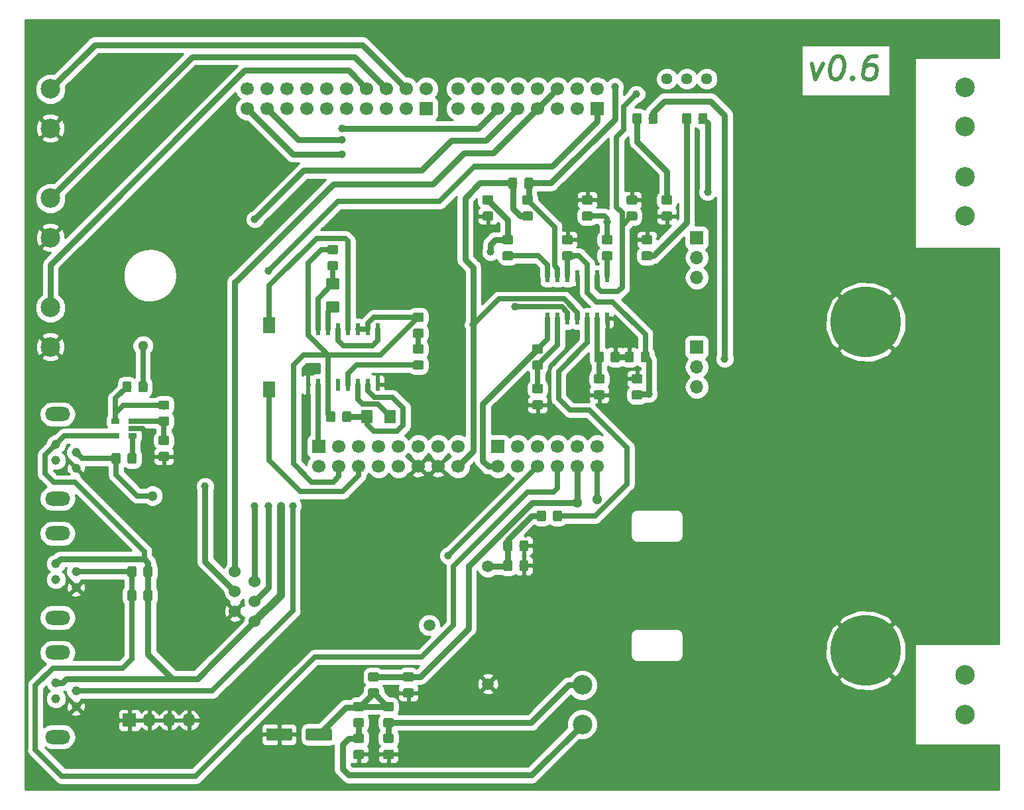
<source format=gbr>
G04 #@! TF.GenerationSoftware,KiCad,Pcbnew,5.0.2-bee76a0~70~ubuntu18.04.1*
G04 #@! TF.CreationDate,2020-03-06T11:48:55-03:00*
G04 #@! TF.ProjectId,lm35racks,6c6d3335-7261-4636-9b73-2e6b69636164,v0.3*
G04 #@! TF.SameCoordinates,Original*
G04 #@! TF.FileFunction,Copper,L1,Top*
G04 #@! TF.FilePolarity,Positive*
%FSLAX46Y46*%
G04 Gerber Fmt 4.6, Leading zero omitted, Abs format (unit mm)*
G04 Created by KiCad (PCBNEW 5.0.2-bee76a0~70~ubuntu18.04.1) date sex 06 mar 2020 11:48:55 -03*
%MOMM*%
%LPD*%
G01*
G04 APERTURE LIST*
G04 #@! TA.AperFunction,NonConductor*
%ADD10C,0.500000*%
G04 #@! TD*
G04 #@! TA.AperFunction,Conductor*
%ADD11C,0.100000*%
G04 #@! TD*
G04 #@! TA.AperFunction,SMDPad,CuDef*
%ADD12C,1.150000*%
G04 #@! TD*
G04 #@! TA.AperFunction,SMDPad,CuDef*
%ADD13R,1.500000X2.150000*%
G04 #@! TD*
G04 #@! TA.AperFunction,SMDPad,CuDef*
%ADD14C,1.425000*%
G04 #@! TD*
G04 #@! TA.AperFunction,SMDPad,CuDef*
%ADD15R,0.600000X1.500000*%
G04 #@! TD*
G04 #@! TA.AperFunction,ComponentPad*
%ADD16C,2.500000*%
G04 #@! TD*
G04 #@! TA.AperFunction,ComponentPad*
%ADD17C,1.160000*%
G04 #@! TD*
G04 #@! TA.AperFunction,ComponentPad*
%ADD18O,3.200000X1.800000*%
G04 #@! TD*
G04 #@! TA.AperFunction,SMDPad,CuDef*
%ADD19R,1.060000X0.650000*%
G04 #@! TD*
G04 #@! TA.AperFunction,SMDPad,CuDef*
%ADD20C,1.600000*%
G04 #@! TD*
G04 #@! TA.AperFunction,ComponentPad*
%ADD21C,1.524000*%
G04 #@! TD*
G04 #@! TA.AperFunction,ComponentPad*
%ADD22C,9.000000*%
G04 #@! TD*
G04 #@! TA.AperFunction,ComponentPad*
%ADD23C,1.700000*%
G04 #@! TD*
G04 #@! TA.AperFunction,ComponentPad*
%ADD24R,1.700000X1.700000*%
G04 #@! TD*
G04 #@! TA.AperFunction,ComponentPad*
%ADD25C,1.500000*%
G04 #@! TD*
G04 #@! TA.AperFunction,ComponentPad*
%ADD26C,1.440000*%
G04 #@! TD*
G04 #@! TA.AperFunction,ComponentPad*
%ADD27O,1.700000X1.700000*%
G04 #@! TD*
G04 #@! TA.AperFunction,ViaPad*
%ADD28C,1.000000*%
G04 #@! TD*
G04 #@! TA.AperFunction,ViaPad*
%ADD29C,1.300000*%
G04 #@! TD*
G04 #@! TA.AperFunction,Conductor*
%ADD30C,0.800000*%
G04 #@! TD*
G04 #@! TA.AperFunction,Conductor*
%ADD31C,1.000000*%
G04 #@! TD*
G04 #@! TA.AperFunction,Conductor*
%ADD32C,0.700000*%
G04 #@! TD*
G04 #@! TA.AperFunction,Conductor*
%ADD33C,0.254000*%
G04 #@! TD*
G04 APERTURE END LIST*
D10*
X160760267Y-32377142D02*
X161224553Y-34377142D01*
X162188839Y-32377142D01*
X164028125Y-31377142D02*
X164313839Y-31377142D01*
X164581696Y-31520000D01*
X164706696Y-31662857D01*
X164813839Y-31948571D01*
X164885267Y-32520000D01*
X164795982Y-33234285D01*
X164581696Y-33805714D01*
X164403125Y-34091428D01*
X164242410Y-34234285D01*
X163938839Y-34377142D01*
X163653125Y-34377142D01*
X163385267Y-34234285D01*
X163260267Y-34091428D01*
X163153125Y-33805714D01*
X163081696Y-33234285D01*
X163170982Y-32520000D01*
X163385267Y-31948571D01*
X163563839Y-31662857D01*
X163724553Y-31520000D01*
X164028125Y-31377142D01*
X165974553Y-34091428D02*
X166099553Y-34234285D01*
X165938839Y-34377142D01*
X165813839Y-34234285D01*
X165974553Y-34091428D01*
X165938839Y-34377142D01*
X169028125Y-31377142D02*
X168456696Y-31377142D01*
X168153125Y-31520000D01*
X167992410Y-31662857D01*
X167653125Y-32091428D01*
X167438839Y-32662857D01*
X167295982Y-33805714D01*
X167403125Y-34091428D01*
X167528125Y-34234285D01*
X167795982Y-34377142D01*
X168367410Y-34377142D01*
X168670982Y-34234285D01*
X168831696Y-34091428D01*
X169010267Y-33805714D01*
X169099553Y-33091428D01*
X168992410Y-32805714D01*
X168867410Y-32662857D01*
X168599553Y-32520000D01*
X168028125Y-32520000D01*
X167724553Y-32662857D01*
X167563839Y-32805714D01*
X167385267Y-33091428D01*
D11*
G04 #@! TO.N,Net-(D7-Pad1)*
G04 #@! TO.C,D7*
G36*
X110964505Y-70301204D02*
X110988773Y-70304804D01*
X111012572Y-70310765D01*
X111035671Y-70319030D01*
X111057850Y-70329520D01*
X111078893Y-70342132D01*
X111098599Y-70356747D01*
X111116777Y-70373223D01*
X111133253Y-70391401D01*
X111147868Y-70411107D01*
X111160480Y-70432150D01*
X111170970Y-70454329D01*
X111179235Y-70477428D01*
X111185196Y-70501227D01*
X111188796Y-70525495D01*
X111190000Y-70549999D01*
X111190000Y-71200001D01*
X111188796Y-71224505D01*
X111185196Y-71248773D01*
X111179235Y-71272572D01*
X111170970Y-71295671D01*
X111160480Y-71317850D01*
X111147868Y-71338893D01*
X111133253Y-71358599D01*
X111116777Y-71376777D01*
X111098599Y-71393253D01*
X111078893Y-71407868D01*
X111057850Y-71420480D01*
X111035671Y-71430970D01*
X111012572Y-71439235D01*
X110988773Y-71445196D01*
X110964505Y-71448796D01*
X110940001Y-71450000D01*
X110039999Y-71450000D01*
X110015495Y-71448796D01*
X109991227Y-71445196D01*
X109967428Y-71439235D01*
X109944329Y-71430970D01*
X109922150Y-71420480D01*
X109901107Y-71407868D01*
X109881401Y-71393253D01*
X109863223Y-71376777D01*
X109846747Y-71358599D01*
X109832132Y-71338893D01*
X109819520Y-71317850D01*
X109809030Y-71295671D01*
X109800765Y-71272572D01*
X109794804Y-71248773D01*
X109791204Y-71224505D01*
X109790000Y-71200001D01*
X109790000Y-70549999D01*
X109791204Y-70525495D01*
X109794804Y-70501227D01*
X109800765Y-70477428D01*
X109809030Y-70454329D01*
X109819520Y-70432150D01*
X109832132Y-70411107D01*
X109846747Y-70391401D01*
X109863223Y-70373223D01*
X109881401Y-70356747D01*
X109901107Y-70342132D01*
X109922150Y-70329520D01*
X109944329Y-70319030D01*
X109967428Y-70310765D01*
X109991227Y-70304804D01*
X110015495Y-70301204D01*
X110039999Y-70300000D01*
X110940001Y-70300000D01*
X110964505Y-70301204D01*
X110964505Y-70301204D01*
G37*
D12*
G04 #@! TD*
G04 #@! TO.P,D7,1*
G04 #@! TO.N,Net-(D7-Pad1)*
X110490000Y-70875000D03*
D11*
G04 #@! TO.N,Net-(D7-Pad2)*
G04 #@! TO.C,D7*
G36*
X110964505Y-68251204D02*
X110988773Y-68254804D01*
X111012572Y-68260765D01*
X111035671Y-68269030D01*
X111057850Y-68279520D01*
X111078893Y-68292132D01*
X111098599Y-68306747D01*
X111116777Y-68323223D01*
X111133253Y-68341401D01*
X111147868Y-68361107D01*
X111160480Y-68382150D01*
X111170970Y-68404329D01*
X111179235Y-68427428D01*
X111185196Y-68451227D01*
X111188796Y-68475495D01*
X111190000Y-68499999D01*
X111190000Y-69150001D01*
X111188796Y-69174505D01*
X111185196Y-69198773D01*
X111179235Y-69222572D01*
X111170970Y-69245671D01*
X111160480Y-69267850D01*
X111147868Y-69288893D01*
X111133253Y-69308599D01*
X111116777Y-69326777D01*
X111098599Y-69343253D01*
X111078893Y-69357868D01*
X111057850Y-69370480D01*
X111035671Y-69380970D01*
X111012572Y-69389235D01*
X110988773Y-69395196D01*
X110964505Y-69398796D01*
X110940001Y-69400000D01*
X110039999Y-69400000D01*
X110015495Y-69398796D01*
X109991227Y-69395196D01*
X109967428Y-69389235D01*
X109944329Y-69380970D01*
X109922150Y-69370480D01*
X109901107Y-69357868D01*
X109881401Y-69343253D01*
X109863223Y-69326777D01*
X109846747Y-69308599D01*
X109832132Y-69288893D01*
X109819520Y-69267850D01*
X109809030Y-69245671D01*
X109800765Y-69222572D01*
X109794804Y-69198773D01*
X109791204Y-69174505D01*
X109790000Y-69150001D01*
X109790000Y-68499999D01*
X109791204Y-68475495D01*
X109794804Y-68451227D01*
X109800765Y-68427428D01*
X109809030Y-68404329D01*
X109819520Y-68382150D01*
X109832132Y-68361107D01*
X109846747Y-68341401D01*
X109863223Y-68323223D01*
X109881401Y-68306747D01*
X109901107Y-68292132D01*
X109922150Y-68279520D01*
X109944329Y-68269030D01*
X109967428Y-68260765D01*
X109991227Y-68254804D01*
X110015495Y-68251204D01*
X110039999Y-68250000D01*
X110940001Y-68250000D01*
X110964505Y-68251204D01*
X110964505Y-68251204D01*
G37*
D12*
G04 #@! TD*
G04 #@! TO.P,D7,2*
G04 #@! TO.N,Net-(D7-Pad2)*
X110490000Y-68825000D03*
D11*
G04 #@! TO.N,Net-(D7-Pad2)*
G04 #@! TO.C,R25*
G36*
X110964505Y-66237204D02*
X110988773Y-66240804D01*
X111012572Y-66246765D01*
X111035671Y-66255030D01*
X111057850Y-66265520D01*
X111078893Y-66278132D01*
X111098599Y-66292747D01*
X111116777Y-66309223D01*
X111133253Y-66327401D01*
X111147868Y-66347107D01*
X111160480Y-66368150D01*
X111170970Y-66390329D01*
X111179235Y-66413428D01*
X111185196Y-66437227D01*
X111188796Y-66461495D01*
X111190000Y-66485999D01*
X111190000Y-67136001D01*
X111188796Y-67160505D01*
X111185196Y-67184773D01*
X111179235Y-67208572D01*
X111170970Y-67231671D01*
X111160480Y-67253850D01*
X111147868Y-67274893D01*
X111133253Y-67294599D01*
X111116777Y-67312777D01*
X111098599Y-67329253D01*
X111078893Y-67343868D01*
X111057850Y-67356480D01*
X111035671Y-67366970D01*
X111012572Y-67375235D01*
X110988773Y-67381196D01*
X110964505Y-67384796D01*
X110940001Y-67386000D01*
X110039999Y-67386000D01*
X110015495Y-67384796D01*
X109991227Y-67381196D01*
X109967428Y-67375235D01*
X109944329Y-67366970D01*
X109922150Y-67356480D01*
X109901107Y-67343868D01*
X109881401Y-67329253D01*
X109863223Y-67312777D01*
X109846747Y-67294599D01*
X109832132Y-67274893D01*
X109819520Y-67253850D01*
X109809030Y-67231671D01*
X109800765Y-67208572D01*
X109794804Y-67184773D01*
X109791204Y-67160505D01*
X109790000Y-67136001D01*
X109790000Y-66485999D01*
X109791204Y-66461495D01*
X109794804Y-66437227D01*
X109800765Y-66413428D01*
X109809030Y-66390329D01*
X109819520Y-66368150D01*
X109832132Y-66347107D01*
X109846747Y-66327401D01*
X109863223Y-66309223D01*
X109881401Y-66292747D01*
X109901107Y-66278132D01*
X109922150Y-66265520D01*
X109944329Y-66255030D01*
X109967428Y-66246765D01*
X109991227Y-66240804D01*
X110015495Y-66237204D01*
X110039999Y-66236000D01*
X110940001Y-66236000D01*
X110964505Y-66237204D01*
X110964505Y-66237204D01*
G37*
D12*
G04 #@! TD*
G04 #@! TO.P,R25,1*
G04 #@! TO.N,Net-(D7-Pad2)*
X110490000Y-66811000D03*
D11*
G04 #@! TO.N,+3V3*
G04 #@! TO.C,R25*
G36*
X110964505Y-64187204D02*
X110988773Y-64190804D01*
X111012572Y-64196765D01*
X111035671Y-64205030D01*
X111057850Y-64215520D01*
X111078893Y-64228132D01*
X111098599Y-64242747D01*
X111116777Y-64259223D01*
X111133253Y-64277401D01*
X111147868Y-64297107D01*
X111160480Y-64318150D01*
X111170970Y-64340329D01*
X111179235Y-64363428D01*
X111185196Y-64387227D01*
X111188796Y-64411495D01*
X111190000Y-64435999D01*
X111190000Y-65086001D01*
X111188796Y-65110505D01*
X111185196Y-65134773D01*
X111179235Y-65158572D01*
X111170970Y-65181671D01*
X111160480Y-65203850D01*
X111147868Y-65224893D01*
X111133253Y-65244599D01*
X111116777Y-65262777D01*
X111098599Y-65279253D01*
X111078893Y-65293868D01*
X111057850Y-65306480D01*
X111035671Y-65316970D01*
X111012572Y-65325235D01*
X110988773Y-65331196D01*
X110964505Y-65334796D01*
X110940001Y-65336000D01*
X110039999Y-65336000D01*
X110015495Y-65334796D01*
X109991227Y-65331196D01*
X109967428Y-65325235D01*
X109944329Y-65316970D01*
X109922150Y-65306480D01*
X109901107Y-65293868D01*
X109881401Y-65279253D01*
X109863223Y-65262777D01*
X109846747Y-65244599D01*
X109832132Y-65224893D01*
X109819520Y-65203850D01*
X109809030Y-65181671D01*
X109800765Y-65158572D01*
X109794804Y-65134773D01*
X109791204Y-65110505D01*
X109790000Y-65086001D01*
X109790000Y-64435999D01*
X109791204Y-64411495D01*
X109794804Y-64387227D01*
X109800765Y-64363428D01*
X109809030Y-64340329D01*
X109819520Y-64318150D01*
X109832132Y-64297107D01*
X109846747Y-64277401D01*
X109863223Y-64259223D01*
X109881401Y-64242747D01*
X109901107Y-64228132D01*
X109922150Y-64215520D01*
X109944329Y-64205030D01*
X109967428Y-64196765D01*
X109991227Y-64190804D01*
X110015495Y-64187204D01*
X110039999Y-64186000D01*
X110940001Y-64186000D01*
X110964505Y-64187204D01*
X110964505Y-64187204D01*
G37*
D12*
G04 #@! TD*
G04 #@! TO.P,R25,2*
G04 #@! TO.N,+3V3*
X110490000Y-64761000D03*
D13*
G04 #@! TO.P,SW4,1*
G04 #@! TO.N,/enable*
X91440000Y-65747900D03*
G04 #@! TO.P,SW4,2*
G04 #@! TO.N,/RESET*
X91440000Y-73997900D03*
G04 #@! TD*
D11*
G04 #@! TO.N,Net-(C3-Pad2)*
G04 #@! TO.C,C3*
G36*
X107384504Y-76596204D02*
X107408773Y-76599804D01*
X107432571Y-76605765D01*
X107455671Y-76614030D01*
X107477849Y-76624520D01*
X107498893Y-76637133D01*
X107518598Y-76651747D01*
X107536777Y-76668223D01*
X107553253Y-76686402D01*
X107567867Y-76706107D01*
X107580480Y-76727151D01*
X107590970Y-76749329D01*
X107599235Y-76772429D01*
X107605196Y-76796227D01*
X107608796Y-76820496D01*
X107610000Y-76845000D01*
X107610000Y-78095000D01*
X107608796Y-78119504D01*
X107605196Y-78143773D01*
X107599235Y-78167571D01*
X107590970Y-78190671D01*
X107580480Y-78212849D01*
X107567867Y-78233893D01*
X107553253Y-78253598D01*
X107536777Y-78271777D01*
X107518598Y-78288253D01*
X107498893Y-78302867D01*
X107477849Y-78315480D01*
X107455671Y-78325970D01*
X107432571Y-78334235D01*
X107408773Y-78340196D01*
X107384504Y-78343796D01*
X107360000Y-78345000D01*
X106435000Y-78345000D01*
X106410496Y-78343796D01*
X106386227Y-78340196D01*
X106362429Y-78334235D01*
X106339329Y-78325970D01*
X106317151Y-78315480D01*
X106296107Y-78302867D01*
X106276402Y-78288253D01*
X106258223Y-78271777D01*
X106241747Y-78253598D01*
X106227133Y-78233893D01*
X106214520Y-78212849D01*
X106204030Y-78190671D01*
X106195765Y-78167571D01*
X106189804Y-78143773D01*
X106186204Y-78119504D01*
X106185000Y-78095000D01*
X106185000Y-76845000D01*
X106186204Y-76820496D01*
X106189804Y-76796227D01*
X106195765Y-76772429D01*
X106204030Y-76749329D01*
X106214520Y-76727151D01*
X106227133Y-76706107D01*
X106241747Y-76686402D01*
X106258223Y-76668223D01*
X106276402Y-76651747D01*
X106296107Y-76637133D01*
X106317151Y-76624520D01*
X106339329Y-76614030D01*
X106362429Y-76605765D01*
X106386227Y-76599804D01*
X106410496Y-76596204D01*
X106435000Y-76595000D01*
X107360000Y-76595000D01*
X107384504Y-76596204D01*
X107384504Y-76596204D01*
G37*
D14*
G04 #@! TD*
G04 #@! TO.P,C3,2*
G04 #@! TO.N,Net-(C3-Pad2)*
X106897500Y-77470000D03*
D11*
G04 #@! TO.N,Net-(C3-Pad1)*
G04 #@! TO.C,C3*
G36*
X104409504Y-76596204D02*
X104433773Y-76599804D01*
X104457571Y-76605765D01*
X104480671Y-76614030D01*
X104502849Y-76624520D01*
X104523893Y-76637133D01*
X104543598Y-76651747D01*
X104561777Y-76668223D01*
X104578253Y-76686402D01*
X104592867Y-76706107D01*
X104605480Y-76727151D01*
X104615970Y-76749329D01*
X104624235Y-76772429D01*
X104630196Y-76796227D01*
X104633796Y-76820496D01*
X104635000Y-76845000D01*
X104635000Y-78095000D01*
X104633796Y-78119504D01*
X104630196Y-78143773D01*
X104624235Y-78167571D01*
X104615970Y-78190671D01*
X104605480Y-78212849D01*
X104592867Y-78233893D01*
X104578253Y-78253598D01*
X104561777Y-78271777D01*
X104543598Y-78288253D01*
X104523893Y-78302867D01*
X104502849Y-78315480D01*
X104480671Y-78325970D01*
X104457571Y-78334235D01*
X104433773Y-78340196D01*
X104409504Y-78343796D01*
X104385000Y-78345000D01*
X103460000Y-78345000D01*
X103435496Y-78343796D01*
X103411227Y-78340196D01*
X103387429Y-78334235D01*
X103364329Y-78325970D01*
X103342151Y-78315480D01*
X103321107Y-78302867D01*
X103301402Y-78288253D01*
X103283223Y-78271777D01*
X103266747Y-78253598D01*
X103252133Y-78233893D01*
X103239520Y-78212849D01*
X103229030Y-78190671D01*
X103220765Y-78167571D01*
X103214804Y-78143773D01*
X103211204Y-78119504D01*
X103210000Y-78095000D01*
X103210000Y-76845000D01*
X103211204Y-76820496D01*
X103214804Y-76796227D01*
X103220765Y-76772429D01*
X103229030Y-76749329D01*
X103239520Y-76727151D01*
X103252133Y-76706107D01*
X103266747Y-76686402D01*
X103283223Y-76668223D01*
X103301402Y-76651747D01*
X103321107Y-76637133D01*
X103342151Y-76624520D01*
X103364329Y-76614030D01*
X103387429Y-76605765D01*
X103411227Y-76599804D01*
X103435496Y-76596204D01*
X103460000Y-76595000D01*
X104385000Y-76595000D01*
X104409504Y-76596204D01*
X104409504Y-76596204D01*
G37*
D14*
G04 #@! TD*
G04 #@! TO.P,C3,1*
G04 #@! TO.N,Net-(C3-Pad1)*
X103922500Y-77470000D03*
D11*
G04 #@! TO.N,Net-(C4-Pad1)*
G04 #@! TO.C,C4*
G36*
X100217504Y-59777204D02*
X100241773Y-59780804D01*
X100265571Y-59786765D01*
X100288671Y-59795030D01*
X100310849Y-59805520D01*
X100331893Y-59818133D01*
X100351598Y-59832747D01*
X100369777Y-59849223D01*
X100386253Y-59867402D01*
X100400867Y-59887107D01*
X100413480Y-59908151D01*
X100423970Y-59930329D01*
X100432235Y-59953429D01*
X100438196Y-59977227D01*
X100441796Y-60001496D01*
X100443000Y-60026000D01*
X100443000Y-60951000D01*
X100441796Y-60975504D01*
X100438196Y-60999773D01*
X100432235Y-61023571D01*
X100423970Y-61046671D01*
X100413480Y-61068849D01*
X100400867Y-61089893D01*
X100386253Y-61109598D01*
X100369777Y-61127777D01*
X100351598Y-61144253D01*
X100331893Y-61158867D01*
X100310849Y-61171480D01*
X100288671Y-61181970D01*
X100265571Y-61190235D01*
X100241773Y-61196196D01*
X100217504Y-61199796D01*
X100193000Y-61201000D01*
X98943000Y-61201000D01*
X98918496Y-61199796D01*
X98894227Y-61196196D01*
X98870429Y-61190235D01*
X98847329Y-61181970D01*
X98825151Y-61171480D01*
X98804107Y-61158867D01*
X98784402Y-61144253D01*
X98766223Y-61127777D01*
X98749747Y-61109598D01*
X98735133Y-61089893D01*
X98722520Y-61068849D01*
X98712030Y-61046671D01*
X98703765Y-61023571D01*
X98697804Y-60999773D01*
X98694204Y-60975504D01*
X98693000Y-60951000D01*
X98693000Y-60026000D01*
X98694204Y-60001496D01*
X98697804Y-59977227D01*
X98703765Y-59953429D01*
X98712030Y-59930329D01*
X98722520Y-59908151D01*
X98735133Y-59887107D01*
X98749747Y-59867402D01*
X98766223Y-59849223D01*
X98784402Y-59832747D01*
X98804107Y-59818133D01*
X98825151Y-59805520D01*
X98847329Y-59795030D01*
X98870429Y-59786765D01*
X98894227Y-59780804D01*
X98918496Y-59777204D01*
X98943000Y-59776000D01*
X100193000Y-59776000D01*
X100217504Y-59777204D01*
X100217504Y-59777204D01*
G37*
D14*
G04 #@! TD*
G04 #@! TO.P,C4,1*
G04 #@! TO.N,Net-(C4-Pad1)*
X99568000Y-60488500D03*
D11*
G04 #@! TO.N,Net-(C4-Pad2)*
G04 #@! TO.C,C4*
G36*
X100217504Y-62752204D02*
X100241773Y-62755804D01*
X100265571Y-62761765D01*
X100288671Y-62770030D01*
X100310849Y-62780520D01*
X100331893Y-62793133D01*
X100351598Y-62807747D01*
X100369777Y-62824223D01*
X100386253Y-62842402D01*
X100400867Y-62862107D01*
X100413480Y-62883151D01*
X100423970Y-62905329D01*
X100432235Y-62928429D01*
X100438196Y-62952227D01*
X100441796Y-62976496D01*
X100443000Y-63001000D01*
X100443000Y-63926000D01*
X100441796Y-63950504D01*
X100438196Y-63974773D01*
X100432235Y-63998571D01*
X100423970Y-64021671D01*
X100413480Y-64043849D01*
X100400867Y-64064893D01*
X100386253Y-64084598D01*
X100369777Y-64102777D01*
X100351598Y-64119253D01*
X100331893Y-64133867D01*
X100310849Y-64146480D01*
X100288671Y-64156970D01*
X100265571Y-64165235D01*
X100241773Y-64171196D01*
X100217504Y-64174796D01*
X100193000Y-64176000D01*
X98943000Y-64176000D01*
X98918496Y-64174796D01*
X98894227Y-64171196D01*
X98870429Y-64165235D01*
X98847329Y-64156970D01*
X98825151Y-64146480D01*
X98804107Y-64133867D01*
X98784402Y-64119253D01*
X98766223Y-64102777D01*
X98749747Y-64084598D01*
X98735133Y-64064893D01*
X98722520Y-64043849D01*
X98712030Y-64021671D01*
X98703765Y-63998571D01*
X98697804Y-63974773D01*
X98694204Y-63950504D01*
X98693000Y-63926000D01*
X98693000Y-63001000D01*
X98694204Y-62976496D01*
X98697804Y-62952227D01*
X98703765Y-62928429D01*
X98712030Y-62905329D01*
X98722520Y-62883151D01*
X98735133Y-62862107D01*
X98749747Y-62842402D01*
X98766223Y-62824223D01*
X98784402Y-62807747D01*
X98804107Y-62793133D01*
X98825151Y-62780520D01*
X98847329Y-62770030D01*
X98870429Y-62761765D01*
X98894227Y-62755804D01*
X98918496Y-62752204D01*
X98943000Y-62751000D01*
X100193000Y-62751000D01*
X100217504Y-62752204D01*
X100217504Y-62752204D01*
G37*
D14*
G04 #@! TD*
G04 #@! TO.P,C4,2*
G04 #@! TO.N,Net-(C4-Pad2)*
X99568000Y-63463500D03*
D15*
G04 #@! TO.P,U3,1*
G04 #@! TO.N,Earth*
X96415000Y-73400000D03*
G04 #@! TO.P,U3,2*
G04 #@! TO.N,/RCONTROL*
X97685000Y-73400000D03*
G04 #@! TO.P,U3,3*
G04 #@! TO.N,+3V3*
X98955000Y-73400000D03*
G04 #@! TO.P,U3,4*
G04 #@! TO.N,Net-(U3-Pad4)*
X100225000Y-73400000D03*
G04 #@! TO.P,U3,5*
G04 #@! TO.N,Net-(D7-Pad1)*
X101495000Y-73400000D03*
G04 #@! TO.P,U3,6*
G04 #@! TO.N,Net-(C3-Pad2)*
X102765000Y-73400000D03*
G04 #@! TO.P,U3,7*
G04 #@! TO.N,Net-(C3-Pad1)*
X104035000Y-73400000D03*
G04 #@! TO.P,U3,8*
G04 #@! TO.N,Earth*
X105305000Y-73400000D03*
G04 #@! TO.P,U3,9*
G04 #@! TO.N,Net-(U3-Pad13)*
X105305000Y-66300000D03*
G04 #@! TO.P,U3,10*
G04 #@! TO.N,+3V3*
X104035000Y-66300000D03*
G04 #@! TO.P,U3,11*
X102765000Y-66300000D03*
G04 #@! TO.P,U3,12*
G04 #@! TO.N,/enable*
X101495000Y-66300000D03*
G04 #@! TO.P,U3,13*
G04 #@! TO.N,Net-(U3-Pad13)*
X100225000Y-66300000D03*
G04 #@! TO.P,U3,14*
G04 #@! TO.N,Net-(C4-Pad2)*
X98955000Y-66300000D03*
G04 #@! TO.P,U3,15*
G04 #@! TO.N,Net-(C4-Pad1)*
X97685000Y-66300000D03*
G04 #@! TO.P,U3,16*
G04 #@! TO.N,+3V3*
X96415000Y-66300000D03*
G04 #@! TD*
D11*
G04 #@! TO.N,+3V3*
G04 #@! TO.C,R17*
G36*
X99654505Y-76771204D02*
X99678773Y-76774804D01*
X99702572Y-76780765D01*
X99725671Y-76789030D01*
X99747850Y-76799520D01*
X99768893Y-76812132D01*
X99788599Y-76826747D01*
X99806777Y-76843223D01*
X99823253Y-76861401D01*
X99837868Y-76881107D01*
X99850480Y-76902150D01*
X99860970Y-76924329D01*
X99869235Y-76947428D01*
X99875196Y-76971227D01*
X99878796Y-76995495D01*
X99880000Y-77019999D01*
X99880000Y-77920001D01*
X99878796Y-77944505D01*
X99875196Y-77968773D01*
X99869235Y-77992572D01*
X99860970Y-78015671D01*
X99850480Y-78037850D01*
X99837868Y-78058893D01*
X99823253Y-78078599D01*
X99806777Y-78096777D01*
X99788599Y-78113253D01*
X99768893Y-78127868D01*
X99747850Y-78140480D01*
X99725671Y-78150970D01*
X99702572Y-78159235D01*
X99678773Y-78165196D01*
X99654505Y-78168796D01*
X99630001Y-78170000D01*
X98979999Y-78170000D01*
X98955495Y-78168796D01*
X98931227Y-78165196D01*
X98907428Y-78159235D01*
X98884329Y-78150970D01*
X98862150Y-78140480D01*
X98841107Y-78127868D01*
X98821401Y-78113253D01*
X98803223Y-78096777D01*
X98786747Y-78078599D01*
X98772132Y-78058893D01*
X98759520Y-78037850D01*
X98749030Y-78015671D01*
X98740765Y-77992572D01*
X98734804Y-77968773D01*
X98731204Y-77944505D01*
X98730000Y-77920001D01*
X98730000Y-77019999D01*
X98731204Y-76995495D01*
X98734804Y-76971227D01*
X98740765Y-76947428D01*
X98749030Y-76924329D01*
X98759520Y-76902150D01*
X98772132Y-76881107D01*
X98786747Y-76861401D01*
X98803223Y-76843223D01*
X98821401Y-76826747D01*
X98841107Y-76812132D01*
X98862150Y-76799520D01*
X98884329Y-76789030D01*
X98907428Y-76780765D01*
X98931227Y-76774804D01*
X98955495Y-76771204D01*
X98979999Y-76770000D01*
X99630001Y-76770000D01*
X99654505Y-76771204D01*
X99654505Y-76771204D01*
G37*
D12*
G04 #@! TD*
G04 #@! TO.P,R17,2*
G04 #@! TO.N,+3V3*
X99305000Y-77470000D03*
D11*
G04 #@! TO.N,Net-(C3-Pad1)*
G04 #@! TO.C,R17*
G36*
X101704505Y-76771204D02*
X101728773Y-76774804D01*
X101752572Y-76780765D01*
X101775671Y-76789030D01*
X101797850Y-76799520D01*
X101818893Y-76812132D01*
X101838599Y-76826747D01*
X101856777Y-76843223D01*
X101873253Y-76861401D01*
X101887868Y-76881107D01*
X101900480Y-76902150D01*
X101910970Y-76924329D01*
X101919235Y-76947428D01*
X101925196Y-76971227D01*
X101928796Y-76995495D01*
X101930000Y-77019999D01*
X101930000Y-77920001D01*
X101928796Y-77944505D01*
X101925196Y-77968773D01*
X101919235Y-77992572D01*
X101910970Y-78015671D01*
X101900480Y-78037850D01*
X101887868Y-78058893D01*
X101873253Y-78078599D01*
X101856777Y-78096777D01*
X101838599Y-78113253D01*
X101818893Y-78127868D01*
X101797850Y-78140480D01*
X101775671Y-78150970D01*
X101752572Y-78159235D01*
X101728773Y-78165196D01*
X101704505Y-78168796D01*
X101680001Y-78170000D01*
X101029999Y-78170000D01*
X101005495Y-78168796D01*
X100981227Y-78165196D01*
X100957428Y-78159235D01*
X100934329Y-78150970D01*
X100912150Y-78140480D01*
X100891107Y-78127868D01*
X100871401Y-78113253D01*
X100853223Y-78096777D01*
X100836747Y-78078599D01*
X100822132Y-78058893D01*
X100809520Y-78037850D01*
X100799030Y-78015671D01*
X100790765Y-77992572D01*
X100784804Y-77968773D01*
X100781204Y-77944505D01*
X100780000Y-77920001D01*
X100780000Y-77019999D01*
X100781204Y-76995495D01*
X100784804Y-76971227D01*
X100790765Y-76947428D01*
X100799030Y-76924329D01*
X100809520Y-76902150D01*
X100822132Y-76881107D01*
X100836747Y-76861401D01*
X100853223Y-76843223D01*
X100871401Y-76826747D01*
X100891107Y-76812132D01*
X100912150Y-76799520D01*
X100934329Y-76789030D01*
X100957428Y-76780765D01*
X100981227Y-76774804D01*
X101005495Y-76771204D01*
X101029999Y-76770000D01*
X101680001Y-76770000D01*
X101704505Y-76771204D01*
X101704505Y-76771204D01*
G37*
D12*
G04 #@! TD*
G04 #@! TO.P,R17,1*
G04 #@! TO.N,Net-(C3-Pad1)*
X101355000Y-77470000D03*
D11*
G04 #@! TO.N,Net-(C4-Pad1)*
G04 #@! TO.C,R18*
G36*
X100042505Y-57601204D02*
X100066773Y-57604804D01*
X100090572Y-57610765D01*
X100113671Y-57619030D01*
X100135850Y-57629520D01*
X100156893Y-57642132D01*
X100176599Y-57656747D01*
X100194777Y-57673223D01*
X100211253Y-57691401D01*
X100225868Y-57711107D01*
X100238480Y-57732150D01*
X100248970Y-57754329D01*
X100257235Y-57777428D01*
X100263196Y-57801227D01*
X100266796Y-57825495D01*
X100268000Y-57849999D01*
X100268000Y-58500001D01*
X100266796Y-58524505D01*
X100263196Y-58548773D01*
X100257235Y-58572572D01*
X100248970Y-58595671D01*
X100238480Y-58617850D01*
X100225868Y-58638893D01*
X100211253Y-58658599D01*
X100194777Y-58676777D01*
X100176599Y-58693253D01*
X100156893Y-58707868D01*
X100135850Y-58720480D01*
X100113671Y-58730970D01*
X100090572Y-58739235D01*
X100066773Y-58745196D01*
X100042505Y-58748796D01*
X100018001Y-58750000D01*
X99117999Y-58750000D01*
X99093495Y-58748796D01*
X99069227Y-58745196D01*
X99045428Y-58739235D01*
X99022329Y-58730970D01*
X99000150Y-58720480D01*
X98979107Y-58707868D01*
X98959401Y-58693253D01*
X98941223Y-58676777D01*
X98924747Y-58658599D01*
X98910132Y-58638893D01*
X98897520Y-58617850D01*
X98887030Y-58595671D01*
X98878765Y-58572572D01*
X98872804Y-58548773D01*
X98869204Y-58524505D01*
X98868000Y-58500001D01*
X98868000Y-57849999D01*
X98869204Y-57825495D01*
X98872804Y-57801227D01*
X98878765Y-57777428D01*
X98887030Y-57754329D01*
X98897520Y-57732150D01*
X98910132Y-57711107D01*
X98924747Y-57691401D01*
X98941223Y-57673223D01*
X98959401Y-57656747D01*
X98979107Y-57642132D01*
X99000150Y-57629520D01*
X99022329Y-57619030D01*
X99045428Y-57610765D01*
X99069227Y-57604804D01*
X99093495Y-57601204D01*
X99117999Y-57600000D01*
X100018001Y-57600000D01*
X100042505Y-57601204D01*
X100042505Y-57601204D01*
G37*
D12*
G04 #@! TD*
G04 #@! TO.P,R18,1*
G04 #@! TO.N,Net-(C4-Pad1)*
X99568000Y-58175000D03*
D11*
G04 #@! TO.N,+3V3*
G04 #@! TO.C,R18*
G36*
X100042505Y-55551204D02*
X100066773Y-55554804D01*
X100090572Y-55560765D01*
X100113671Y-55569030D01*
X100135850Y-55579520D01*
X100156893Y-55592132D01*
X100176599Y-55606747D01*
X100194777Y-55623223D01*
X100211253Y-55641401D01*
X100225868Y-55661107D01*
X100238480Y-55682150D01*
X100248970Y-55704329D01*
X100257235Y-55727428D01*
X100263196Y-55751227D01*
X100266796Y-55775495D01*
X100268000Y-55799999D01*
X100268000Y-56450001D01*
X100266796Y-56474505D01*
X100263196Y-56498773D01*
X100257235Y-56522572D01*
X100248970Y-56545671D01*
X100238480Y-56567850D01*
X100225868Y-56588893D01*
X100211253Y-56608599D01*
X100194777Y-56626777D01*
X100176599Y-56643253D01*
X100156893Y-56657868D01*
X100135850Y-56670480D01*
X100113671Y-56680970D01*
X100090572Y-56689235D01*
X100066773Y-56695196D01*
X100042505Y-56698796D01*
X100018001Y-56700000D01*
X99117999Y-56700000D01*
X99093495Y-56698796D01*
X99069227Y-56695196D01*
X99045428Y-56689235D01*
X99022329Y-56680970D01*
X99000150Y-56670480D01*
X98979107Y-56657868D01*
X98959401Y-56643253D01*
X98941223Y-56626777D01*
X98924747Y-56608599D01*
X98910132Y-56588893D01*
X98897520Y-56567850D01*
X98887030Y-56545671D01*
X98878765Y-56522572D01*
X98872804Y-56498773D01*
X98869204Y-56474505D01*
X98868000Y-56450001D01*
X98868000Y-55799999D01*
X98869204Y-55775495D01*
X98872804Y-55751227D01*
X98878765Y-55727428D01*
X98887030Y-55704329D01*
X98897520Y-55682150D01*
X98910132Y-55661107D01*
X98924747Y-55641401D01*
X98941223Y-55623223D01*
X98959401Y-55606747D01*
X98979107Y-55592132D01*
X99000150Y-55579520D01*
X99022329Y-55569030D01*
X99045428Y-55560765D01*
X99069227Y-55554804D01*
X99093495Y-55551204D01*
X99117999Y-55550000D01*
X100018001Y-55550000D01*
X100042505Y-55551204D01*
X100042505Y-55551204D01*
G37*
D12*
G04 #@! TD*
G04 #@! TO.P,R18,2*
G04 #@! TO.N,+3V3*
X99568000Y-56125000D03*
D16*
G04 #@! TO.P,SW3,2*
G04 #@! TO.N,/GPIO*
X63500000Y-63540000D03*
G04 #@! TO.P,SW3,1*
G04 #@! TO.N,Earth*
X63500000Y-68540000D03*
G04 #@! TD*
D11*
G04 #@! TO.N,Net-(Rf1-Pad2)*
G04 #@! TO.C,Rf1*
G36*
X78452505Y-77470244D02*
X78476773Y-77473844D01*
X78500572Y-77479805D01*
X78523671Y-77488070D01*
X78545850Y-77498560D01*
X78566893Y-77511172D01*
X78586599Y-77525787D01*
X78604777Y-77542263D01*
X78621253Y-77560441D01*
X78635868Y-77580147D01*
X78648480Y-77601190D01*
X78658970Y-77623369D01*
X78667235Y-77646468D01*
X78673196Y-77670267D01*
X78676796Y-77694535D01*
X78678000Y-77719039D01*
X78678000Y-78369041D01*
X78676796Y-78393545D01*
X78673196Y-78417813D01*
X78667235Y-78441612D01*
X78658970Y-78464711D01*
X78648480Y-78486890D01*
X78635868Y-78507933D01*
X78621253Y-78527639D01*
X78604777Y-78545817D01*
X78586599Y-78562293D01*
X78566893Y-78576908D01*
X78545850Y-78589520D01*
X78523671Y-78600010D01*
X78500572Y-78608275D01*
X78476773Y-78614236D01*
X78452505Y-78617836D01*
X78428001Y-78619040D01*
X77527999Y-78619040D01*
X77503495Y-78617836D01*
X77479227Y-78614236D01*
X77455428Y-78608275D01*
X77432329Y-78600010D01*
X77410150Y-78589520D01*
X77389107Y-78576908D01*
X77369401Y-78562293D01*
X77351223Y-78545817D01*
X77334747Y-78527639D01*
X77320132Y-78507933D01*
X77307520Y-78486890D01*
X77297030Y-78464711D01*
X77288765Y-78441612D01*
X77282804Y-78417813D01*
X77279204Y-78393545D01*
X77278000Y-78369041D01*
X77278000Y-77719039D01*
X77279204Y-77694535D01*
X77282804Y-77670267D01*
X77288765Y-77646468D01*
X77297030Y-77623369D01*
X77307520Y-77601190D01*
X77320132Y-77580147D01*
X77334747Y-77560441D01*
X77351223Y-77542263D01*
X77369401Y-77525787D01*
X77389107Y-77511172D01*
X77410150Y-77498560D01*
X77432329Y-77488070D01*
X77455428Y-77479805D01*
X77479227Y-77473844D01*
X77503495Y-77470244D01*
X77527999Y-77469040D01*
X78428001Y-77469040D01*
X78452505Y-77470244D01*
X78452505Y-77470244D01*
G37*
D12*
G04 #@! TD*
G04 #@! TO.P,Rf1,2*
G04 #@! TO.N,Net-(Rf1-Pad2)*
X77978000Y-78044040D03*
D11*
G04 #@! TO.N,Net-(D2-Pad2)*
G04 #@! TO.C,Rf1*
G36*
X78452505Y-75420244D02*
X78476773Y-75423844D01*
X78500572Y-75429805D01*
X78523671Y-75438070D01*
X78545850Y-75448560D01*
X78566893Y-75461172D01*
X78586599Y-75475787D01*
X78604777Y-75492263D01*
X78621253Y-75510441D01*
X78635868Y-75530147D01*
X78648480Y-75551190D01*
X78658970Y-75573369D01*
X78667235Y-75596468D01*
X78673196Y-75620267D01*
X78676796Y-75644535D01*
X78678000Y-75669039D01*
X78678000Y-76319041D01*
X78676796Y-76343545D01*
X78673196Y-76367813D01*
X78667235Y-76391612D01*
X78658970Y-76414711D01*
X78648480Y-76436890D01*
X78635868Y-76457933D01*
X78621253Y-76477639D01*
X78604777Y-76495817D01*
X78586599Y-76512293D01*
X78566893Y-76526908D01*
X78545850Y-76539520D01*
X78523671Y-76550010D01*
X78500572Y-76558275D01*
X78476773Y-76564236D01*
X78452505Y-76567836D01*
X78428001Y-76569040D01*
X77527999Y-76569040D01*
X77503495Y-76567836D01*
X77479227Y-76564236D01*
X77455428Y-76558275D01*
X77432329Y-76550010D01*
X77410150Y-76539520D01*
X77389107Y-76526908D01*
X77369401Y-76512293D01*
X77351223Y-76495817D01*
X77334747Y-76477639D01*
X77320132Y-76457933D01*
X77307520Y-76436890D01*
X77297030Y-76414711D01*
X77288765Y-76391612D01*
X77282804Y-76367813D01*
X77279204Y-76343545D01*
X77278000Y-76319041D01*
X77278000Y-75669039D01*
X77279204Y-75644535D01*
X77282804Y-75620267D01*
X77288765Y-75596468D01*
X77297030Y-75573369D01*
X77307520Y-75551190D01*
X77320132Y-75530147D01*
X77334747Y-75510441D01*
X77351223Y-75492263D01*
X77369401Y-75475787D01*
X77389107Y-75461172D01*
X77410150Y-75448560D01*
X77432329Y-75438070D01*
X77455428Y-75429805D01*
X77479227Y-75423844D01*
X77503495Y-75420244D01*
X77527999Y-75419040D01*
X78428001Y-75419040D01*
X78452505Y-75420244D01*
X78452505Y-75420244D01*
G37*
D12*
G04 #@! TD*
G04 #@! TO.P,Rf1,1*
G04 #@! TO.N,Net-(D2-Pad2)*
X77978000Y-75994040D03*
D11*
G04 #@! TO.N,Net-(Rf1-Pad2)*
G04 #@! TO.C,Rg1*
G36*
X78452505Y-79935204D02*
X78476773Y-79938804D01*
X78500572Y-79944765D01*
X78523671Y-79953030D01*
X78545850Y-79963520D01*
X78566893Y-79976132D01*
X78586599Y-79990747D01*
X78604777Y-80007223D01*
X78621253Y-80025401D01*
X78635868Y-80045107D01*
X78648480Y-80066150D01*
X78658970Y-80088329D01*
X78667235Y-80111428D01*
X78673196Y-80135227D01*
X78676796Y-80159495D01*
X78678000Y-80183999D01*
X78678000Y-80834001D01*
X78676796Y-80858505D01*
X78673196Y-80882773D01*
X78667235Y-80906572D01*
X78658970Y-80929671D01*
X78648480Y-80951850D01*
X78635868Y-80972893D01*
X78621253Y-80992599D01*
X78604777Y-81010777D01*
X78586599Y-81027253D01*
X78566893Y-81041868D01*
X78545850Y-81054480D01*
X78523671Y-81064970D01*
X78500572Y-81073235D01*
X78476773Y-81079196D01*
X78452505Y-81082796D01*
X78428001Y-81084000D01*
X77527999Y-81084000D01*
X77503495Y-81082796D01*
X77479227Y-81079196D01*
X77455428Y-81073235D01*
X77432329Y-81064970D01*
X77410150Y-81054480D01*
X77389107Y-81041868D01*
X77369401Y-81027253D01*
X77351223Y-81010777D01*
X77334747Y-80992599D01*
X77320132Y-80972893D01*
X77307520Y-80951850D01*
X77297030Y-80929671D01*
X77288765Y-80906572D01*
X77282804Y-80882773D01*
X77279204Y-80858505D01*
X77278000Y-80834001D01*
X77278000Y-80183999D01*
X77279204Y-80159495D01*
X77282804Y-80135227D01*
X77288765Y-80111428D01*
X77297030Y-80088329D01*
X77307520Y-80066150D01*
X77320132Y-80045107D01*
X77334747Y-80025401D01*
X77351223Y-80007223D01*
X77369401Y-79990747D01*
X77389107Y-79976132D01*
X77410150Y-79963520D01*
X77432329Y-79953030D01*
X77455428Y-79944765D01*
X77479227Y-79938804D01*
X77503495Y-79935204D01*
X77527999Y-79934000D01*
X78428001Y-79934000D01*
X78452505Y-79935204D01*
X78452505Y-79935204D01*
G37*
D12*
G04 #@! TD*
G04 #@! TO.P,Rg1,1*
G04 #@! TO.N,Net-(Rf1-Pad2)*
X77978000Y-80509000D03*
D11*
G04 #@! TO.N,Earth*
G04 #@! TO.C,Rg1*
G36*
X78452505Y-81985204D02*
X78476773Y-81988804D01*
X78500572Y-81994765D01*
X78523671Y-82003030D01*
X78545850Y-82013520D01*
X78566893Y-82026132D01*
X78586599Y-82040747D01*
X78604777Y-82057223D01*
X78621253Y-82075401D01*
X78635868Y-82095107D01*
X78648480Y-82116150D01*
X78658970Y-82138329D01*
X78667235Y-82161428D01*
X78673196Y-82185227D01*
X78676796Y-82209495D01*
X78678000Y-82233999D01*
X78678000Y-82884001D01*
X78676796Y-82908505D01*
X78673196Y-82932773D01*
X78667235Y-82956572D01*
X78658970Y-82979671D01*
X78648480Y-83001850D01*
X78635868Y-83022893D01*
X78621253Y-83042599D01*
X78604777Y-83060777D01*
X78586599Y-83077253D01*
X78566893Y-83091868D01*
X78545850Y-83104480D01*
X78523671Y-83114970D01*
X78500572Y-83123235D01*
X78476773Y-83129196D01*
X78452505Y-83132796D01*
X78428001Y-83134000D01*
X77527999Y-83134000D01*
X77503495Y-83132796D01*
X77479227Y-83129196D01*
X77455428Y-83123235D01*
X77432329Y-83114970D01*
X77410150Y-83104480D01*
X77389107Y-83091868D01*
X77369401Y-83077253D01*
X77351223Y-83060777D01*
X77334747Y-83042599D01*
X77320132Y-83022893D01*
X77307520Y-83001850D01*
X77297030Y-82979671D01*
X77288765Y-82956572D01*
X77282804Y-82932773D01*
X77279204Y-82908505D01*
X77278000Y-82884001D01*
X77278000Y-82233999D01*
X77279204Y-82209495D01*
X77282804Y-82185227D01*
X77288765Y-82161428D01*
X77297030Y-82138329D01*
X77307520Y-82116150D01*
X77320132Y-82095107D01*
X77334747Y-82075401D01*
X77351223Y-82057223D01*
X77369401Y-82040747D01*
X77389107Y-82026132D01*
X77410150Y-82013520D01*
X77432329Y-82003030D01*
X77455428Y-81994765D01*
X77479227Y-81988804D01*
X77503495Y-81985204D01*
X77527999Y-81984000D01*
X78428001Y-81984000D01*
X78452505Y-81985204D01*
X78452505Y-81985204D01*
G37*
D12*
G04 #@! TD*
G04 #@! TO.P,Rg1,2*
G04 #@! TO.N,Earth*
X77978000Y-82559000D03*
D17*
G04 #@! TO.P,J12,2*
G04 #@! TO.N,Net-(J12-Pad2)*
X66760000Y-82040000D03*
G04 #@! TO.P,J12,4*
G04 #@! TO.N,Earth*
X66760000Y-84080000D03*
G04 #@! TO.P,J12,3*
G04 #@! TO.N,Net-(J12-Pad3)*
X64210000Y-83060000D03*
G04 #@! TO.P,J12,1*
G04 #@! TO.N,+5V*
X64210000Y-81020000D03*
D18*
G04 #@! TO.P,J12,8*
G04 #@! TO.N,N/C*
X64410000Y-77170000D03*
G04 #@! TO.P,J12,7*
X64410000Y-87930000D03*
G04 #@! TD*
D11*
G04 #@! TO.N,/GeneralAnalog*
G04 #@! TO.C,D2*
G36*
X75669505Y-72961204D02*
X75693773Y-72964804D01*
X75717572Y-72970765D01*
X75740671Y-72979030D01*
X75762850Y-72989520D01*
X75783893Y-73002132D01*
X75803599Y-73016747D01*
X75821777Y-73033223D01*
X75838253Y-73051401D01*
X75852868Y-73071107D01*
X75865480Y-73092150D01*
X75875970Y-73114329D01*
X75884235Y-73137428D01*
X75890196Y-73161227D01*
X75893796Y-73185495D01*
X75895000Y-73209999D01*
X75895000Y-74110001D01*
X75893796Y-74134505D01*
X75890196Y-74158773D01*
X75884235Y-74182572D01*
X75875970Y-74205671D01*
X75865480Y-74227850D01*
X75852868Y-74248893D01*
X75838253Y-74268599D01*
X75821777Y-74286777D01*
X75803599Y-74303253D01*
X75783893Y-74317868D01*
X75762850Y-74330480D01*
X75740671Y-74340970D01*
X75717572Y-74349235D01*
X75693773Y-74355196D01*
X75669505Y-74358796D01*
X75645001Y-74360000D01*
X74994999Y-74360000D01*
X74970495Y-74358796D01*
X74946227Y-74355196D01*
X74922428Y-74349235D01*
X74899329Y-74340970D01*
X74877150Y-74330480D01*
X74856107Y-74317868D01*
X74836401Y-74303253D01*
X74818223Y-74286777D01*
X74801747Y-74268599D01*
X74787132Y-74248893D01*
X74774520Y-74227850D01*
X74764030Y-74205671D01*
X74755765Y-74182572D01*
X74749804Y-74158773D01*
X74746204Y-74134505D01*
X74745000Y-74110001D01*
X74745000Y-73209999D01*
X74746204Y-73185495D01*
X74749804Y-73161227D01*
X74755765Y-73137428D01*
X74764030Y-73114329D01*
X74774520Y-73092150D01*
X74787132Y-73071107D01*
X74801747Y-73051401D01*
X74818223Y-73033223D01*
X74836401Y-73016747D01*
X74856107Y-73002132D01*
X74877150Y-72989520D01*
X74899329Y-72979030D01*
X74922428Y-72970765D01*
X74946227Y-72964804D01*
X74970495Y-72961204D01*
X74994999Y-72960000D01*
X75645001Y-72960000D01*
X75669505Y-72961204D01*
X75669505Y-72961204D01*
G37*
D12*
G04 #@! TD*
G04 #@! TO.P,D2,1*
G04 #@! TO.N,/GeneralAnalog*
X75320000Y-73660000D03*
D11*
G04 #@! TO.N,Net-(D2-Pad2)*
G04 #@! TO.C,D2*
G36*
X73619505Y-72961204D02*
X73643773Y-72964804D01*
X73667572Y-72970765D01*
X73690671Y-72979030D01*
X73712850Y-72989520D01*
X73733893Y-73002132D01*
X73753599Y-73016747D01*
X73771777Y-73033223D01*
X73788253Y-73051401D01*
X73802868Y-73071107D01*
X73815480Y-73092150D01*
X73825970Y-73114329D01*
X73834235Y-73137428D01*
X73840196Y-73161227D01*
X73843796Y-73185495D01*
X73845000Y-73209999D01*
X73845000Y-74110001D01*
X73843796Y-74134505D01*
X73840196Y-74158773D01*
X73834235Y-74182572D01*
X73825970Y-74205671D01*
X73815480Y-74227850D01*
X73802868Y-74248893D01*
X73788253Y-74268599D01*
X73771777Y-74286777D01*
X73753599Y-74303253D01*
X73733893Y-74317868D01*
X73712850Y-74330480D01*
X73690671Y-74340970D01*
X73667572Y-74349235D01*
X73643773Y-74355196D01*
X73619505Y-74358796D01*
X73595001Y-74360000D01*
X72944999Y-74360000D01*
X72920495Y-74358796D01*
X72896227Y-74355196D01*
X72872428Y-74349235D01*
X72849329Y-74340970D01*
X72827150Y-74330480D01*
X72806107Y-74317868D01*
X72786401Y-74303253D01*
X72768223Y-74286777D01*
X72751747Y-74268599D01*
X72737132Y-74248893D01*
X72724520Y-74227850D01*
X72714030Y-74205671D01*
X72705765Y-74182572D01*
X72699804Y-74158773D01*
X72696204Y-74134505D01*
X72695000Y-74110001D01*
X72695000Y-73209999D01*
X72696204Y-73185495D01*
X72699804Y-73161227D01*
X72705765Y-73137428D01*
X72714030Y-73114329D01*
X72724520Y-73092150D01*
X72737132Y-73071107D01*
X72751747Y-73051401D01*
X72768223Y-73033223D01*
X72786401Y-73016747D01*
X72806107Y-73002132D01*
X72827150Y-72989520D01*
X72849329Y-72979030D01*
X72872428Y-72970765D01*
X72896227Y-72964804D01*
X72920495Y-72961204D01*
X72944999Y-72960000D01*
X73595001Y-72960000D01*
X73619505Y-72961204D01*
X73619505Y-72961204D01*
G37*
D12*
G04 #@! TD*
G04 #@! TO.P,D2,2*
G04 #@! TO.N,Net-(D2-Pad2)*
X73270000Y-73660000D03*
D19*
G04 #@! TO.P,U2,1*
G04 #@! TO.N,Net-(R13-Pad2)*
X73998000Y-79944000D03*
G04 #@! TO.P,U2,2*
G04 #@! TO.N,Earth*
X73998000Y-78994000D03*
G04 #@! TO.P,U2,3*
G04 #@! TO.N,Net-(Rf1-Pad2)*
X73998000Y-78044000D03*
G04 #@! TO.P,U2,4*
G04 #@! TO.N,Net-(D2-Pad2)*
X71798000Y-78044000D03*
G04 #@! TO.P,U2,5*
G04 #@! TO.N,+5V*
X71798000Y-79944000D03*
G04 #@! TD*
D11*
G04 #@! TO.N,Net-(J12-Pad2)*
G04 #@! TO.C,R13*
G36*
X72222505Y-82105204D02*
X72246773Y-82108804D01*
X72270572Y-82114765D01*
X72293671Y-82123030D01*
X72315850Y-82133520D01*
X72336893Y-82146132D01*
X72356599Y-82160747D01*
X72374777Y-82177223D01*
X72391253Y-82195401D01*
X72405868Y-82215107D01*
X72418480Y-82236150D01*
X72428970Y-82258329D01*
X72437235Y-82281428D01*
X72443196Y-82305227D01*
X72446796Y-82329495D01*
X72448000Y-82353999D01*
X72448000Y-83254001D01*
X72446796Y-83278505D01*
X72443196Y-83302773D01*
X72437235Y-83326572D01*
X72428970Y-83349671D01*
X72418480Y-83371850D01*
X72405868Y-83392893D01*
X72391253Y-83412599D01*
X72374777Y-83430777D01*
X72356599Y-83447253D01*
X72336893Y-83461868D01*
X72315850Y-83474480D01*
X72293671Y-83484970D01*
X72270572Y-83493235D01*
X72246773Y-83499196D01*
X72222505Y-83502796D01*
X72198001Y-83504000D01*
X71547999Y-83504000D01*
X71523495Y-83502796D01*
X71499227Y-83499196D01*
X71475428Y-83493235D01*
X71452329Y-83484970D01*
X71430150Y-83474480D01*
X71409107Y-83461868D01*
X71389401Y-83447253D01*
X71371223Y-83430777D01*
X71354747Y-83412599D01*
X71340132Y-83392893D01*
X71327520Y-83371850D01*
X71317030Y-83349671D01*
X71308765Y-83326572D01*
X71302804Y-83302773D01*
X71299204Y-83278505D01*
X71298000Y-83254001D01*
X71298000Y-82353999D01*
X71299204Y-82329495D01*
X71302804Y-82305227D01*
X71308765Y-82281428D01*
X71317030Y-82258329D01*
X71327520Y-82236150D01*
X71340132Y-82215107D01*
X71354747Y-82195401D01*
X71371223Y-82177223D01*
X71389401Y-82160747D01*
X71409107Y-82146132D01*
X71430150Y-82133520D01*
X71452329Y-82123030D01*
X71475428Y-82114765D01*
X71499227Y-82108804D01*
X71523495Y-82105204D01*
X71547999Y-82104000D01*
X72198001Y-82104000D01*
X72222505Y-82105204D01*
X72222505Y-82105204D01*
G37*
D12*
G04 #@! TD*
G04 #@! TO.P,R13,1*
G04 #@! TO.N,Net-(J12-Pad2)*
X71873000Y-82804000D03*
D11*
G04 #@! TO.N,Net-(R13-Pad2)*
G04 #@! TO.C,R13*
G36*
X74272505Y-82105204D02*
X74296773Y-82108804D01*
X74320572Y-82114765D01*
X74343671Y-82123030D01*
X74365850Y-82133520D01*
X74386893Y-82146132D01*
X74406599Y-82160747D01*
X74424777Y-82177223D01*
X74441253Y-82195401D01*
X74455868Y-82215107D01*
X74468480Y-82236150D01*
X74478970Y-82258329D01*
X74487235Y-82281428D01*
X74493196Y-82305227D01*
X74496796Y-82329495D01*
X74498000Y-82353999D01*
X74498000Y-83254001D01*
X74496796Y-83278505D01*
X74493196Y-83302773D01*
X74487235Y-83326572D01*
X74478970Y-83349671D01*
X74468480Y-83371850D01*
X74455868Y-83392893D01*
X74441253Y-83412599D01*
X74424777Y-83430777D01*
X74406599Y-83447253D01*
X74386893Y-83461868D01*
X74365850Y-83474480D01*
X74343671Y-83484970D01*
X74320572Y-83493235D01*
X74296773Y-83499196D01*
X74272505Y-83502796D01*
X74248001Y-83504000D01*
X73597999Y-83504000D01*
X73573495Y-83502796D01*
X73549227Y-83499196D01*
X73525428Y-83493235D01*
X73502329Y-83484970D01*
X73480150Y-83474480D01*
X73459107Y-83461868D01*
X73439401Y-83447253D01*
X73421223Y-83430777D01*
X73404747Y-83412599D01*
X73390132Y-83392893D01*
X73377520Y-83371850D01*
X73367030Y-83349671D01*
X73358765Y-83326572D01*
X73352804Y-83302773D01*
X73349204Y-83278505D01*
X73348000Y-83254001D01*
X73348000Y-82353999D01*
X73349204Y-82329495D01*
X73352804Y-82305227D01*
X73358765Y-82281428D01*
X73367030Y-82258329D01*
X73377520Y-82236150D01*
X73390132Y-82215107D01*
X73404747Y-82195401D01*
X73421223Y-82177223D01*
X73439401Y-82160747D01*
X73459107Y-82146132D01*
X73480150Y-82133520D01*
X73502329Y-82123030D01*
X73525428Y-82114765D01*
X73549227Y-82108804D01*
X73573495Y-82105204D01*
X73597999Y-82104000D01*
X74248001Y-82104000D01*
X74272505Y-82105204D01*
X74272505Y-82105204D01*
G37*
D12*
G04 #@! TD*
G04 #@! TO.P,R13,2*
G04 #@! TO.N,Net-(R13-Pad2)*
X73923000Y-82804000D03*
D16*
G04 #@! TO.P,J8,1*
G04 #@! TO.N,N/C*
X180340000Y-115530000D03*
G04 #@! TO.P,J8,2*
X180340000Y-110530000D03*
G04 #@! TD*
D11*
G04 #@! TO.N,Net-(C2-Pad1)*
G04 #@! TO.C,C2*
G36*
X99224504Y-117311204D02*
X99248773Y-117314804D01*
X99272571Y-117320765D01*
X99295671Y-117329030D01*
X99317849Y-117339520D01*
X99338893Y-117352133D01*
X99358598Y-117366747D01*
X99376777Y-117383223D01*
X99393253Y-117401402D01*
X99407867Y-117421107D01*
X99420480Y-117442151D01*
X99430970Y-117464329D01*
X99439235Y-117487429D01*
X99445196Y-117511227D01*
X99448796Y-117535496D01*
X99450000Y-117560000D01*
X99450000Y-118660000D01*
X99448796Y-118684504D01*
X99445196Y-118708773D01*
X99439235Y-118732571D01*
X99430970Y-118755671D01*
X99420480Y-118777849D01*
X99407867Y-118798893D01*
X99393253Y-118818598D01*
X99376777Y-118836777D01*
X99358598Y-118853253D01*
X99338893Y-118867867D01*
X99317849Y-118880480D01*
X99295671Y-118890970D01*
X99272571Y-118899235D01*
X99248773Y-118905196D01*
X99224504Y-118908796D01*
X99200000Y-118910000D01*
X96375000Y-118910000D01*
X96350496Y-118908796D01*
X96326227Y-118905196D01*
X96302429Y-118899235D01*
X96279329Y-118890970D01*
X96257151Y-118880480D01*
X96236107Y-118867867D01*
X96216402Y-118853253D01*
X96198223Y-118836777D01*
X96181747Y-118818598D01*
X96167133Y-118798893D01*
X96154520Y-118777849D01*
X96144030Y-118755671D01*
X96135765Y-118732571D01*
X96129804Y-118708773D01*
X96126204Y-118684504D01*
X96125000Y-118660000D01*
X96125000Y-117560000D01*
X96126204Y-117535496D01*
X96129804Y-117511227D01*
X96135765Y-117487429D01*
X96144030Y-117464329D01*
X96154520Y-117442151D01*
X96167133Y-117421107D01*
X96181747Y-117401402D01*
X96198223Y-117383223D01*
X96216402Y-117366747D01*
X96236107Y-117352133D01*
X96257151Y-117339520D01*
X96279329Y-117329030D01*
X96302429Y-117320765D01*
X96326227Y-117314804D01*
X96350496Y-117311204D01*
X96375000Y-117310000D01*
X99200000Y-117310000D01*
X99224504Y-117311204D01*
X99224504Y-117311204D01*
G37*
D20*
G04 #@! TD*
G04 #@! TO.P,C2,1*
G04 #@! TO.N,Net-(C2-Pad1)*
X97787500Y-118110000D03*
D11*
G04 #@! TO.N,Earth*
G04 #@! TO.C,C2*
G36*
X94149504Y-117311204D02*
X94173773Y-117314804D01*
X94197571Y-117320765D01*
X94220671Y-117329030D01*
X94242849Y-117339520D01*
X94263893Y-117352133D01*
X94283598Y-117366747D01*
X94301777Y-117383223D01*
X94318253Y-117401402D01*
X94332867Y-117421107D01*
X94345480Y-117442151D01*
X94355970Y-117464329D01*
X94364235Y-117487429D01*
X94370196Y-117511227D01*
X94373796Y-117535496D01*
X94375000Y-117560000D01*
X94375000Y-118660000D01*
X94373796Y-118684504D01*
X94370196Y-118708773D01*
X94364235Y-118732571D01*
X94355970Y-118755671D01*
X94345480Y-118777849D01*
X94332867Y-118798893D01*
X94318253Y-118818598D01*
X94301777Y-118836777D01*
X94283598Y-118853253D01*
X94263893Y-118867867D01*
X94242849Y-118880480D01*
X94220671Y-118890970D01*
X94197571Y-118899235D01*
X94173773Y-118905196D01*
X94149504Y-118908796D01*
X94125000Y-118910000D01*
X91300000Y-118910000D01*
X91275496Y-118908796D01*
X91251227Y-118905196D01*
X91227429Y-118899235D01*
X91204329Y-118890970D01*
X91182151Y-118880480D01*
X91161107Y-118867867D01*
X91141402Y-118853253D01*
X91123223Y-118836777D01*
X91106747Y-118818598D01*
X91092133Y-118798893D01*
X91079520Y-118777849D01*
X91069030Y-118755671D01*
X91060765Y-118732571D01*
X91054804Y-118708773D01*
X91051204Y-118684504D01*
X91050000Y-118660000D01*
X91050000Y-117560000D01*
X91051204Y-117535496D01*
X91054804Y-117511227D01*
X91060765Y-117487429D01*
X91069030Y-117464329D01*
X91079520Y-117442151D01*
X91092133Y-117421107D01*
X91106747Y-117401402D01*
X91123223Y-117383223D01*
X91141402Y-117366747D01*
X91161107Y-117352133D01*
X91182151Y-117339520D01*
X91204329Y-117329030D01*
X91227429Y-117320765D01*
X91251227Y-117314804D01*
X91275496Y-117311204D01*
X91300000Y-117310000D01*
X94125000Y-117310000D01*
X94149504Y-117311204D01*
X94149504Y-117311204D01*
G37*
D20*
G04 #@! TD*
G04 #@! TO.P,C2,2*
G04 #@! TO.N,Earth*
X92712500Y-118110000D03*
D17*
G04 #@! TO.P,J7,2*
G04 #@! TO.N,/DHT*
X66760000Y-97280000D03*
G04 #@! TO.P,J7,4*
G04 #@! TO.N,Earth*
X66760000Y-99320000D03*
G04 #@! TO.P,J7,3*
G04 #@! TO.N,Net-(J7-Pad3)*
X64210000Y-98300000D03*
G04 #@! TO.P,J7,1*
G04 #@! TO.N,+5V*
X64210000Y-96260000D03*
D18*
G04 #@! TO.P,J7,8*
G04 #@! TO.N,N/C*
X64410000Y-92410000D03*
G04 #@! TO.P,J7,7*
X64410000Y-103170000D03*
G04 #@! TD*
G04 #@! TO.P,J1,7*
G04 #@! TO.N,N/C*
X64410000Y-118410000D03*
G04 #@! TO.P,J1,8*
X64410000Y-107650000D03*
D17*
G04 #@! TO.P,J1,1*
G04 #@! TO.N,+5V*
X64210000Y-111500000D03*
G04 #@! TO.P,J1,3*
G04 #@! TO.N,Net-(J1-Pad3)*
X64210000Y-113540000D03*
G04 #@! TO.P,J1,4*
G04 #@! TO.N,Earth*
X66760000Y-114560000D03*
G04 #@! TO.P,J1,2*
G04 #@! TO.N,Net-(J1-Pad2)*
X66760000Y-112520000D03*
G04 #@! TD*
D16*
G04 #@! TO.P,SW2,1*
G04 #@! TO.N,Earth*
X63500000Y-54570000D03*
G04 #@! TO.P,SW2,2*
G04 #@! TO.N,/PortaTr\00E1s*
X63500000Y-49570000D03*
G04 #@! TD*
G04 #@! TO.P,SW1,1*
G04 #@! TO.N,Earth*
X63500000Y-40600000D03*
G04 #@! TO.P,SW1,2*
G04 #@! TO.N,/PortaFrente*
X63500000Y-35600000D03*
G04 #@! TD*
G04 #@! TO.P,J6,1*
G04 #@! TO.N,Net-(D4-Pad2)*
X131445000Y-111800000D03*
G04 #@! TO.P,J6,2*
G04 #@! TO.N,Net-(D3-Pad2)*
X131445000Y-116800000D03*
G04 #@! TD*
G04 #@! TO.P,J10,1*
G04 #@! TO.N,N/C*
X180340000Y-40360000D03*
G04 #@! TO.P,J10,2*
X180340000Y-35360000D03*
G04 #@! TD*
G04 #@! TO.P,J9,1*
G04 #@! TO.N,N/C*
X180340000Y-51790000D03*
G04 #@! TO.P,J9,2*
X180340000Y-46790000D03*
G04 #@! TD*
D11*
G04 #@! TO.N,/CorrenteAnalog*
G04 #@! TO.C,D1*
G36*
X139834505Y-69151204D02*
X139858773Y-69154804D01*
X139882572Y-69160765D01*
X139905671Y-69169030D01*
X139927850Y-69179520D01*
X139948893Y-69192132D01*
X139968599Y-69206747D01*
X139986777Y-69223223D01*
X140003253Y-69241401D01*
X140017868Y-69261107D01*
X140030480Y-69282150D01*
X140040970Y-69304329D01*
X140049235Y-69327428D01*
X140055196Y-69351227D01*
X140058796Y-69375495D01*
X140060000Y-69399999D01*
X140060000Y-70300001D01*
X140058796Y-70324505D01*
X140055196Y-70348773D01*
X140049235Y-70372572D01*
X140040970Y-70395671D01*
X140030480Y-70417850D01*
X140017868Y-70438893D01*
X140003253Y-70458599D01*
X139986777Y-70476777D01*
X139968599Y-70493253D01*
X139948893Y-70507868D01*
X139927850Y-70520480D01*
X139905671Y-70530970D01*
X139882572Y-70539235D01*
X139858773Y-70545196D01*
X139834505Y-70548796D01*
X139810001Y-70550000D01*
X139159999Y-70550000D01*
X139135495Y-70548796D01*
X139111227Y-70545196D01*
X139087428Y-70539235D01*
X139064329Y-70530970D01*
X139042150Y-70520480D01*
X139021107Y-70507868D01*
X139001401Y-70493253D01*
X138983223Y-70476777D01*
X138966747Y-70458599D01*
X138952132Y-70438893D01*
X138939520Y-70417850D01*
X138929030Y-70395671D01*
X138920765Y-70372572D01*
X138914804Y-70348773D01*
X138911204Y-70324505D01*
X138910000Y-70300001D01*
X138910000Y-69399999D01*
X138911204Y-69375495D01*
X138914804Y-69351227D01*
X138920765Y-69327428D01*
X138929030Y-69304329D01*
X138939520Y-69282150D01*
X138952132Y-69261107D01*
X138966747Y-69241401D01*
X138983223Y-69223223D01*
X139001401Y-69206747D01*
X139021107Y-69192132D01*
X139042150Y-69179520D01*
X139064329Y-69169030D01*
X139087428Y-69160765D01*
X139111227Y-69154804D01*
X139135495Y-69151204D01*
X139159999Y-69150000D01*
X139810001Y-69150000D01*
X139834505Y-69151204D01*
X139834505Y-69151204D01*
G37*
D12*
G04 #@! TD*
G04 #@! TO.P,D1,1*
G04 #@! TO.N,/CorrenteAnalog*
X139485000Y-69850000D03*
D11*
G04 #@! TO.N,Net-(D1-Pad2)*
G04 #@! TO.C,D1*
G36*
X137784505Y-69151204D02*
X137808773Y-69154804D01*
X137832572Y-69160765D01*
X137855671Y-69169030D01*
X137877850Y-69179520D01*
X137898893Y-69192132D01*
X137918599Y-69206747D01*
X137936777Y-69223223D01*
X137953253Y-69241401D01*
X137967868Y-69261107D01*
X137980480Y-69282150D01*
X137990970Y-69304329D01*
X137999235Y-69327428D01*
X138005196Y-69351227D01*
X138008796Y-69375495D01*
X138010000Y-69399999D01*
X138010000Y-70300001D01*
X138008796Y-70324505D01*
X138005196Y-70348773D01*
X137999235Y-70372572D01*
X137990970Y-70395671D01*
X137980480Y-70417850D01*
X137967868Y-70438893D01*
X137953253Y-70458599D01*
X137936777Y-70476777D01*
X137918599Y-70493253D01*
X137898893Y-70507868D01*
X137877850Y-70520480D01*
X137855671Y-70530970D01*
X137832572Y-70539235D01*
X137808773Y-70545196D01*
X137784505Y-70548796D01*
X137760001Y-70550000D01*
X137109999Y-70550000D01*
X137085495Y-70548796D01*
X137061227Y-70545196D01*
X137037428Y-70539235D01*
X137014329Y-70530970D01*
X136992150Y-70520480D01*
X136971107Y-70507868D01*
X136951401Y-70493253D01*
X136933223Y-70476777D01*
X136916747Y-70458599D01*
X136902132Y-70438893D01*
X136889520Y-70417850D01*
X136879030Y-70395671D01*
X136870765Y-70372572D01*
X136864804Y-70348773D01*
X136861204Y-70324505D01*
X136860000Y-70300001D01*
X136860000Y-69399999D01*
X136861204Y-69375495D01*
X136864804Y-69351227D01*
X136870765Y-69327428D01*
X136879030Y-69304329D01*
X136889520Y-69282150D01*
X136902132Y-69261107D01*
X136916747Y-69241401D01*
X136933223Y-69223223D01*
X136951401Y-69206747D01*
X136971107Y-69192132D01*
X136992150Y-69179520D01*
X137014329Y-69169030D01*
X137037428Y-69160765D01*
X137061227Y-69154804D01*
X137085495Y-69151204D01*
X137109999Y-69150000D01*
X137760001Y-69150000D01*
X137784505Y-69151204D01*
X137784505Y-69151204D01*
G37*
D12*
G04 #@! TD*
G04 #@! TO.P,D1,2*
G04 #@! TO.N,Net-(D1-Pad2)*
X137435000Y-69850000D03*
D11*
G04 #@! TO.N,Net-(R24-Pad1)*
G04 #@! TO.C,R24*
G36*
X124945505Y-46926204D02*
X124969773Y-46929804D01*
X124993572Y-46935765D01*
X125016671Y-46944030D01*
X125038850Y-46954520D01*
X125059893Y-46967132D01*
X125079599Y-46981747D01*
X125097777Y-46998223D01*
X125114253Y-47016401D01*
X125128868Y-47036107D01*
X125141480Y-47057150D01*
X125151970Y-47079329D01*
X125160235Y-47102428D01*
X125166196Y-47126227D01*
X125169796Y-47150495D01*
X125171000Y-47174999D01*
X125171000Y-48075001D01*
X125169796Y-48099505D01*
X125166196Y-48123773D01*
X125160235Y-48147572D01*
X125151970Y-48170671D01*
X125141480Y-48192850D01*
X125128868Y-48213893D01*
X125114253Y-48233599D01*
X125097777Y-48251777D01*
X125079599Y-48268253D01*
X125059893Y-48282868D01*
X125038850Y-48295480D01*
X125016671Y-48305970D01*
X124993572Y-48314235D01*
X124969773Y-48320196D01*
X124945505Y-48323796D01*
X124921001Y-48325000D01*
X124270999Y-48325000D01*
X124246495Y-48323796D01*
X124222227Y-48320196D01*
X124198428Y-48314235D01*
X124175329Y-48305970D01*
X124153150Y-48295480D01*
X124132107Y-48282868D01*
X124112401Y-48268253D01*
X124094223Y-48251777D01*
X124077747Y-48233599D01*
X124063132Y-48213893D01*
X124050520Y-48192850D01*
X124040030Y-48170671D01*
X124031765Y-48147572D01*
X124025804Y-48123773D01*
X124022204Y-48099505D01*
X124021000Y-48075001D01*
X124021000Y-47174999D01*
X124022204Y-47150495D01*
X124025804Y-47126227D01*
X124031765Y-47102428D01*
X124040030Y-47079329D01*
X124050520Y-47057150D01*
X124063132Y-47036107D01*
X124077747Y-47016401D01*
X124094223Y-46998223D01*
X124112401Y-46981747D01*
X124132107Y-46967132D01*
X124153150Y-46954520D01*
X124175329Y-46944030D01*
X124198428Y-46935765D01*
X124222227Y-46929804D01*
X124246495Y-46926204D01*
X124270999Y-46925000D01*
X124921001Y-46925000D01*
X124945505Y-46926204D01*
X124945505Y-46926204D01*
G37*
D12*
G04 #@! TD*
G04 #@! TO.P,R24,1*
G04 #@! TO.N,Net-(R24-Pad1)*
X124596000Y-47625000D03*
D11*
G04 #@! TO.N,+5V*
G04 #@! TO.C,R24*
G36*
X122895505Y-46926204D02*
X122919773Y-46929804D01*
X122943572Y-46935765D01*
X122966671Y-46944030D01*
X122988850Y-46954520D01*
X123009893Y-46967132D01*
X123029599Y-46981747D01*
X123047777Y-46998223D01*
X123064253Y-47016401D01*
X123078868Y-47036107D01*
X123091480Y-47057150D01*
X123101970Y-47079329D01*
X123110235Y-47102428D01*
X123116196Y-47126227D01*
X123119796Y-47150495D01*
X123121000Y-47174999D01*
X123121000Y-48075001D01*
X123119796Y-48099505D01*
X123116196Y-48123773D01*
X123110235Y-48147572D01*
X123101970Y-48170671D01*
X123091480Y-48192850D01*
X123078868Y-48213893D01*
X123064253Y-48233599D01*
X123047777Y-48251777D01*
X123029599Y-48268253D01*
X123009893Y-48282868D01*
X122988850Y-48295480D01*
X122966671Y-48305970D01*
X122943572Y-48314235D01*
X122919773Y-48320196D01*
X122895505Y-48323796D01*
X122871001Y-48325000D01*
X122220999Y-48325000D01*
X122196495Y-48323796D01*
X122172227Y-48320196D01*
X122148428Y-48314235D01*
X122125329Y-48305970D01*
X122103150Y-48295480D01*
X122082107Y-48282868D01*
X122062401Y-48268253D01*
X122044223Y-48251777D01*
X122027747Y-48233599D01*
X122013132Y-48213893D01*
X122000520Y-48192850D01*
X121990030Y-48170671D01*
X121981765Y-48147572D01*
X121975804Y-48123773D01*
X121972204Y-48099505D01*
X121971000Y-48075001D01*
X121971000Y-47174999D01*
X121972204Y-47150495D01*
X121975804Y-47126227D01*
X121981765Y-47102428D01*
X121990030Y-47079329D01*
X122000520Y-47057150D01*
X122013132Y-47036107D01*
X122027747Y-47016401D01*
X122044223Y-46998223D01*
X122062401Y-46981747D01*
X122082107Y-46967132D01*
X122103150Y-46954520D01*
X122125329Y-46944030D01*
X122148428Y-46935765D01*
X122172227Y-46929804D01*
X122196495Y-46926204D01*
X122220999Y-46925000D01*
X122871001Y-46925000D01*
X122895505Y-46926204D01*
X122895505Y-46926204D01*
G37*
D12*
G04 #@! TD*
G04 #@! TO.P,R24,2*
G04 #@! TO.N,+5V*
X122546000Y-47625000D03*
D21*
G04 #@! TO.P,J3,2*
G04 #@! TO.N,Earth*
X87068660Y-102354520D03*
G04 #@! TO.P,J3,4*
G04 #@! TO.N,/MISO*
X87068660Y-99814520D03*
G04 #@! TO.P,J3,6*
G04 #@! TO.N,/CS*
X87068660Y-97274520D03*
G04 #@! TO.P,J3,1*
G04 #@! TO.N,+5V*
X89608660Y-103624520D03*
G04 #@! TO.P,J3,5*
G04 #@! TO.N,/CLK*
X89608660Y-98544520D03*
G04 #@! TO.P,J3,3*
G04 #@! TO.N,/MOSI*
X89608660Y-101084520D03*
G04 #@! TD*
D22*
G04 #@! TO.P,TV\002A,2*
G04 #@! TO.N,Earth*
X167640000Y-107360000D03*
G04 #@! TO.P,TV\002A,1*
X167640000Y-65360000D03*
G04 #@! TD*
D11*
G04 #@! TO.N,Earth*
G04 #@! TO.C,R23*
G36*
X124319505Y-95821204D02*
X124343773Y-95824804D01*
X124367572Y-95830765D01*
X124390671Y-95839030D01*
X124412850Y-95849520D01*
X124433893Y-95862132D01*
X124453599Y-95876747D01*
X124471777Y-95893223D01*
X124488253Y-95911401D01*
X124502868Y-95931107D01*
X124515480Y-95952150D01*
X124525970Y-95974329D01*
X124534235Y-95997428D01*
X124540196Y-96021227D01*
X124543796Y-96045495D01*
X124545000Y-96069999D01*
X124545000Y-96970001D01*
X124543796Y-96994505D01*
X124540196Y-97018773D01*
X124534235Y-97042572D01*
X124525970Y-97065671D01*
X124515480Y-97087850D01*
X124502868Y-97108893D01*
X124488253Y-97128599D01*
X124471777Y-97146777D01*
X124453599Y-97163253D01*
X124433893Y-97177868D01*
X124412850Y-97190480D01*
X124390671Y-97200970D01*
X124367572Y-97209235D01*
X124343773Y-97215196D01*
X124319505Y-97218796D01*
X124295001Y-97220000D01*
X123644999Y-97220000D01*
X123620495Y-97218796D01*
X123596227Y-97215196D01*
X123572428Y-97209235D01*
X123549329Y-97200970D01*
X123527150Y-97190480D01*
X123506107Y-97177868D01*
X123486401Y-97163253D01*
X123468223Y-97146777D01*
X123451747Y-97128599D01*
X123437132Y-97108893D01*
X123424520Y-97087850D01*
X123414030Y-97065671D01*
X123405765Y-97042572D01*
X123399804Y-97018773D01*
X123396204Y-96994505D01*
X123395000Y-96970001D01*
X123395000Y-96069999D01*
X123396204Y-96045495D01*
X123399804Y-96021227D01*
X123405765Y-95997428D01*
X123414030Y-95974329D01*
X123424520Y-95952150D01*
X123437132Y-95931107D01*
X123451747Y-95911401D01*
X123468223Y-95893223D01*
X123486401Y-95876747D01*
X123506107Y-95862132D01*
X123527150Y-95849520D01*
X123549329Y-95839030D01*
X123572428Y-95830765D01*
X123596227Y-95824804D01*
X123620495Y-95821204D01*
X123644999Y-95820000D01*
X124295001Y-95820000D01*
X124319505Y-95821204D01*
X124319505Y-95821204D01*
G37*
D12*
G04 #@! TD*
G04 #@! TO.P,R23,1*
G04 #@! TO.N,Earth*
X123970000Y-96520000D03*
D11*
G04 #@! TO.N,Net-(R14-Pad2)*
G04 #@! TO.C,R23*
G36*
X122269505Y-95821204D02*
X122293773Y-95824804D01*
X122317572Y-95830765D01*
X122340671Y-95839030D01*
X122362850Y-95849520D01*
X122383893Y-95862132D01*
X122403599Y-95876747D01*
X122421777Y-95893223D01*
X122438253Y-95911401D01*
X122452868Y-95931107D01*
X122465480Y-95952150D01*
X122475970Y-95974329D01*
X122484235Y-95997428D01*
X122490196Y-96021227D01*
X122493796Y-96045495D01*
X122495000Y-96069999D01*
X122495000Y-96970001D01*
X122493796Y-96994505D01*
X122490196Y-97018773D01*
X122484235Y-97042572D01*
X122475970Y-97065671D01*
X122465480Y-97087850D01*
X122452868Y-97108893D01*
X122438253Y-97128599D01*
X122421777Y-97146777D01*
X122403599Y-97163253D01*
X122383893Y-97177868D01*
X122362850Y-97190480D01*
X122340671Y-97200970D01*
X122317572Y-97209235D01*
X122293773Y-97215196D01*
X122269505Y-97218796D01*
X122245001Y-97220000D01*
X121594999Y-97220000D01*
X121570495Y-97218796D01*
X121546227Y-97215196D01*
X121522428Y-97209235D01*
X121499329Y-97200970D01*
X121477150Y-97190480D01*
X121456107Y-97177868D01*
X121436401Y-97163253D01*
X121418223Y-97146777D01*
X121401747Y-97128599D01*
X121387132Y-97108893D01*
X121374520Y-97087850D01*
X121364030Y-97065671D01*
X121355765Y-97042572D01*
X121349804Y-97018773D01*
X121346204Y-96994505D01*
X121345000Y-96970001D01*
X121345000Y-96069999D01*
X121346204Y-96045495D01*
X121349804Y-96021227D01*
X121355765Y-95997428D01*
X121364030Y-95974329D01*
X121374520Y-95952150D01*
X121387132Y-95931107D01*
X121401747Y-95911401D01*
X121418223Y-95893223D01*
X121436401Y-95876747D01*
X121456107Y-95862132D01*
X121477150Y-95849520D01*
X121499329Y-95839030D01*
X121522428Y-95830765D01*
X121546227Y-95824804D01*
X121570495Y-95821204D01*
X121594999Y-95820000D01*
X122245001Y-95820000D01*
X122269505Y-95821204D01*
X122269505Y-95821204D01*
G37*
D12*
G04 #@! TD*
G04 #@! TO.P,R23,2*
G04 #@! TO.N,Net-(R14-Pad2)*
X121920000Y-96520000D03*
D11*
G04 #@! TO.N,/DHT*
G04 #@! TO.C,R22*
G36*
X74254505Y-99631204D02*
X74278773Y-99634804D01*
X74302572Y-99640765D01*
X74325671Y-99649030D01*
X74347850Y-99659520D01*
X74368893Y-99672132D01*
X74388599Y-99686747D01*
X74406777Y-99703223D01*
X74423253Y-99721401D01*
X74437868Y-99741107D01*
X74450480Y-99762150D01*
X74460970Y-99784329D01*
X74469235Y-99807428D01*
X74475196Y-99831227D01*
X74478796Y-99855495D01*
X74480000Y-99879999D01*
X74480000Y-100780001D01*
X74478796Y-100804505D01*
X74475196Y-100828773D01*
X74469235Y-100852572D01*
X74460970Y-100875671D01*
X74450480Y-100897850D01*
X74437868Y-100918893D01*
X74423253Y-100938599D01*
X74406777Y-100956777D01*
X74388599Y-100973253D01*
X74368893Y-100987868D01*
X74347850Y-101000480D01*
X74325671Y-101010970D01*
X74302572Y-101019235D01*
X74278773Y-101025196D01*
X74254505Y-101028796D01*
X74230001Y-101030000D01*
X73579999Y-101030000D01*
X73555495Y-101028796D01*
X73531227Y-101025196D01*
X73507428Y-101019235D01*
X73484329Y-101010970D01*
X73462150Y-101000480D01*
X73441107Y-100987868D01*
X73421401Y-100973253D01*
X73403223Y-100956777D01*
X73386747Y-100938599D01*
X73372132Y-100918893D01*
X73359520Y-100897850D01*
X73349030Y-100875671D01*
X73340765Y-100852572D01*
X73334804Y-100828773D01*
X73331204Y-100804505D01*
X73330000Y-100780001D01*
X73330000Y-99879999D01*
X73331204Y-99855495D01*
X73334804Y-99831227D01*
X73340765Y-99807428D01*
X73349030Y-99784329D01*
X73359520Y-99762150D01*
X73372132Y-99741107D01*
X73386747Y-99721401D01*
X73403223Y-99703223D01*
X73421401Y-99686747D01*
X73441107Y-99672132D01*
X73462150Y-99659520D01*
X73484329Y-99649030D01*
X73507428Y-99640765D01*
X73531227Y-99634804D01*
X73555495Y-99631204D01*
X73579999Y-99630000D01*
X74230001Y-99630000D01*
X74254505Y-99631204D01*
X74254505Y-99631204D01*
G37*
D12*
G04 #@! TD*
G04 #@! TO.P,R22,1*
G04 #@! TO.N,/DHT*
X73905000Y-100330000D03*
D11*
G04 #@! TO.N,+5V*
G04 #@! TO.C,R22*
G36*
X76304505Y-99631204D02*
X76328773Y-99634804D01*
X76352572Y-99640765D01*
X76375671Y-99649030D01*
X76397850Y-99659520D01*
X76418893Y-99672132D01*
X76438599Y-99686747D01*
X76456777Y-99703223D01*
X76473253Y-99721401D01*
X76487868Y-99741107D01*
X76500480Y-99762150D01*
X76510970Y-99784329D01*
X76519235Y-99807428D01*
X76525196Y-99831227D01*
X76528796Y-99855495D01*
X76530000Y-99879999D01*
X76530000Y-100780001D01*
X76528796Y-100804505D01*
X76525196Y-100828773D01*
X76519235Y-100852572D01*
X76510970Y-100875671D01*
X76500480Y-100897850D01*
X76487868Y-100918893D01*
X76473253Y-100938599D01*
X76456777Y-100956777D01*
X76438599Y-100973253D01*
X76418893Y-100987868D01*
X76397850Y-101000480D01*
X76375671Y-101010970D01*
X76352572Y-101019235D01*
X76328773Y-101025196D01*
X76304505Y-101028796D01*
X76280001Y-101030000D01*
X75629999Y-101030000D01*
X75605495Y-101028796D01*
X75581227Y-101025196D01*
X75557428Y-101019235D01*
X75534329Y-101010970D01*
X75512150Y-101000480D01*
X75491107Y-100987868D01*
X75471401Y-100973253D01*
X75453223Y-100956777D01*
X75436747Y-100938599D01*
X75422132Y-100918893D01*
X75409520Y-100897850D01*
X75399030Y-100875671D01*
X75390765Y-100852572D01*
X75384804Y-100828773D01*
X75381204Y-100804505D01*
X75380000Y-100780001D01*
X75380000Y-99879999D01*
X75381204Y-99855495D01*
X75384804Y-99831227D01*
X75390765Y-99807428D01*
X75399030Y-99784329D01*
X75409520Y-99762150D01*
X75422132Y-99741107D01*
X75436747Y-99721401D01*
X75453223Y-99703223D01*
X75471401Y-99686747D01*
X75491107Y-99672132D01*
X75512150Y-99659520D01*
X75534329Y-99649030D01*
X75557428Y-99640765D01*
X75581227Y-99634804D01*
X75605495Y-99631204D01*
X75629999Y-99630000D01*
X76280001Y-99630000D01*
X76304505Y-99631204D01*
X76304505Y-99631204D01*
G37*
D12*
G04 #@! TD*
G04 #@! TO.P,R22,2*
G04 #@! TO.N,+5V*
X75955000Y-100330000D03*
D11*
G04 #@! TO.N,Net-(R21-Pad1)*
G04 #@! TO.C,R21*
G36*
X128619505Y-89471204D02*
X128643773Y-89474804D01*
X128667572Y-89480765D01*
X128690671Y-89489030D01*
X128712850Y-89499520D01*
X128733893Y-89512132D01*
X128753599Y-89526747D01*
X128771777Y-89543223D01*
X128788253Y-89561401D01*
X128802868Y-89581107D01*
X128815480Y-89602150D01*
X128825970Y-89624329D01*
X128834235Y-89647428D01*
X128840196Y-89671227D01*
X128843796Y-89695495D01*
X128845000Y-89719999D01*
X128845000Y-90620001D01*
X128843796Y-90644505D01*
X128840196Y-90668773D01*
X128834235Y-90692572D01*
X128825970Y-90715671D01*
X128815480Y-90737850D01*
X128802868Y-90758893D01*
X128788253Y-90778599D01*
X128771777Y-90796777D01*
X128753599Y-90813253D01*
X128733893Y-90827868D01*
X128712850Y-90840480D01*
X128690671Y-90850970D01*
X128667572Y-90859235D01*
X128643773Y-90865196D01*
X128619505Y-90868796D01*
X128595001Y-90870000D01*
X127944999Y-90870000D01*
X127920495Y-90868796D01*
X127896227Y-90865196D01*
X127872428Y-90859235D01*
X127849329Y-90850970D01*
X127827150Y-90840480D01*
X127806107Y-90827868D01*
X127786401Y-90813253D01*
X127768223Y-90796777D01*
X127751747Y-90778599D01*
X127737132Y-90758893D01*
X127724520Y-90737850D01*
X127714030Y-90715671D01*
X127705765Y-90692572D01*
X127699804Y-90668773D01*
X127696204Y-90644505D01*
X127695000Y-90620001D01*
X127695000Y-89719999D01*
X127696204Y-89695495D01*
X127699804Y-89671227D01*
X127705765Y-89647428D01*
X127714030Y-89624329D01*
X127724520Y-89602150D01*
X127737132Y-89581107D01*
X127751747Y-89561401D01*
X127768223Y-89543223D01*
X127786401Y-89526747D01*
X127806107Y-89512132D01*
X127827150Y-89499520D01*
X127849329Y-89489030D01*
X127872428Y-89480765D01*
X127896227Y-89474804D01*
X127920495Y-89471204D01*
X127944999Y-89470000D01*
X128595001Y-89470000D01*
X128619505Y-89471204D01*
X128619505Y-89471204D01*
G37*
D12*
G04 #@! TD*
G04 #@! TO.P,R21,1*
G04 #@! TO.N,Net-(R21-Pad1)*
X128270000Y-90170000D03*
D11*
G04 #@! TO.N,Net-(R14-Pad2)*
G04 #@! TO.C,R21*
G36*
X126569505Y-89471204D02*
X126593773Y-89474804D01*
X126617572Y-89480765D01*
X126640671Y-89489030D01*
X126662850Y-89499520D01*
X126683893Y-89512132D01*
X126703599Y-89526747D01*
X126721777Y-89543223D01*
X126738253Y-89561401D01*
X126752868Y-89581107D01*
X126765480Y-89602150D01*
X126775970Y-89624329D01*
X126784235Y-89647428D01*
X126790196Y-89671227D01*
X126793796Y-89695495D01*
X126795000Y-89719999D01*
X126795000Y-90620001D01*
X126793796Y-90644505D01*
X126790196Y-90668773D01*
X126784235Y-90692572D01*
X126775970Y-90715671D01*
X126765480Y-90737850D01*
X126752868Y-90758893D01*
X126738253Y-90778599D01*
X126721777Y-90796777D01*
X126703599Y-90813253D01*
X126683893Y-90827868D01*
X126662850Y-90840480D01*
X126640671Y-90850970D01*
X126617572Y-90859235D01*
X126593773Y-90865196D01*
X126569505Y-90868796D01*
X126545001Y-90870000D01*
X125894999Y-90870000D01*
X125870495Y-90868796D01*
X125846227Y-90865196D01*
X125822428Y-90859235D01*
X125799329Y-90850970D01*
X125777150Y-90840480D01*
X125756107Y-90827868D01*
X125736401Y-90813253D01*
X125718223Y-90796777D01*
X125701747Y-90778599D01*
X125687132Y-90758893D01*
X125674520Y-90737850D01*
X125664030Y-90715671D01*
X125655765Y-90692572D01*
X125649804Y-90668773D01*
X125646204Y-90644505D01*
X125645000Y-90620001D01*
X125645000Y-89719999D01*
X125646204Y-89695495D01*
X125649804Y-89671227D01*
X125655765Y-89647428D01*
X125664030Y-89624329D01*
X125674520Y-89602150D01*
X125687132Y-89581107D01*
X125701747Y-89561401D01*
X125718223Y-89543223D01*
X125736401Y-89526747D01*
X125756107Y-89512132D01*
X125777150Y-89499520D01*
X125799329Y-89489030D01*
X125822428Y-89480765D01*
X125846227Y-89474804D01*
X125870495Y-89471204D01*
X125894999Y-89470000D01*
X126545001Y-89470000D01*
X126569505Y-89471204D01*
X126569505Y-89471204D01*
G37*
D12*
G04 #@! TD*
G04 #@! TO.P,R21,2*
G04 #@! TO.N,Net-(R14-Pad2)*
X126220000Y-90170000D03*
D11*
G04 #@! TO.N,Net-(R14-Pad2)*
G04 #@! TO.C,R14*
G36*
X122269505Y-93281204D02*
X122293773Y-93284804D01*
X122317572Y-93290765D01*
X122340671Y-93299030D01*
X122362850Y-93309520D01*
X122383893Y-93322132D01*
X122403599Y-93336747D01*
X122421777Y-93353223D01*
X122438253Y-93371401D01*
X122452868Y-93391107D01*
X122465480Y-93412150D01*
X122475970Y-93434329D01*
X122484235Y-93457428D01*
X122490196Y-93481227D01*
X122493796Y-93505495D01*
X122495000Y-93529999D01*
X122495000Y-94430001D01*
X122493796Y-94454505D01*
X122490196Y-94478773D01*
X122484235Y-94502572D01*
X122475970Y-94525671D01*
X122465480Y-94547850D01*
X122452868Y-94568893D01*
X122438253Y-94588599D01*
X122421777Y-94606777D01*
X122403599Y-94623253D01*
X122383893Y-94637868D01*
X122362850Y-94650480D01*
X122340671Y-94660970D01*
X122317572Y-94669235D01*
X122293773Y-94675196D01*
X122269505Y-94678796D01*
X122245001Y-94680000D01*
X121594999Y-94680000D01*
X121570495Y-94678796D01*
X121546227Y-94675196D01*
X121522428Y-94669235D01*
X121499329Y-94660970D01*
X121477150Y-94650480D01*
X121456107Y-94637868D01*
X121436401Y-94623253D01*
X121418223Y-94606777D01*
X121401747Y-94588599D01*
X121387132Y-94568893D01*
X121374520Y-94547850D01*
X121364030Y-94525671D01*
X121355765Y-94502572D01*
X121349804Y-94478773D01*
X121346204Y-94454505D01*
X121345000Y-94430001D01*
X121345000Y-93529999D01*
X121346204Y-93505495D01*
X121349804Y-93481227D01*
X121355765Y-93457428D01*
X121364030Y-93434329D01*
X121374520Y-93412150D01*
X121387132Y-93391107D01*
X121401747Y-93371401D01*
X121418223Y-93353223D01*
X121436401Y-93336747D01*
X121456107Y-93322132D01*
X121477150Y-93309520D01*
X121499329Y-93299030D01*
X121522428Y-93290765D01*
X121546227Y-93284804D01*
X121570495Y-93281204D01*
X121594999Y-93280000D01*
X122245001Y-93280000D01*
X122269505Y-93281204D01*
X122269505Y-93281204D01*
G37*
D12*
G04 #@! TD*
G04 #@! TO.P,R14,2*
G04 #@! TO.N,Net-(R14-Pad2)*
X121920000Y-93980000D03*
D11*
G04 #@! TO.N,Earth*
G04 #@! TO.C,R14*
G36*
X124319505Y-93281204D02*
X124343773Y-93284804D01*
X124367572Y-93290765D01*
X124390671Y-93299030D01*
X124412850Y-93309520D01*
X124433893Y-93322132D01*
X124453599Y-93336747D01*
X124471777Y-93353223D01*
X124488253Y-93371401D01*
X124502868Y-93391107D01*
X124515480Y-93412150D01*
X124525970Y-93434329D01*
X124534235Y-93457428D01*
X124540196Y-93481227D01*
X124543796Y-93505495D01*
X124545000Y-93529999D01*
X124545000Y-94430001D01*
X124543796Y-94454505D01*
X124540196Y-94478773D01*
X124534235Y-94502572D01*
X124525970Y-94525671D01*
X124515480Y-94547850D01*
X124502868Y-94568893D01*
X124488253Y-94588599D01*
X124471777Y-94606777D01*
X124453599Y-94623253D01*
X124433893Y-94637868D01*
X124412850Y-94650480D01*
X124390671Y-94660970D01*
X124367572Y-94669235D01*
X124343773Y-94675196D01*
X124319505Y-94678796D01*
X124295001Y-94680000D01*
X123644999Y-94680000D01*
X123620495Y-94678796D01*
X123596227Y-94675196D01*
X123572428Y-94669235D01*
X123549329Y-94660970D01*
X123527150Y-94650480D01*
X123506107Y-94637868D01*
X123486401Y-94623253D01*
X123468223Y-94606777D01*
X123451747Y-94588599D01*
X123437132Y-94568893D01*
X123424520Y-94547850D01*
X123414030Y-94525671D01*
X123405765Y-94502572D01*
X123399804Y-94478773D01*
X123396204Y-94454505D01*
X123395000Y-94430001D01*
X123395000Y-93529999D01*
X123396204Y-93505495D01*
X123399804Y-93481227D01*
X123405765Y-93457428D01*
X123414030Y-93434329D01*
X123424520Y-93412150D01*
X123437132Y-93391107D01*
X123451747Y-93371401D01*
X123468223Y-93353223D01*
X123486401Y-93336747D01*
X123506107Y-93322132D01*
X123527150Y-93309520D01*
X123549329Y-93299030D01*
X123572428Y-93290765D01*
X123596227Y-93284804D01*
X123620495Y-93281204D01*
X123644999Y-93280000D01*
X124295001Y-93280000D01*
X124319505Y-93281204D01*
X124319505Y-93281204D01*
G37*
D12*
G04 #@! TD*
G04 #@! TO.P,R14,1*
G04 #@! TO.N,Earth*
X123970000Y-93980000D03*
D11*
G04 #@! TO.N,Earth*
G04 #@! TO.C,R19*
G36*
X134074505Y-74111204D02*
X134098773Y-74114804D01*
X134122572Y-74120765D01*
X134145671Y-74129030D01*
X134167850Y-74139520D01*
X134188893Y-74152132D01*
X134208599Y-74166747D01*
X134226777Y-74183223D01*
X134243253Y-74201401D01*
X134257868Y-74221107D01*
X134270480Y-74242150D01*
X134280970Y-74264329D01*
X134289235Y-74287428D01*
X134295196Y-74311227D01*
X134298796Y-74335495D01*
X134300000Y-74359999D01*
X134300000Y-75010001D01*
X134298796Y-75034505D01*
X134295196Y-75058773D01*
X134289235Y-75082572D01*
X134280970Y-75105671D01*
X134270480Y-75127850D01*
X134257868Y-75148893D01*
X134243253Y-75168599D01*
X134226777Y-75186777D01*
X134208599Y-75203253D01*
X134188893Y-75217868D01*
X134167850Y-75230480D01*
X134145671Y-75240970D01*
X134122572Y-75249235D01*
X134098773Y-75255196D01*
X134074505Y-75258796D01*
X134050001Y-75260000D01*
X133149999Y-75260000D01*
X133125495Y-75258796D01*
X133101227Y-75255196D01*
X133077428Y-75249235D01*
X133054329Y-75240970D01*
X133032150Y-75230480D01*
X133011107Y-75217868D01*
X132991401Y-75203253D01*
X132973223Y-75186777D01*
X132956747Y-75168599D01*
X132942132Y-75148893D01*
X132929520Y-75127850D01*
X132919030Y-75105671D01*
X132910765Y-75082572D01*
X132904804Y-75058773D01*
X132901204Y-75034505D01*
X132900000Y-75010001D01*
X132900000Y-74359999D01*
X132901204Y-74335495D01*
X132904804Y-74311227D01*
X132910765Y-74287428D01*
X132919030Y-74264329D01*
X132929520Y-74242150D01*
X132942132Y-74221107D01*
X132956747Y-74201401D01*
X132973223Y-74183223D01*
X132991401Y-74166747D01*
X133011107Y-74152132D01*
X133032150Y-74139520D01*
X133054329Y-74129030D01*
X133077428Y-74120765D01*
X133101227Y-74114804D01*
X133125495Y-74111204D01*
X133149999Y-74110000D01*
X134050001Y-74110000D01*
X134074505Y-74111204D01*
X134074505Y-74111204D01*
G37*
D12*
G04 #@! TD*
G04 #@! TO.P,R19,2*
G04 #@! TO.N,Earth*
X133600000Y-74685000D03*
D11*
G04 #@! TO.N,Net-(R19-Pad1)*
G04 #@! TO.C,R19*
G36*
X134074505Y-72061204D02*
X134098773Y-72064804D01*
X134122572Y-72070765D01*
X134145671Y-72079030D01*
X134167850Y-72089520D01*
X134188893Y-72102132D01*
X134208599Y-72116747D01*
X134226777Y-72133223D01*
X134243253Y-72151401D01*
X134257868Y-72171107D01*
X134270480Y-72192150D01*
X134280970Y-72214329D01*
X134289235Y-72237428D01*
X134295196Y-72261227D01*
X134298796Y-72285495D01*
X134300000Y-72309999D01*
X134300000Y-72960001D01*
X134298796Y-72984505D01*
X134295196Y-73008773D01*
X134289235Y-73032572D01*
X134280970Y-73055671D01*
X134270480Y-73077850D01*
X134257868Y-73098893D01*
X134243253Y-73118599D01*
X134226777Y-73136777D01*
X134208599Y-73153253D01*
X134188893Y-73167868D01*
X134167850Y-73180480D01*
X134145671Y-73190970D01*
X134122572Y-73199235D01*
X134098773Y-73205196D01*
X134074505Y-73208796D01*
X134050001Y-73210000D01*
X133149999Y-73210000D01*
X133125495Y-73208796D01*
X133101227Y-73205196D01*
X133077428Y-73199235D01*
X133054329Y-73190970D01*
X133032150Y-73180480D01*
X133011107Y-73167868D01*
X132991401Y-73153253D01*
X132973223Y-73136777D01*
X132956747Y-73118599D01*
X132942132Y-73098893D01*
X132929520Y-73077850D01*
X132919030Y-73055671D01*
X132910765Y-73032572D01*
X132904804Y-73008773D01*
X132901204Y-72984505D01*
X132900000Y-72960001D01*
X132900000Y-72309999D01*
X132901204Y-72285495D01*
X132904804Y-72261227D01*
X132910765Y-72237428D01*
X132919030Y-72214329D01*
X132929520Y-72192150D01*
X132942132Y-72171107D01*
X132956747Y-72151401D01*
X132973223Y-72133223D01*
X132991401Y-72116747D01*
X133011107Y-72102132D01*
X133032150Y-72089520D01*
X133054329Y-72079030D01*
X133077428Y-72070765D01*
X133101227Y-72064804D01*
X133125495Y-72061204D01*
X133149999Y-72060000D01*
X134050001Y-72060000D01*
X134074505Y-72061204D01*
X134074505Y-72061204D01*
G37*
D12*
G04 #@! TD*
G04 #@! TO.P,R19,1*
G04 #@! TO.N,Net-(R19-Pad1)*
X133600000Y-72635000D03*
D11*
G04 #@! TO.N,Net-(R19-Pad1)*
G04 #@! TO.C,R20*
G36*
X133944505Y-69151204D02*
X133968773Y-69154804D01*
X133992572Y-69160765D01*
X134015671Y-69169030D01*
X134037850Y-69179520D01*
X134058893Y-69192132D01*
X134078599Y-69206747D01*
X134096777Y-69223223D01*
X134113253Y-69241401D01*
X134127868Y-69261107D01*
X134140480Y-69282150D01*
X134150970Y-69304329D01*
X134159235Y-69327428D01*
X134165196Y-69351227D01*
X134168796Y-69375495D01*
X134170000Y-69399999D01*
X134170000Y-70300001D01*
X134168796Y-70324505D01*
X134165196Y-70348773D01*
X134159235Y-70372572D01*
X134150970Y-70395671D01*
X134140480Y-70417850D01*
X134127868Y-70438893D01*
X134113253Y-70458599D01*
X134096777Y-70476777D01*
X134078599Y-70493253D01*
X134058893Y-70507868D01*
X134037850Y-70520480D01*
X134015671Y-70530970D01*
X133992572Y-70539235D01*
X133968773Y-70545196D01*
X133944505Y-70548796D01*
X133920001Y-70550000D01*
X133269999Y-70550000D01*
X133245495Y-70548796D01*
X133221227Y-70545196D01*
X133197428Y-70539235D01*
X133174329Y-70530970D01*
X133152150Y-70520480D01*
X133131107Y-70507868D01*
X133111401Y-70493253D01*
X133093223Y-70476777D01*
X133076747Y-70458599D01*
X133062132Y-70438893D01*
X133049520Y-70417850D01*
X133039030Y-70395671D01*
X133030765Y-70372572D01*
X133024804Y-70348773D01*
X133021204Y-70324505D01*
X133020000Y-70300001D01*
X133020000Y-69399999D01*
X133021204Y-69375495D01*
X133024804Y-69351227D01*
X133030765Y-69327428D01*
X133039030Y-69304329D01*
X133049520Y-69282150D01*
X133062132Y-69261107D01*
X133076747Y-69241401D01*
X133093223Y-69223223D01*
X133111401Y-69206747D01*
X133131107Y-69192132D01*
X133152150Y-69179520D01*
X133174329Y-69169030D01*
X133197428Y-69160765D01*
X133221227Y-69154804D01*
X133245495Y-69151204D01*
X133269999Y-69150000D01*
X133920001Y-69150000D01*
X133944505Y-69151204D01*
X133944505Y-69151204D01*
G37*
D12*
G04 #@! TD*
G04 #@! TO.P,R20,1*
G04 #@! TO.N,Net-(R19-Pad1)*
X133595000Y-69850000D03*
D11*
G04 #@! TO.N,Net-(D1-Pad2)*
G04 #@! TO.C,R20*
G36*
X135994505Y-69151204D02*
X136018773Y-69154804D01*
X136042572Y-69160765D01*
X136065671Y-69169030D01*
X136087850Y-69179520D01*
X136108893Y-69192132D01*
X136128599Y-69206747D01*
X136146777Y-69223223D01*
X136163253Y-69241401D01*
X136177868Y-69261107D01*
X136190480Y-69282150D01*
X136200970Y-69304329D01*
X136209235Y-69327428D01*
X136215196Y-69351227D01*
X136218796Y-69375495D01*
X136220000Y-69399999D01*
X136220000Y-70300001D01*
X136218796Y-70324505D01*
X136215196Y-70348773D01*
X136209235Y-70372572D01*
X136200970Y-70395671D01*
X136190480Y-70417850D01*
X136177868Y-70438893D01*
X136163253Y-70458599D01*
X136146777Y-70476777D01*
X136128599Y-70493253D01*
X136108893Y-70507868D01*
X136087850Y-70520480D01*
X136065671Y-70530970D01*
X136042572Y-70539235D01*
X136018773Y-70545196D01*
X135994505Y-70548796D01*
X135970001Y-70550000D01*
X135319999Y-70550000D01*
X135295495Y-70548796D01*
X135271227Y-70545196D01*
X135247428Y-70539235D01*
X135224329Y-70530970D01*
X135202150Y-70520480D01*
X135181107Y-70507868D01*
X135161401Y-70493253D01*
X135143223Y-70476777D01*
X135126747Y-70458599D01*
X135112132Y-70438893D01*
X135099520Y-70417850D01*
X135089030Y-70395671D01*
X135080765Y-70372572D01*
X135074804Y-70348773D01*
X135071204Y-70324505D01*
X135070000Y-70300001D01*
X135070000Y-69399999D01*
X135071204Y-69375495D01*
X135074804Y-69351227D01*
X135080765Y-69327428D01*
X135089030Y-69304329D01*
X135099520Y-69282150D01*
X135112132Y-69261107D01*
X135126747Y-69241401D01*
X135143223Y-69223223D01*
X135161401Y-69206747D01*
X135181107Y-69192132D01*
X135202150Y-69179520D01*
X135224329Y-69169030D01*
X135247428Y-69160765D01*
X135271227Y-69154804D01*
X135295495Y-69151204D01*
X135319999Y-69150000D01*
X135970001Y-69150000D01*
X135994505Y-69151204D01*
X135994505Y-69151204D01*
G37*
D12*
G04 #@! TD*
G04 #@! TO.P,R20,2*
G04 #@! TO.N,Net-(D1-Pad2)*
X135645000Y-69850000D03*
D11*
G04 #@! TO.N,Net-(D3-Pad2)*
G04 #@! TO.C,D3*
G36*
X103344505Y-116021204D02*
X103368773Y-116024804D01*
X103392572Y-116030765D01*
X103415671Y-116039030D01*
X103437850Y-116049520D01*
X103458893Y-116062132D01*
X103478599Y-116076747D01*
X103496777Y-116093223D01*
X103513253Y-116111401D01*
X103527868Y-116131107D01*
X103540480Y-116152150D01*
X103550970Y-116174329D01*
X103559235Y-116197428D01*
X103565196Y-116221227D01*
X103568796Y-116245495D01*
X103570000Y-116269999D01*
X103570000Y-116920001D01*
X103568796Y-116944505D01*
X103565196Y-116968773D01*
X103559235Y-116992572D01*
X103550970Y-117015671D01*
X103540480Y-117037850D01*
X103527868Y-117058893D01*
X103513253Y-117078599D01*
X103496777Y-117096777D01*
X103478599Y-117113253D01*
X103458893Y-117127868D01*
X103437850Y-117140480D01*
X103415671Y-117150970D01*
X103392572Y-117159235D01*
X103368773Y-117165196D01*
X103344505Y-117168796D01*
X103320001Y-117170000D01*
X102419999Y-117170000D01*
X102395495Y-117168796D01*
X102371227Y-117165196D01*
X102347428Y-117159235D01*
X102324329Y-117150970D01*
X102302150Y-117140480D01*
X102281107Y-117127868D01*
X102261401Y-117113253D01*
X102243223Y-117096777D01*
X102226747Y-117078599D01*
X102212132Y-117058893D01*
X102199520Y-117037850D01*
X102189030Y-117015671D01*
X102180765Y-116992572D01*
X102174804Y-116968773D01*
X102171204Y-116944505D01*
X102170000Y-116920001D01*
X102170000Y-116269999D01*
X102171204Y-116245495D01*
X102174804Y-116221227D01*
X102180765Y-116197428D01*
X102189030Y-116174329D01*
X102199520Y-116152150D01*
X102212132Y-116131107D01*
X102226747Y-116111401D01*
X102243223Y-116093223D01*
X102261401Y-116076747D01*
X102281107Y-116062132D01*
X102302150Y-116049520D01*
X102324329Y-116039030D01*
X102347428Y-116030765D01*
X102371227Y-116024804D01*
X102395495Y-116021204D01*
X102419999Y-116020000D01*
X103320001Y-116020000D01*
X103344505Y-116021204D01*
X103344505Y-116021204D01*
G37*
D12*
G04 #@! TD*
G04 #@! TO.P,D3,2*
G04 #@! TO.N,Net-(D3-Pad2)*
X102870000Y-116595000D03*
D11*
G04 #@! TO.N,Net-(C2-Pad1)*
G04 #@! TO.C,D3*
G36*
X103344505Y-113971204D02*
X103368773Y-113974804D01*
X103392572Y-113980765D01*
X103415671Y-113989030D01*
X103437850Y-113999520D01*
X103458893Y-114012132D01*
X103478599Y-114026747D01*
X103496777Y-114043223D01*
X103513253Y-114061401D01*
X103527868Y-114081107D01*
X103540480Y-114102150D01*
X103550970Y-114124329D01*
X103559235Y-114147428D01*
X103565196Y-114171227D01*
X103568796Y-114195495D01*
X103570000Y-114219999D01*
X103570000Y-114870001D01*
X103568796Y-114894505D01*
X103565196Y-114918773D01*
X103559235Y-114942572D01*
X103550970Y-114965671D01*
X103540480Y-114987850D01*
X103527868Y-115008893D01*
X103513253Y-115028599D01*
X103496777Y-115046777D01*
X103478599Y-115063253D01*
X103458893Y-115077868D01*
X103437850Y-115090480D01*
X103415671Y-115100970D01*
X103392572Y-115109235D01*
X103368773Y-115115196D01*
X103344505Y-115118796D01*
X103320001Y-115120000D01*
X102419999Y-115120000D01*
X102395495Y-115118796D01*
X102371227Y-115115196D01*
X102347428Y-115109235D01*
X102324329Y-115100970D01*
X102302150Y-115090480D01*
X102281107Y-115077868D01*
X102261401Y-115063253D01*
X102243223Y-115046777D01*
X102226747Y-115028599D01*
X102212132Y-115008893D01*
X102199520Y-114987850D01*
X102189030Y-114965671D01*
X102180765Y-114942572D01*
X102174804Y-114918773D01*
X102171204Y-114894505D01*
X102170000Y-114870001D01*
X102170000Y-114219999D01*
X102171204Y-114195495D01*
X102174804Y-114171227D01*
X102180765Y-114147428D01*
X102189030Y-114124329D01*
X102199520Y-114102150D01*
X102212132Y-114081107D01*
X102226747Y-114061401D01*
X102243223Y-114043223D01*
X102261401Y-114026747D01*
X102281107Y-114012132D01*
X102302150Y-113999520D01*
X102324329Y-113989030D01*
X102347428Y-113980765D01*
X102371227Y-113974804D01*
X102395495Y-113971204D01*
X102419999Y-113970000D01*
X103320001Y-113970000D01*
X103344505Y-113971204D01*
X103344505Y-113971204D01*
G37*
D12*
G04 #@! TD*
G04 #@! TO.P,D3,1*
G04 #@! TO.N,Net-(C2-Pad1)*
X102870000Y-114545000D03*
D11*
G04 #@! TO.N,Net-(C2-Pad1)*
G04 #@! TO.C,D4*
G36*
X107154505Y-113971204D02*
X107178773Y-113974804D01*
X107202572Y-113980765D01*
X107225671Y-113989030D01*
X107247850Y-113999520D01*
X107268893Y-114012132D01*
X107288599Y-114026747D01*
X107306777Y-114043223D01*
X107323253Y-114061401D01*
X107337868Y-114081107D01*
X107350480Y-114102150D01*
X107360970Y-114124329D01*
X107369235Y-114147428D01*
X107375196Y-114171227D01*
X107378796Y-114195495D01*
X107380000Y-114219999D01*
X107380000Y-114870001D01*
X107378796Y-114894505D01*
X107375196Y-114918773D01*
X107369235Y-114942572D01*
X107360970Y-114965671D01*
X107350480Y-114987850D01*
X107337868Y-115008893D01*
X107323253Y-115028599D01*
X107306777Y-115046777D01*
X107288599Y-115063253D01*
X107268893Y-115077868D01*
X107247850Y-115090480D01*
X107225671Y-115100970D01*
X107202572Y-115109235D01*
X107178773Y-115115196D01*
X107154505Y-115118796D01*
X107130001Y-115120000D01*
X106229999Y-115120000D01*
X106205495Y-115118796D01*
X106181227Y-115115196D01*
X106157428Y-115109235D01*
X106134329Y-115100970D01*
X106112150Y-115090480D01*
X106091107Y-115077868D01*
X106071401Y-115063253D01*
X106053223Y-115046777D01*
X106036747Y-115028599D01*
X106022132Y-115008893D01*
X106009520Y-114987850D01*
X105999030Y-114965671D01*
X105990765Y-114942572D01*
X105984804Y-114918773D01*
X105981204Y-114894505D01*
X105980000Y-114870001D01*
X105980000Y-114219999D01*
X105981204Y-114195495D01*
X105984804Y-114171227D01*
X105990765Y-114147428D01*
X105999030Y-114124329D01*
X106009520Y-114102150D01*
X106022132Y-114081107D01*
X106036747Y-114061401D01*
X106053223Y-114043223D01*
X106071401Y-114026747D01*
X106091107Y-114012132D01*
X106112150Y-113999520D01*
X106134329Y-113989030D01*
X106157428Y-113980765D01*
X106181227Y-113974804D01*
X106205495Y-113971204D01*
X106229999Y-113970000D01*
X107130001Y-113970000D01*
X107154505Y-113971204D01*
X107154505Y-113971204D01*
G37*
D12*
G04 #@! TD*
G04 #@! TO.P,D4,1*
G04 #@! TO.N,Net-(C2-Pad1)*
X106680000Y-114545000D03*
D11*
G04 #@! TO.N,Net-(D4-Pad2)*
G04 #@! TO.C,D4*
G36*
X107154505Y-116021204D02*
X107178773Y-116024804D01*
X107202572Y-116030765D01*
X107225671Y-116039030D01*
X107247850Y-116049520D01*
X107268893Y-116062132D01*
X107288599Y-116076747D01*
X107306777Y-116093223D01*
X107323253Y-116111401D01*
X107337868Y-116131107D01*
X107350480Y-116152150D01*
X107360970Y-116174329D01*
X107369235Y-116197428D01*
X107375196Y-116221227D01*
X107378796Y-116245495D01*
X107380000Y-116269999D01*
X107380000Y-116920001D01*
X107378796Y-116944505D01*
X107375196Y-116968773D01*
X107369235Y-116992572D01*
X107360970Y-117015671D01*
X107350480Y-117037850D01*
X107337868Y-117058893D01*
X107323253Y-117078599D01*
X107306777Y-117096777D01*
X107288599Y-117113253D01*
X107268893Y-117127868D01*
X107247850Y-117140480D01*
X107225671Y-117150970D01*
X107202572Y-117159235D01*
X107178773Y-117165196D01*
X107154505Y-117168796D01*
X107130001Y-117170000D01*
X106229999Y-117170000D01*
X106205495Y-117168796D01*
X106181227Y-117165196D01*
X106157428Y-117159235D01*
X106134329Y-117150970D01*
X106112150Y-117140480D01*
X106091107Y-117127868D01*
X106071401Y-117113253D01*
X106053223Y-117096777D01*
X106036747Y-117078599D01*
X106022132Y-117058893D01*
X106009520Y-117037850D01*
X105999030Y-117015671D01*
X105990765Y-116992572D01*
X105984804Y-116968773D01*
X105981204Y-116944505D01*
X105980000Y-116920001D01*
X105980000Y-116269999D01*
X105981204Y-116245495D01*
X105984804Y-116221227D01*
X105990765Y-116197428D01*
X105999030Y-116174329D01*
X106009520Y-116152150D01*
X106022132Y-116131107D01*
X106036747Y-116111401D01*
X106053223Y-116093223D01*
X106071401Y-116076747D01*
X106091107Y-116062132D01*
X106112150Y-116049520D01*
X106134329Y-116039030D01*
X106157428Y-116030765D01*
X106181227Y-116024804D01*
X106205495Y-116021204D01*
X106229999Y-116020000D01*
X107130001Y-116020000D01*
X107154505Y-116021204D01*
X107154505Y-116021204D01*
G37*
D12*
G04 #@! TD*
G04 #@! TO.P,D4,2*
G04 #@! TO.N,Net-(D4-Pad2)*
X106680000Y-116595000D03*
D11*
G04 #@! TO.N,Earth*
G04 #@! TO.C,D5*
G36*
X103344505Y-120076204D02*
X103368773Y-120079804D01*
X103392572Y-120085765D01*
X103415671Y-120094030D01*
X103437850Y-120104520D01*
X103458893Y-120117132D01*
X103478599Y-120131747D01*
X103496777Y-120148223D01*
X103513253Y-120166401D01*
X103527868Y-120186107D01*
X103540480Y-120207150D01*
X103550970Y-120229329D01*
X103559235Y-120252428D01*
X103565196Y-120276227D01*
X103568796Y-120300495D01*
X103570000Y-120324999D01*
X103570000Y-120975001D01*
X103568796Y-120999505D01*
X103565196Y-121023773D01*
X103559235Y-121047572D01*
X103550970Y-121070671D01*
X103540480Y-121092850D01*
X103527868Y-121113893D01*
X103513253Y-121133599D01*
X103496777Y-121151777D01*
X103478599Y-121168253D01*
X103458893Y-121182868D01*
X103437850Y-121195480D01*
X103415671Y-121205970D01*
X103392572Y-121214235D01*
X103368773Y-121220196D01*
X103344505Y-121223796D01*
X103320001Y-121225000D01*
X102419999Y-121225000D01*
X102395495Y-121223796D01*
X102371227Y-121220196D01*
X102347428Y-121214235D01*
X102324329Y-121205970D01*
X102302150Y-121195480D01*
X102281107Y-121182868D01*
X102261401Y-121168253D01*
X102243223Y-121151777D01*
X102226747Y-121133599D01*
X102212132Y-121113893D01*
X102199520Y-121092850D01*
X102189030Y-121070671D01*
X102180765Y-121047572D01*
X102174804Y-121023773D01*
X102171204Y-120999505D01*
X102170000Y-120975001D01*
X102170000Y-120324999D01*
X102171204Y-120300495D01*
X102174804Y-120276227D01*
X102180765Y-120252428D01*
X102189030Y-120229329D01*
X102199520Y-120207150D01*
X102212132Y-120186107D01*
X102226747Y-120166401D01*
X102243223Y-120148223D01*
X102261401Y-120131747D01*
X102281107Y-120117132D01*
X102302150Y-120104520D01*
X102324329Y-120094030D01*
X102347428Y-120085765D01*
X102371227Y-120079804D01*
X102395495Y-120076204D01*
X102419999Y-120075000D01*
X103320001Y-120075000D01*
X103344505Y-120076204D01*
X103344505Y-120076204D01*
G37*
D12*
G04 #@! TD*
G04 #@! TO.P,D5,2*
G04 #@! TO.N,Earth*
X102870000Y-120650000D03*
D11*
G04 #@! TO.N,Net-(D3-Pad2)*
G04 #@! TO.C,D5*
G36*
X103344505Y-118026204D02*
X103368773Y-118029804D01*
X103392572Y-118035765D01*
X103415671Y-118044030D01*
X103437850Y-118054520D01*
X103458893Y-118067132D01*
X103478599Y-118081747D01*
X103496777Y-118098223D01*
X103513253Y-118116401D01*
X103527868Y-118136107D01*
X103540480Y-118157150D01*
X103550970Y-118179329D01*
X103559235Y-118202428D01*
X103565196Y-118226227D01*
X103568796Y-118250495D01*
X103570000Y-118274999D01*
X103570000Y-118925001D01*
X103568796Y-118949505D01*
X103565196Y-118973773D01*
X103559235Y-118997572D01*
X103550970Y-119020671D01*
X103540480Y-119042850D01*
X103527868Y-119063893D01*
X103513253Y-119083599D01*
X103496777Y-119101777D01*
X103478599Y-119118253D01*
X103458893Y-119132868D01*
X103437850Y-119145480D01*
X103415671Y-119155970D01*
X103392572Y-119164235D01*
X103368773Y-119170196D01*
X103344505Y-119173796D01*
X103320001Y-119175000D01*
X102419999Y-119175000D01*
X102395495Y-119173796D01*
X102371227Y-119170196D01*
X102347428Y-119164235D01*
X102324329Y-119155970D01*
X102302150Y-119145480D01*
X102281107Y-119132868D01*
X102261401Y-119118253D01*
X102243223Y-119101777D01*
X102226747Y-119083599D01*
X102212132Y-119063893D01*
X102199520Y-119042850D01*
X102189030Y-119020671D01*
X102180765Y-118997572D01*
X102174804Y-118973773D01*
X102171204Y-118949505D01*
X102170000Y-118925001D01*
X102170000Y-118274999D01*
X102171204Y-118250495D01*
X102174804Y-118226227D01*
X102180765Y-118202428D01*
X102189030Y-118179329D01*
X102199520Y-118157150D01*
X102212132Y-118136107D01*
X102226747Y-118116401D01*
X102243223Y-118098223D01*
X102261401Y-118081747D01*
X102281107Y-118067132D01*
X102302150Y-118054520D01*
X102324329Y-118044030D01*
X102347428Y-118035765D01*
X102371227Y-118029804D01*
X102395495Y-118026204D01*
X102419999Y-118025000D01*
X103320001Y-118025000D01*
X103344505Y-118026204D01*
X103344505Y-118026204D01*
G37*
D12*
G04 #@! TD*
G04 #@! TO.P,D5,1*
G04 #@! TO.N,Net-(D3-Pad2)*
X102870000Y-118600000D03*
D11*
G04 #@! TO.N,Net-(D4-Pad2)*
G04 #@! TO.C,D6*
G36*
X107154505Y-118026204D02*
X107178773Y-118029804D01*
X107202572Y-118035765D01*
X107225671Y-118044030D01*
X107247850Y-118054520D01*
X107268893Y-118067132D01*
X107288599Y-118081747D01*
X107306777Y-118098223D01*
X107323253Y-118116401D01*
X107337868Y-118136107D01*
X107350480Y-118157150D01*
X107360970Y-118179329D01*
X107369235Y-118202428D01*
X107375196Y-118226227D01*
X107378796Y-118250495D01*
X107380000Y-118274999D01*
X107380000Y-118925001D01*
X107378796Y-118949505D01*
X107375196Y-118973773D01*
X107369235Y-118997572D01*
X107360970Y-119020671D01*
X107350480Y-119042850D01*
X107337868Y-119063893D01*
X107323253Y-119083599D01*
X107306777Y-119101777D01*
X107288599Y-119118253D01*
X107268893Y-119132868D01*
X107247850Y-119145480D01*
X107225671Y-119155970D01*
X107202572Y-119164235D01*
X107178773Y-119170196D01*
X107154505Y-119173796D01*
X107130001Y-119175000D01*
X106229999Y-119175000D01*
X106205495Y-119173796D01*
X106181227Y-119170196D01*
X106157428Y-119164235D01*
X106134329Y-119155970D01*
X106112150Y-119145480D01*
X106091107Y-119132868D01*
X106071401Y-119118253D01*
X106053223Y-119101777D01*
X106036747Y-119083599D01*
X106022132Y-119063893D01*
X106009520Y-119042850D01*
X105999030Y-119020671D01*
X105990765Y-118997572D01*
X105984804Y-118973773D01*
X105981204Y-118949505D01*
X105980000Y-118925001D01*
X105980000Y-118274999D01*
X105981204Y-118250495D01*
X105984804Y-118226227D01*
X105990765Y-118202428D01*
X105999030Y-118179329D01*
X106009520Y-118157150D01*
X106022132Y-118136107D01*
X106036747Y-118116401D01*
X106053223Y-118098223D01*
X106071401Y-118081747D01*
X106091107Y-118067132D01*
X106112150Y-118054520D01*
X106134329Y-118044030D01*
X106157428Y-118035765D01*
X106181227Y-118029804D01*
X106205495Y-118026204D01*
X106229999Y-118025000D01*
X107130001Y-118025000D01*
X107154505Y-118026204D01*
X107154505Y-118026204D01*
G37*
D12*
G04 #@! TD*
G04 #@! TO.P,D6,1*
G04 #@! TO.N,Net-(D4-Pad2)*
X106680000Y-118600000D03*
D11*
G04 #@! TO.N,Earth*
G04 #@! TO.C,D6*
G36*
X107154505Y-120076204D02*
X107178773Y-120079804D01*
X107202572Y-120085765D01*
X107225671Y-120094030D01*
X107247850Y-120104520D01*
X107268893Y-120117132D01*
X107288599Y-120131747D01*
X107306777Y-120148223D01*
X107323253Y-120166401D01*
X107337868Y-120186107D01*
X107350480Y-120207150D01*
X107360970Y-120229329D01*
X107369235Y-120252428D01*
X107375196Y-120276227D01*
X107378796Y-120300495D01*
X107380000Y-120324999D01*
X107380000Y-120975001D01*
X107378796Y-120999505D01*
X107375196Y-121023773D01*
X107369235Y-121047572D01*
X107360970Y-121070671D01*
X107350480Y-121092850D01*
X107337868Y-121113893D01*
X107323253Y-121133599D01*
X107306777Y-121151777D01*
X107288599Y-121168253D01*
X107268893Y-121182868D01*
X107247850Y-121195480D01*
X107225671Y-121205970D01*
X107202572Y-121214235D01*
X107178773Y-121220196D01*
X107154505Y-121223796D01*
X107130001Y-121225000D01*
X106229999Y-121225000D01*
X106205495Y-121223796D01*
X106181227Y-121220196D01*
X106157428Y-121214235D01*
X106134329Y-121205970D01*
X106112150Y-121195480D01*
X106091107Y-121182868D01*
X106071401Y-121168253D01*
X106053223Y-121151777D01*
X106036747Y-121133599D01*
X106022132Y-121113893D01*
X106009520Y-121092850D01*
X105999030Y-121070671D01*
X105990765Y-121047572D01*
X105984804Y-121023773D01*
X105981204Y-120999505D01*
X105980000Y-120975001D01*
X105980000Y-120324999D01*
X105981204Y-120300495D01*
X105984804Y-120276227D01*
X105990765Y-120252428D01*
X105999030Y-120229329D01*
X106009520Y-120207150D01*
X106022132Y-120186107D01*
X106036747Y-120166401D01*
X106053223Y-120148223D01*
X106071401Y-120131747D01*
X106091107Y-120117132D01*
X106112150Y-120104520D01*
X106134329Y-120094030D01*
X106157428Y-120085765D01*
X106181227Y-120079804D01*
X106205495Y-120076204D01*
X106229999Y-120075000D01*
X107130001Y-120075000D01*
X107154505Y-120076204D01*
X107154505Y-120076204D01*
G37*
D12*
G04 #@! TD*
G04 #@! TO.P,D6,2*
G04 #@! TO.N,Earth*
X106680000Y-120650000D03*
D11*
G04 #@! TO.N,Earth*
G04 #@! TO.C,R12*
G36*
X109694505Y-112211204D02*
X109718773Y-112214804D01*
X109742572Y-112220765D01*
X109765671Y-112229030D01*
X109787850Y-112239520D01*
X109808893Y-112252132D01*
X109828599Y-112266747D01*
X109846777Y-112283223D01*
X109863253Y-112301401D01*
X109877868Y-112321107D01*
X109890480Y-112342150D01*
X109900970Y-112364329D01*
X109909235Y-112387428D01*
X109915196Y-112411227D01*
X109918796Y-112435495D01*
X109920000Y-112459999D01*
X109920000Y-113110001D01*
X109918796Y-113134505D01*
X109915196Y-113158773D01*
X109909235Y-113182572D01*
X109900970Y-113205671D01*
X109890480Y-113227850D01*
X109877868Y-113248893D01*
X109863253Y-113268599D01*
X109846777Y-113286777D01*
X109828599Y-113303253D01*
X109808893Y-113317868D01*
X109787850Y-113330480D01*
X109765671Y-113340970D01*
X109742572Y-113349235D01*
X109718773Y-113355196D01*
X109694505Y-113358796D01*
X109670001Y-113360000D01*
X108769999Y-113360000D01*
X108745495Y-113358796D01*
X108721227Y-113355196D01*
X108697428Y-113349235D01*
X108674329Y-113340970D01*
X108652150Y-113330480D01*
X108631107Y-113317868D01*
X108611401Y-113303253D01*
X108593223Y-113286777D01*
X108576747Y-113268599D01*
X108562132Y-113248893D01*
X108549520Y-113227850D01*
X108539030Y-113205671D01*
X108530765Y-113182572D01*
X108524804Y-113158773D01*
X108521204Y-113134505D01*
X108520000Y-113110001D01*
X108520000Y-112459999D01*
X108521204Y-112435495D01*
X108524804Y-112411227D01*
X108530765Y-112387428D01*
X108539030Y-112364329D01*
X108549520Y-112342150D01*
X108562132Y-112321107D01*
X108576747Y-112301401D01*
X108593223Y-112283223D01*
X108611401Y-112266747D01*
X108631107Y-112252132D01*
X108652150Y-112239520D01*
X108674329Y-112229030D01*
X108697428Y-112220765D01*
X108721227Y-112214804D01*
X108745495Y-112211204D01*
X108769999Y-112210000D01*
X109670001Y-112210000D01*
X109694505Y-112211204D01*
X109694505Y-112211204D01*
G37*
D12*
G04 #@! TD*
G04 #@! TO.P,R12,2*
G04 #@! TO.N,Earth*
X109220000Y-112785000D03*
D11*
G04 #@! TO.N,/TensaoRede*
G04 #@! TO.C,R12*
G36*
X109694505Y-110161204D02*
X109718773Y-110164804D01*
X109742572Y-110170765D01*
X109765671Y-110179030D01*
X109787850Y-110189520D01*
X109808893Y-110202132D01*
X109828599Y-110216747D01*
X109846777Y-110233223D01*
X109863253Y-110251401D01*
X109877868Y-110271107D01*
X109890480Y-110292150D01*
X109900970Y-110314329D01*
X109909235Y-110337428D01*
X109915196Y-110361227D01*
X109918796Y-110385495D01*
X109920000Y-110409999D01*
X109920000Y-111060001D01*
X109918796Y-111084505D01*
X109915196Y-111108773D01*
X109909235Y-111132572D01*
X109900970Y-111155671D01*
X109890480Y-111177850D01*
X109877868Y-111198893D01*
X109863253Y-111218599D01*
X109846777Y-111236777D01*
X109828599Y-111253253D01*
X109808893Y-111267868D01*
X109787850Y-111280480D01*
X109765671Y-111290970D01*
X109742572Y-111299235D01*
X109718773Y-111305196D01*
X109694505Y-111308796D01*
X109670001Y-111310000D01*
X108769999Y-111310000D01*
X108745495Y-111308796D01*
X108721227Y-111305196D01*
X108697428Y-111299235D01*
X108674329Y-111290970D01*
X108652150Y-111280480D01*
X108631107Y-111267868D01*
X108611401Y-111253253D01*
X108593223Y-111236777D01*
X108576747Y-111218599D01*
X108562132Y-111198893D01*
X108549520Y-111177850D01*
X108539030Y-111155671D01*
X108530765Y-111132572D01*
X108524804Y-111108773D01*
X108521204Y-111084505D01*
X108520000Y-111060001D01*
X108520000Y-110409999D01*
X108521204Y-110385495D01*
X108524804Y-110361227D01*
X108530765Y-110337428D01*
X108539030Y-110314329D01*
X108549520Y-110292150D01*
X108562132Y-110271107D01*
X108576747Y-110251401D01*
X108593223Y-110233223D01*
X108611401Y-110216747D01*
X108631107Y-110202132D01*
X108652150Y-110189520D01*
X108674329Y-110179030D01*
X108697428Y-110170765D01*
X108721227Y-110164804D01*
X108745495Y-110161204D01*
X108769999Y-110160000D01*
X109670001Y-110160000D01*
X109694505Y-110161204D01*
X109694505Y-110161204D01*
G37*
D12*
G04 #@! TD*
G04 #@! TO.P,R12,1*
G04 #@! TO.N,/TensaoRede*
X109220000Y-110735000D03*
D11*
G04 #@! TO.N,Net-(C2-Pad1)*
G04 #@! TO.C,R11*
G36*
X105249505Y-112211204D02*
X105273773Y-112214804D01*
X105297572Y-112220765D01*
X105320671Y-112229030D01*
X105342850Y-112239520D01*
X105363893Y-112252132D01*
X105383599Y-112266747D01*
X105401777Y-112283223D01*
X105418253Y-112301401D01*
X105432868Y-112321107D01*
X105445480Y-112342150D01*
X105455970Y-112364329D01*
X105464235Y-112387428D01*
X105470196Y-112411227D01*
X105473796Y-112435495D01*
X105475000Y-112459999D01*
X105475000Y-113110001D01*
X105473796Y-113134505D01*
X105470196Y-113158773D01*
X105464235Y-113182572D01*
X105455970Y-113205671D01*
X105445480Y-113227850D01*
X105432868Y-113248893D01*
X105418253Y-113268599D01*
X105401777Y-113286777D01*
X105383599Y-113303253D01*
X105363893Y-113317868D01*
X105342850Y-113330480D01*
X105320671Y-113340970D01*
X105297572Y-113349235D01*
X105273773Y-113355196D01*
X105249505Y-113358796D01*
X105225001Y-113360000D01*
X104324999Y-113360000D01*
X104300495Y-113358796D01*
X104276227Y-113355196D01*
X104252428Y-113349235D01*
X104229329Y-113340970D01*
X104207150Y-113330480D01*
X104186107Y-113317868D01*
X104166401Y-113303253D01*
X104148223Y-113286777D01*
X104131747Y-113268599D01*
X104117132Y-113248893D01*
X104104520Y-113227850D01*
X104094030Y-113205671D01*
X104085765Y-113182572D01*
X104079804Y-113158773D01*
X104076204Y-113134505D01*
X104075000Y-113110001D01*
X104075000Y-112459999D01*
X104076204Y-112435495D01*
X104079804Y-112411227D01*
X104085765Y-112387428D01*
X104094030Y-112364329D01*
X104104520Y-112342150D01*
X104117132Y-112321107D01*
X104131747Y-112301401D01*
X104148223Y-112283223D01*
X104166401Y-112266747D01*
X104186107Y-112252132D01*
X104207150Y-112239520D01*
X104229329Y-112229030D01*
X104252428Y-112220765D01*
X104276227Y-112214804D01*
X104300495Y-112211204D01*
X104324999Y-112210000D01*
X105225001Y-112210000D01*
X105249505Y-112211204D01*
X105249505Y-112211204D01*
G37*
D12*
G04 #@! TD*
G04 #@! TO.P,R11,1*
G04 #@! TO.N,Net-(C2-Pad1)*
X104775000Y-112785000D03*
D11*
G04 #@! TO.N,/TensaoRede*
G04 #@! TO.C,R11*
G36*
X105249505Y-110161204D02*
X105273773Y-110164804D01*
X105297572Y-110170765D01*
X105320671Y-110179030D01*
X105342850Y-110189520D01*
X105363893Y-110202132D01*
X105383599Y-110216747D01*
X105401777Y-110233223D01*
X105418253Y-110251401D01*
X105432868Y-110271107D01*
X105445480Y-110292150D01*
X105455970Y-110314329D01*
X105464235Y-110337428D01*
X105470196Y-110361227D01*
X105473796Y-110385495D01*
X105475000Y-110409999D01*
X105475000Y-111060001D01*
X105473796Y-111084505D01*
X105470196Y-111108773D01*
X105464235Y-111132572D01*
X105455970Y-111155671D01*
X105445480Y-111177850D01*
X105432868Y-111198893D01*
X105418253Y-111218599D01*
X105401777Y-111236777D01*
X105383599Y-111253253D01*
X105363893Y-111267868D01*
X105342850Y-111280480D01*
X105320671Y-111290970D01*
X105297572Y-111299235D01*
X105273773Y-111305196D01*
X105249505Y-111308796D01*
X105225001Y-111310000D01*
X104324999Y-111310000D01*
X104300495Y-111308796D01*
X104276227Y-111305196D01*
X104252428Y-111299235D01*
X104229329Y-111290970D01*
X104207150Y-111280480D01*
X104186107Y-111267868D01*
X104166401Y-111253253D01*
X104148223Y-111236777D01*
X104131747Y-111218599D01*
X104117132Y-111198893D01*
X104104520Y-111177850D01*
X104094030Y-111155671D01*
X104085765Y-111132572D01*
X104079804Y-111108773D01*
X104076204Y-111084505D01*
X104075000Y-111060001D01*
X104075000Y-110409999D01*
X104076204Y-110385495D01*
X104079804Y-110361227D01*
X104085765Y-110337428D01*
X104094030Y-110314329D01*
X104104520Y-110292150D01*
X104117132Y-110271107D01*
X104131747Y-110251401D01*
X104148223Y-110233223D01*
X104166401Y-110216747D01*
X104186107Y-110202132D01*
X104207150Y-110189520D01*
X104229329Y-110179030D01*
X104252428Y-110170765D01*
X104276227Y-110164804D01*
X104300495Y-110161204D01*
X104324999Y-110160000D01*
X105225001Y-110160000D01*
X105249505Y-110161204D01*
X105249505Y-110161204D01*
G37*
D12*
G04 #@! TD*
G04 #@! TO.P,R11,2*
G04 #@! TO.N,/TensaoRede*
X104775000Y-110735000D03*
D23*
G04 #@! TO.P,KL25-1,A4*
G04 #@! TO.N,+3V3*
X100330000Y-83820000D03*
G04 #@! TO.P,KL25-1,C20*
G04 #@! TO.N,Net-(KL25-1-PadC20)*
X88646000Y-35560000D03*
G04 #@! TO.P,KL25-1,C18*
G04 #@! TO.N,Net-(KL25-1-PadC18)*
X91186000Y-35560000D03*
G04 #@! TO.P,KL25-1,C16*
G04 #@! TO.N,Net-(KL25-1-PadC16)*
X93726000Y-35560000D03*
G04 #@! TO.P,KL25-1,C14*
G04 #@! TO.N,Net-(KL25-1-PadC14)*
X96266000Y-35560000D03*
G04 #@! TO.P,KL25-1,C12*
G04 #@! TO.N,Net-(KL25-1-PadC12)*
X98806000Y-35560000D03*
G04 #@! TO.P,KL25-1,C10*
G04 #@! TO.N,Net-(KL25-1-PadC10)*
X101346000Y-35560000D03*
G04 #@! TO.P,KL25-1,C8*
G04 #@! TO.N,/GPIO*
X103886000Y-35560000D03*
G04 #@! TO.P,KL25-1,C6*
G04 #@! TO.N,/PortaTr\00E1s*
X106426000Y-35560000D03*
G04 #@! TO.P,KL25-1,C4*
G04 #@! TO.N,/PortaFrente*
X108966000Y-35560000D03*
G04 #@! TO.P,KL25-1,C2*
G04 #@! TO.N,Net-(KL25-1-PadC2)*
X111506000Y-35560000D03*
G04 #@! TO.P,KL25-1,D16*
G04 #@! TO.N,Net-(KL25-1-PadD16)*
X115570000Y-35560000D03*
G04 #@! TO.P,KL25-1,D14*
G04 #@! TO.N,Net-(KL25-1-PadD14)*
X118110000Y-35560000D03*
G04 #@! TO.P,KL25-1,D12*
G04 #@! TO.N,Net-(KL25-1-PadD12)*
X120650000Y-35560000D03*
G04 #@! TO.P,KL25-1,D10*
G04 #@! TO.N,Net-(KL25-1-PadD10)*
X123190000Y-35560000D03*
G04 #@! TO.P,KL25-1,D8*
G04 #@! TO.N,Net-(KL25-1-PadD8)*
X125730000Y-35560000D03*
G04 #@! TO.P,KL25-1,D6*
G04 #@! TO.N,/CS*
X128270000Y-35560000D03*
G04 #@! TO.P,KL25-1,D4*
G04 #@! TO.N,Net-(KL25-1-PadD4)*
X130810000Y-35560000D03*
G04 #@! TO.P,KL25-1,D2*
G04 #@! TO.N,Net-(KL25-1-PadD2)*
X133350000Y-35560000D03*
G04 #@! TO.P,KL25-1,B12*
G04 #@! TO.N,/CorrenteAnalog*
X133350000Y-83820000D03*
G04 #@! TO.P,KL25-1,B10*
G04 #@! TO.N,/TensaoRede*
X130810000Y-83820000D03*
G04 #@! TO.P,KL25-1,B8*
G04 #@! TO.N,/DHT*
X128270000Y-83820000D03*
G04 #@! TO.P,KL25-1,B6*
G04 #@! TO.N,/GeneralAnalog*
X125730000Y-83820000D03*
G04 #@! TO.P,KL25-1,B4*
G04 #@! TO.N,Net-(KL25-1-PadB4)*
X123190000Y-83820000D03*
G04 #@! TO.P,KL25-1,B2*
G04 #@! TO.N,/TempLM35*
X120650000Y-83820000D03*
G04 #@! TO.P,KL25-1,A16*
G04 #@! TO.N,+5V*
X115570000Y-83820000D03*
G04 #@! TO.P,KL25-1,A14*
G04 #@! TO.N,Earth*
X113030000Y-83820000D03*
G04 #@! TO.P,KL25-1,A12*
X110490000Y-83820000D03*
G04 #@! TO.P,KL25-1,A10*
G04 #@! TO.N,Net-(KL25-1-PadA10)*
X107950000Y-83820000D03*
G04 #@! TO.P,KL25-1,A8*
G04 #@! TO.N,Net-(KL25-1-PadA8)*
X105410000Y-83820000D03*
G04 #@! TO.P,KL25-1,A6*
G04 #@! TO.N,/RESET*
X102870000Y-83820000D03*
G04 #@! TO.P,KL25-1,A2*
G04 #@! TO.N,Net-(KL25-1-PadA2)*
X97790000Y-83820000D03*
G04 #@! TO.P,KL25-1,C19*
G04 #@! TO.N,/MinCorrente*
X88646000Y-38100000D03*
G04 #@! TO.P,KL25-1,C17*
G04 #@! TO.N,/MaxCorrente*
X91186000Y-38100000D03*
G04 #@! TO.P,KL25-1,C15*
G04 #@! TO.N,Net-(KL25-1-PadC15)*
X93726000Y-38100000D03*
G04 #@! TO.P,KL25-1,C13*
G04 #@! TO.N,Net-(KL25-1-PadC13)*
X96266000Y-38100000D03*
G04 #@! TO.P,KL25-1,C11*
G04 #@! TO.N,Net-(KL25-1-PadC11)*
X98806000Y-38100000D03*
G04 #@! TO.P,KL25-1,C9*
G04 #@! TO.N,Net-(KL25-1-PadC9)*
X101346000Y-38100000D03*
G04 #@! TO.P,KL25-1,C7*
G04 #@! TO.N,Net-(KL25-1-PadC7)*
X103886000Y-38100000D03*
G04 #@! TO.P,KL25-1,C5*
G04 #@! TO.N,Net-(KL25-1-PadC5)*
X106426000Y-38100000D03*
G04 #@! TO.P,KL25-1,C3*
G04 #@! TO.N,Net-(KL25-1-PadC3)*
X108966000Y-38100000D03*
D24*
G04 #@! TO.P,KL25-1,C1*
G04 #@! TO.N,Net-(KL25-1-PadC1)*
X111506000Y-38100000D03*
D23*
G04 #@! TO.P,KL25-1,D15*
G04 #@! TO.N,Net-(KL25-1-PadD15)*
X115570000Y-38100000D03*
G04 #@! TO.P,KL25-1,D13*
G04 #@! TO.N,Net-(KL25-1-PadD13)*
X118110000Y-38100000D03*
G04 #@! TO.P,KL25-1,D11*
G04 #@! TO.N,/MISO*
X120650000Y-38100000D03*
G04 #@! TO.P,KL25-1,D9*
G04 #@! TO.N,/CLK*
X123190000Y-38100000D03*
G04 #@! TO.P,KL25-1,D7*
G04 #@! TO.N,/CS*
X125730000Y-38100000D03*
G04 #@! TO.P,KL25-1,D5*
G04 #@! TO.N,Net-(KL25-1-PadD5)*
X128270000Y-38100000D03*
G04 #@! TO.P,KL25-1,D3*
G04 #@! TO.N,Net-(KL25-1-PadD3)*
X130810000Y-38100000D03*
D24*
G04 #@! TO.P,KL25-1,D1*
G04 #@! TO.N,/MOSI*
X133350000Y-38100000D03*
G04 #@! TO.P,KL25-1,A1*
G04 #@! TO.N,/RCONTROL*
X97790000Y-81280000D03*
D23*
G04 #@! TO.P,KL25-1,A3*
G04 #@! TO.N,Net-(KL25-1-PadA3)*
X100330000Y-81280000D03*
G04 #@! TO.P,KL25-1,A5*
G04 #@! TO.N,Net-(KL25-1-PadA5)*
X102870000Y-81280000D03*
G04 #@! TO.P,KL25-1,A7*
G04 #@! TO.N,Net-(KL25-1-PadA7)*
X105410000Y-81280000D03*
G04 #@! TO.P,KL25-1,A9*
G04 #@! TO.N,Net-(KL25-1-PadA9)*
X107950000Y-81280000D03*
G04 #@! TO.P,KL25-1,A11*
G04 #@! TO.N,Net-(KL25-1-PadA11)*
X110490000Y-81280000D03*
G04 #@! TO.P,KL25-1,A13*
G04 #@! TO.N,Net-(KL25-1-PadA13)*
X113030000Y-81280000D03*
G04 #@! TO.P,KL25-1,A15*
G04 #@! TO.N,Net-(KL25-1-PadA15)*
X115570000Y-81280000D03*
D24*
G04 #@! TO.P,KL25-1,B1*
G04 #@! TO.N,Net-(KL25-1-PadB1)*
X120650000Y-81280000D03*
D23*
G04 #@! TO.P,KL25-1,B3*
G04 #@! TO.N,Net-(KL25-1-PadB3)*
X123190000Y-81280000D03*
G04 #@! TO.P,KL25-1,B5*
G04 #@! TO.N,Net-(KL25-1-PadB5)*
X125730000Y-81280000D03*
G04 #@! TO.P,KL25-1,B7*
G04 #@! TO.N,Net-(KL25-1-PadB7)*
X128270000Y-81280000D03*
G04 #@! TO.P,KL25-1,B9*
G04 #@! TO.N,Net-(KL25-1-PadB9)*
X130810000Y-81280000D03*
G04 #@! TO.P,KL25-1,B11*
G04 #@! TO.N,Net-(KL25-1-PadB11)*
X133350000Y-81280000D03*
G04 #@! TD*
D25*
G04 #@! TO.P,T1,2*
G04 #@! TO.N,Net-(T1-Pad2)*
X111880000Y-104140000D03*
G04 #@! TO.P,T1,3*
G04 #@! TO.N,Net-(R14-Pad2)*
X119380000Y-96640000D03*
G04 #@! TO.P,T1,1*
G04 #@! TO.N,Earth*
X119380000Y-111640000D03*
G04 #@! TD*
D15*
G04 #@! TO.P,U1,1*
G04 #@! TO.N,/TempLM35*
X127000000Y-64930000D03*
G04 #@! TO.P,U1,2*
G04 #@! TO.N,Net-(R1-Pad1)*
X128270000Y-64930000D03*
G04 #@! TO.P,U1,3*
G04 #@! TO.N,Net-(J1-Pad2)*
X129540000Y-64930000D03*
G04 #@! TO.P,U1,4*
G04 #@! TO.N,+5V*
X130810000Y-64930000D03*
G04 #@! TO.P,U1,5*
G04 #@! TO.N,Net-(R21-Pad1)*
X132080000Y-64930000D03*
G04 #@! TO.P,U1,6*
G04 #@! TO.N,Net-(R19-Pad1)*
X133350000Y-64930000D03*
G04 #@! TO.P,U1,7*
G04 #@! TO.N,Net-(D1-Pad2)*
X134620000Y-64930000D03*
G04 #@! TO.P,U1,8*
G04 #@! TO.N,Net-(R8-Pad2)*
X134620000Y-59530000D03*
G04 #@! TO.P,U1,9*
G04 #@! TO.N,Net-(R10-Pad1)*
X133350000Y-59530000D03*
G04 #@! TO.P,U1,10*
G04 #@! TO.N,/CorrenteAnalog*
X132080000Y-59530000D03*
G04 #@! TO.P,U1,11*
G04 #@! TO.N,Earth*
X130810000Y-59530000D03*
G04 #@! TO.P,U1,12*
G04 #@! TO.N,/CorrenteAnalog*
X129540000Y-59530000D03*
G04 #@! TO.P,U1,13*
G04 #@! TO.N,Net-(R24-Pad1)*
X128270000Y-59530000D03*
G04 #@! TO.P,U1,14*
G04 #@! TO.N,Net-(R5-Pad2)*
X127000000Y-59530000D03*
G04 #@! TD*
D11*
G04 #@! TO.N,/CorrenteAnalog*
G04 #@! TO.C,C1*
G36*
X138904505Y-74111204D02*
X138928773Y-74114804D01*
X138952572Y-74120765D01*
X138975671Y-74129030D01*
X138997850Y-74139520D01*
X139018893Y-74152132D01*
X139038599Y-74166747D01*
X139056777Y-74183223D01*
X139073253Y-74201401D01*
X139087868Y-74221107D01*
X139100480Y-74242150D01*
X139110970Y-74264329D01*
X139119235Y-74287428D01*
X139125196Y-74311227D01*
X139128796Y-74335495D01*
X139130000Y-74359999D01*
X139130000Y-75010001D01*
X139128796Y-75034505D01*
X139125196Y-75058773D01*
X139119235Y-75082572D01*
X139110970Y-75105671D01*
X139100480Y-75127850D01*
X139087868Y-75148893D01*
X139073253Y-75168599D01*
X139056777Y-75186777D01*
X139038599Y-75203253D01*
X139018893Y-75217868D01*
X138997850Y-75230480D01*
X138975671Y-75240970D01*
X138952572Y-75249235D01*
X138928773Y-75255196D01*
X138904505Y-75258796D01*
X138880001Y-75260000D01*
X137979999Y-75260000D01*
X137955495Y-75258796D01*
X137931227Y-75255196D01*
X137907428Y-75249235D01*
X137884329Y-75240970D01*
X137862150Y-75230480D01*
X137841107Y-75217868D01*
X137821401Y-75203253D01*
X137803223Y-75186777D01*
X137786747Y-75168599D01*
X137772132Y-75148893D01*
X137759520Y-75127850D01*
X137749030Y-75105671D01*
X137740765Y-75082572D01*
X137734804Y-75058773D01*
X137731204Y-75034505D01*
X137730000Y-75010001D01*
X137730000Y-74359999D01*
X137731204Y-74335495D01*
X137734804Y-74311227D01*
X137740765Y-74287428D01*
X137749030Y-74264329D01*
X137759520Y-74242150D01*
X137772132Y-74221107D01*
X137786747Y-74201401D01*
X137803223Y-74183223D01*
X137821401Y-74166747D01*
X137841107Y-74152132D01*
X137862150Y-74139520D01*
X137884329Y-74129030D01*
X137907428Y-74120765D01*
X137931227Y-74114804D01*
X137955495Y-74111204D01*
X137979999Y-74110000D01*
X138880001Y-74110000D01*
X138904505Y-74111204D01*
X138904505Y-74111204D01*
G37*
D12*
G04 #@! TD*
G04 #@! TO.P,C1,1*
G04 #@! TO.N,/CorrenteAnalog*
X138430000Y-74685000D03*
D11*
G04 #@! TO.N,Earth*
G04 #@! TO.C,C1*
G36*
X138904505Y-72061204D02*
X138928773Y-72064804D01*
X138952572Y-72070765D01*
X138975671Y-72079030D01*
X138997850Y-72089520D01*
X139018893Y-72102132D01*
X139038599Y-72116747D01*
X139056777Y-72133223D01*
X139073253Y-72151401D01*
X139087868Y-72171107D01*
X139100480Y-72192150D01*
X139110970Y-72214329D01*
X139119235Y-72237428D01*
X139125196Y-72261227D01*
X139128796Y-72285495D01*
X139130000Y-72309999D01*
X139130000Y-72960001D01*
X139128796Y-72984505D01*
X139125196Y-73008773D01*
X139119235Y-73032572D01*
X139110970Y-73055671D01*
X139100480Y-73077850D01*
X139087868Y-73098893D01*
X139073253Y-73118599D01*
X139056777Y-73136777D01*
X139038599Y-73153253D01*
X139018893Y-73167868D01*
X138997850Y-73180480D01*
X138975671Y-73190970D01*
X138952572Y-73199235D01*
X138928773Y-73205196D01*
X138904505Y-73208796D01*
X138880001Y-73210000D01*
X137979999Y-73210000D01*
X137955495Y-73208796D01*
X137931227Y-73205196D01*
X137907428Y-73199235D01*
X137884329Y-73190970D01*
X137862150Y-73180480D01*
X137841107Y-73167868D01*
X137821401Y-73153253D01*
X137803223Y-73136777D01*
X137786747Y-73118599D01*
X137772132Y-73098893D01*
X137759520Y-73077850D01*
X137749030Y-73055671D01*
X137740765Y-73032572D01*
X137734804Y-73008773D01*
X137731204Y-72984505D01*
X137730000Y-72960001D01*
X137730000Y-72309999D01*
X137731204Y-72285495D01*
X137734804Y-72261227D01*
X137740765Y-72237428D01*
X137749030Y-72214329D01*
X137759520Y-72192150D01*
X137772132Y-72171107D01*
X137786747Y-72151401D01*
X137803223Y-72133223D01*
X137821401Y-72116747D01*
X137841107Y-72102132D01*
X137862150Y-72089520D01*
X137884329Y-72079030D01*
X137907428Y-72070765D01*
X137931227Y-72064804D01*
X137955495Y-72061204D01*
X137979999Y-72060000D01*
X138880001Y-72060000D01*
X138904505Y-72061204D01*
X138904505Y-72061204D01*
G37*
D12*
G04 #@! TD*
G04 #@! TO.P,C1,2*
G04 #@! TO.N,Earth*
X138430000Y-72635000D03*
D11*
G04 #@! TO.N,Net-(R10-Pad1)*
G04 #@! TO.C,R10*
G36*
X138244505Y-51251204D02*
X138268773Y-51254804D01*
X138292572Y-51260765D01*
X138315671Y-51269030D01*
X138337850Y-51279520D01*
X138358893Y-51292132D01*
X138378599Y-51306747D01*
X138396777Y-51323223D01*
X138413253Y-51341401D01*
X138427868Y-51361107D01*
X138440480Y-51382150D01*
X138450970Y-51404329D01*
X138459235Y-51427428D01*
X138465196Y-51451227D01*
X138468796Y-51475495D01*
X138470000Y-51499999D01*
X138470000Y-52150001D01*
X138468796Y-52174505D01*
X138465196Y-52198773D01*
X138459235Y-52222572D01*
X138450970Y-52245671D01*
X138440480Y-52267850D01*
X138427868Y-52288893D01*
X138413253Y-52308599D01*
X138396777Y-52326777D01*
X138378599Y-52343253D01*
X138358893Y-52357868D01*
X138337850Y-52370480D01*
X138315671Y-52380970D01*
X138292572Y-52389235D01*
X138268773Y-52395196D01*
X138244505Y-52398796D01*
X138220001Y-52400000D01*
X137319999Y-52400000D01*
X137295495Y-52398796D01*
X137271227Y-52395196D01*
X137247428Y-52389235D01*
X137224329Y-52380970D01*
X137202150Y-52370480D01*
X137181107Y-52357868D01*
X137161401Y-52343253D01*
X137143223Y-52326777D01*
X137126747Y-52308599D01*
X137112132Y-52288893D01*
X137099520Y-52267850D01*
X137089030Y-52245671D01*
X137080765Y-52222572D01*
X137074804Y-52198773D01*
X137071204Y-52174505D01*
X137070000Y-52150001D01*
X137070000Y-51499999D01*
X137071204Y-51475495D01*
X137074804Y-51451227D01*
X137080765Y-51427428D01*
X137089030Y-51404329D01*
X137099520Y-51382150D01*
X137112132Y-51361107D01*
X137126747Y-51341401D01*
X137143223Y-51323223D01*
X137161401Y-51306747D01*
X137181107Y-51292132D01*
X137202150Y-51279520D01*
X137224329Y-51269030D01*
X137247428Y-51260765D01*
X137271227Y-51254804D01*
X137295495Y-51251204D01*
X137319999Y-51250000D01*
X138220001Y-51250000D01*
X138244505Y-51251204D01*
X138244505Y-51251204D01*
G37*
D12*
G04 #@! TD*
G04 #@! TO.P,R10,1*
G04 #@! TO.N,Net-(R10-Pad1)*
X137770000Y-51825000D03*
D11*
G04 #@! TO.N,Earth*
G04 #@! TO.C,R10*
G36*
X138244505Y-49201204D02*
X138268773Y-49204804D01*
X138292572Y-49210765D01*
X138315671Y-49219030D01*
X138337850Y-49229520D01*
X138358893Y-49242132D01*
X138378599Y-49256747D01*
X138396777Y-49273223D01*
X138413253Y-49291401D01*
X138427868Y-49311107D01*
X138440480Y-49332150D01*
X138450970Y-49354329D01*
X138459235Y-49377428D01*
X138465196Y-49401227D01*
X138468796Y-49425495D01*
X138470000Y-49449999D01*
X138470000Y-50100001D01*
X138468796Y-50124505D01*
X138465196Y-50148773D01*
X138459235Y-50172572D01*
X138450970Y-50195671D01*
X138440480Y-50217850D01*
X138427868Y-50238893D01*
X138413253Y-50258599D01*
X138396777Y-50276777D01*
X138378599Y-50293253D01*
X138358893Y-50307868D01*
X138337850Y-50320480D01*
X138315671Y-50330970D01*
X138292572Y-50339235D01*
X138268773Y-50345196D01*
X138244505Y-50348796D01*
X138220001Y-50350000D01*
X137319999Y-50350000D01*
X137295495Y-50348796D01*
X137271227Y-50345196D01*
X137247428Y-50339235D01*
X137224329Y-50330970D01*
X137202150Y-50320480D01*
X137181107Y-50307868D01*
X137161401Y-50293253D01*
X137143223Y-50276777D01*
X137126747Y-50258599D01*
X137112132Y-50238893D01*
X137099520Y-50217850D01*
X137089030Y-50195671D01*
X137080765Y-50172572D01*
X137074804Y-50148773D01*
X137071204Y-50124505D01*
X137070000Y-50100001D01*
X137070000Y-49449999D01*
X137071204Y-49425495D01*
X137074804Y-49401227D01*
X137080765Y-49377428D01*
X137089030Y-49354329D01*
X137099520Y-49332150D01*
X137112132Y-49311107D01*
X137126747Y-49291401D01*
X137143223Y-49273223D01*
X137161401Y-49256747D01*
X137181107Y-49242132D01*
X137202150Y-49229520D01*
X137224329Y-49219030D01*
X137247428Y-49210765D01*
X137271227Y-49204804D01*
X137295495Y-49201204D01*
X137319999Y-49200000D01*
X138220001Y-49200000D01*
X138244505Y-49201204D01*
X138244505Y-49201204D01*
G37*
D12*
G04 #@! TD*
G04 #@! TO.P,R10,2*
G04 #@! TO.N,Earth*
X137770000Y-49775000D03*
D11*
G04 #@! TO.N,Earth*
G04 #@! TO.C,R9*
G36*
X132554505Y-49201204D02*
X132578773Y-49204804D01*
X132602572Y-49210765D01*
X132625671Y-49219030D01*
X132647850Y-49229520D01*
X132668893Y-49242132D01*
X132688599Y-49256747D01*
X132706777Y-49273223D01*
X132723253Y-49291401D01*
X132737868Y-49311107D01*
X132750480Y-49332150D01*
X132760970Y-49354329D01*
X132769235Y-49377428D01*
X132775196Y-49401227D01*
X132778796Y-49425495D01*
X132780000Y-49449999D01*
X132780000Y-50100001D01*
X132778796Y-50124505D01*
X132775196Y-50148773D01*
X132769235Y-50172572D01*
X132760970Y-50195671D01*
X132750480Y-50217850D01*
X132737868Y-50238893D01*
X132723253Y-50258599D01*
X132706777Y-50276777D01*
X132688599Y-50293253D01*
X132668893Y-50307868D01*
X132647850Y-50320480D01*
X132625671Y-50330970D01*
X132602572Y-50339235D01*
X132578773Y-50345196D01*
X132554505Y-50348796D01*
X132530001Y-50350000D01*
X131629999Y-50350000D01*
X131605495Y-50348796D01*
X131581227Y-50345196D01*
X131557428Y-50339235D01*
X131534329Y-50330970D01*
X131512150Y-50320480D01*
X131491107Y-50307868D01*
X131471401Y-50293253D01*
X131453223Y-50276777D01*
X131436747Y-50258599D01*
X131422132Y-50238893D01*
X131409520Y-50217850D01*
X131399030Y-50195671D01*
X131390765Y-50172572D01*
X131384804Y-50148773D01*
X131381204Y-50124505D01*
X131380000Y-50100001D01*
X131380000Y-49449999D01*
X131381204Y-49425495D01*
X131384804Y-49401227D01*
X131390765Y-49377428D01*
X131399030Y-49354329D01*
X131409520Y-49332150D01*
X131422132Y-49311107D01*
X131436747Y-49291401D01*
X131453223Y-49273223D01*
X131471401Y-49256747D01*
X131491107Y-49242132D01*
X131512150Y-49229520D01*
X131534329Y-49219030D01*
X131557428Y-49210765D01*
X131581227Y-49204804D01*
X131605495Y-49201204D01*
X131629999Y-49200000D01*
X132530001Y-49200000D01*
X132554505Y-49201204D01*
X132554505Y-49201204D01*
G37*
D12*
G04 #@! TD*
G04 #@! TO.P,R9,2*
G04 #@! TO.N,Earth*
X132080000Y-49775000D03*
D11*
G04 #@! TO.N,/CorrenteMin*
G04 #@! TO.C,R9*
G36*
X132554505Y-51251204D02*
X132578773Y-51254804D01*
X132602572Y-51260765D01*
X132625671Y-51269030D01*
X132647850Y-51279520D01*
X132668893Y-51292132D01*
X132688599Y-51306747D01*
X132706777Y-51323223D01*
X132723253Y-51341401D01*
X132737868Y-51361107D01*
X132750480Y-51382150D01*
X132760970Y-51404329D01*
X132769235Y-51427428D01*
X132775196Y-51451227D01*
X132778796Y-51475495D01*
X132780000Y-51499999D01*
X132780000Y-52150001D01*
X132778796Y-52174505D01*
X132775196Y-52198773D01*
X132769235Y-52222572D01*
X132760970Y-52245671D01*
X132750480Y-52267850D01*
X132737868Y-52288893D01*
X132723253Y-52308599D01*
X132706777Y-52326777D01*
X132688599Y-52343253D01*
X132668893Y-52357868D01*
X132647850Y-52370480D01*
X132625671Y-52380970D01*
X132602572Y-52389235D01*
X132578773Y-52395196D01*
X132554505Y-52398796D01*
X132530001Y-52400000D01*
X131629999Y-52400000D01*
X131605495Y-52398796D01*
X131581227Y-52395196D01*
X131557428Y-52389235D01*
X131534329Y-52380970D01*
X131512150Y-52370480D01*
X131491107Y-52357868D01*
X131471401Y-52343253D01*
X131453223Y-52326777D01*
X131436747Y-52308599D01*
X131422132Y-52288893D01*
X131409520Y-52267850D01*
X131399030Y-52245671D01*
X131390765Y-52222572D01*
X131384804Y-52198773D01*
X131381204Y-52174505D01*
X131380000Y-52150001D01*
X131380000Y-51499999D01*
X131381204Y-51475495D01*
X131384804Y-51451227D01*
X131390765Y-51427428D01*
X131399030Y-51404329D01*
X131409520Y-51382150D01*
X131422132Y-51361107D01*
X131436747Y-51341401D01*
X131453223Y-51323223D01*
X131471401Y-51306747D01*
X131491107Y-51292132D01*
X131512150Y-51279520D01*
X131534329Y-51269030D01*
X131557428Y-51260765D01*
X131581227Y-51254804D01*
X131605495Y-51251204D01*
X131629999Y-51250000D01*
X132530001Y-51250000D01*
X132554505Y-51251204D01*
X132554505Y-51251204D01*
G37*
D12*
G04 #@! TD*
G04 #@! TO.P,R9,1*
G04 #@! TO.N,/CorrenteMin*
X132080000Y-51825000D03*
D11*
G04 #@! TO.N,/CorrenteMin*
G04 #@! TO.C,R8*
G36*
X135094505Y-54281204D02*
X135118773Y-54284804D01*
X135142572Y-54290765D01*
X135165671Y-54299030D01*
X135187850Y-54309520D01*
X135208893Y-54322132D01*
X135228599Y-54336747D01*
X135246777Y-54353223D01*
X135263253Y-54371401D01*
X135277868Y-54391107D01*
X135290480Y-54412150D01*
X135300970Y-54434329D01*
X135309235Y-54457428D01*
X135315196Y-54481227D01*
X135318796Y-54505495D01*
X135320000Y-54529999D01*
X135320000Y-55180001D01*
X135318796Y-55204505D01*
X135315196Y-55228773D01*
X135309235Y-55252572D01*
X135300970Y-55275671D01*
X135290480Y-55297850D01*
X135277868Y-55318893D01*
X135263253Y-55338599D01*
X135246777Y-55356777D01*
X135228599Y-55373253D01*
X135208893Y-55387868D01*
X135187850Y-55400480D01*
X135165671Y-55410970D01*
X135142572Y-55419235D01*
X135118773Y-55425196D01*
X135094505Y-55428796D01*
X135070001Y-55430000D01*
X134169999Y-55430000D01*
X134145495Y-55428796D01*
X134121227Y-55425196D01*
X134097428Y-55419235D01*
X134074329Y-55410970D01*
X134052150Y-55400480D01*
X134031107Y-55387868D01*
X134011401Y-55373253D01*
X133993223Y-55356777D01*
X133976747Y-55338599D01*
X133962132Y-55318893D01*
X133949520Y-55297850D01*
X133939030Y-55275671D01*
X133930765Y-55252572D01*
X133924804Y-55228773D01*
X133921204Y-55204505D01*
X133920000Y-55180001D01*
X133920000Y-54529999D01*
X133921204Y-54505495D01*
X133924804Y-54481227D01*
X133930765Y-54457428D01*
X133939030Y-54434329D01*
X133949520Y-54412150D01*
X133962132Y-54391107D01*
X133976747Y-54371401D01*
X133993223Y-54353223D01*
X134011401Y-54336747D01*
X134031107Y-54322132D01*
X134052150Y-54309520D01*
X134074329Y-54299030D01*
X134097428Y-54290765D01*
X134121227Y-54284804D01*
X134145495Y-54281204D01*
X134169999Y-54280000D01*
X135070001Y-54280000D01*
X135094505Y-54281204D01*
X135094505Y-54281204D01*
G37*
D12*
G04 #@! TD*
G04 #@! TO.P,R8,1*
G04 #@! TO.N,/CorrenteMin*
X134620000Y-54855000D03*
D11*
G04 #@! TO.N,Net-(R8-Pad2)*
G04 #@! TO.C,R8*
G36*
X135094505Y-56331204D02*
X135118773Y-56334804D01*
X135142572Y-56340765D01*
X135165671Y-56349030D01*
X135187850Y-56359520D01*
X135208893Y-56372132D01*
X135228599Y-56386747D01*
X135246777Y-56403223D01*
X135263253Y-56421401D01*
X135277868Y-56441107D01*
X135290480Y-56462150D01*
X135300970Y-56484329D01*
X135309235Y-56507428D01*
X135315196Y-56531227D01*
X135318796Y-56555495D01*
X135320000Y-56579999D01*
X135320000Y-57230001D01*
X135318796Y-57254505D01*
X135315196Y-57278773D01*
X135309235Y-57302572D01*
X135300970Y-57325671D01*
X135290480Y-57347850D01*
X135277868Y-57368893D01*
X135263253Y-57388599D01*
X135246777Y-57406777D01*
X135228599Y-57423253D01*
X135208893Y-57437868D01*
X135187850Y-57450480D01*
X135165671Y-57460970D01*
X135142572Y-57469235D01*
X135118773Y-57475196D01*
X135094505Y-57478796D01*
X135070001Y-57480000D01*
X134169999Y-57480000D01*
X134145495Y-57478796D01*
X134121227Y-57475196D01*
X134097428Y-57469235D01*
X134074329Y-57460970D01*
X134052150Y-57450480D01*
X134031107Y-57437868D01*
X134011401Y-57423253D01*
X133993223Y-57406777D01*
X133976747Y-57388599D01*
X133962132Y-57368893D01*
X133949520Y-57347850D01*
X133939030Y-57325671D01*
X133930765Y-57302572D01*
X133924804Y-57278773D01*
X133921204Y-57254505D01*
X133920000Y-57230001D01*
X133920000Y-56579999D01*
X133921204Y-56555495D01*
X133924804Y-56531227D01*
X133930765Y-56507428D01*
X133939030Y-56484329D01*
X133949520Y-56462150D01*
X133962132Y-56441107D01*
X133976747Y-56421401D01*
X133993223Y-56403223D01*
X134011401Y-56386747D01*
X134031107Y-56372132D01*
X134052150Y-56359520D01*
X134074329Y-56349030D01*
X134097428Y-56340765D01*
X134121227Y-56334804D01*
X134145495Y-56331204D01*
X134169999Y-56330000D01*
X135070001Y-56330000D01*
X135094505Y-56331204D01*
X135094505Y-56331204D01*
G37*
D12*
G04 #@! TD*
G04 #@! TO.P,R8,2*
G04 #@! TO.N,Net-(R8-Pad2)*
X134620000Y-56905000D03*
D11*
G04 #@! TO.N,/CorrenteMax*
G04 #@! TO.C,R7*
G36*
X119854505Y-49201204D02*
X119878773Y-49204804D01*
X119902572Y-49210765D01*
X119925671Y-49219030D01*
X119947850Y-49229520D01*
X119968893Y-49242132D01*
X119988599Y-49256747D01*
X120006777Y-49273223D01*
X120023253Y-49291401D01*
X120037868Y-49311107D01*
X120050480Y-49332150D01*
X120060970Y-49354329D01*
X120069235Y-49377428D01*
X120075196Y-49401227D01*
X120078796Y-49425495D01*
X120080000Y-49449999D01*
X120080000Y-50100001D01*
X120078796Y-50124505D01*
X120075196Y-50148773D01*
X120069235Y-50172572D01*
X120060970Y-50195671D01*
X120050480Y-50217850D01*
X120037868Y-50238893D01*
X120023253Y-50258599D01*
X120006777Y-50276777D01*
X119988599Y-50293253D01*
X119968893Y-50307868D01*
X119947850Y-50320480D01*
X119925671Y-50330970D01*
X119902572Y-50339235D01*
X119878773Y-50345196D01*
X119854505Y-50348796D01*
X119830001Y-50350000D01*
X118929999Y-50350000D01*
X118905495Y-50348796D01*
X118881227Y-50345196D01*
X118857428Y-50339235D01*
X118834329Y-50330970D01*
X118812150Y-50320480D01*
X118791107Y-50307868D01*
X118771401Y-50293253D01*
X118753223Y-50276777D01*
X118736747Y-50258599D01*
X118722132Y-50238893D01*
X118709520Y-50217850D01*
X118699030Y-50195671D01*
X118690765Y-50172572D01*
X118684804Y-50148773D01*
X118681204Y-50124505D01*
X118680000Y-50100001D01*
X118680000Y-49449999D01*
X118681204Y-49425495D01*
X118684804Y-49401227D01*
X118690765Y-49377428D01*
X118699030Y-49354329D01*
X118709520Y-49332150D01*
X118722132Y-49311107D01*
X118736747Y-49291401D01*
X118753223Y-49273223D01*
X118771401Y-49256747D01*
X118791107Y-49242132D01*
X118812150Y-49229520D01*
X118834329Y-49219030D01*
X118857428Y-49210765D01*
X118881227Y-49204804D01*
X118905495Y-49201204D01*
X118929999Y-49200000D01*
X119830001Y-49200000D01*
X119854505Y-49201204D01*
X119854505Y-49201204D01*
G37*
D12*
G04 #@! TD*
G04 #@! TO.P,R7,1*
G04 #@! TO.N,/CorrenteMax*
X119380000Y-49775000D03*
D11*
G04 #@! TO.N,Earth*
G04 #@! TO.C,R7*
G36*
X119854505Y-51251204D02*
X119878773Y-51254804D01*
X119902572Y-51260765D01*
X119925671Y-51269030D01*
X119947850Y-51279520D01*
X119968893Y-51292132D01*
X119988599Y-51306747D01*
X120006777Y-51323223D01*
X120023253Y-51341401D01*
X120037868Y-51361107D01*
X120050480Y-51382150D01*
X120060970Y-51404329D01*
X120069235Y-51427428D01*
X120075196Y-51451227D01*
X120078796Y-51475495D01*
X120080000Y-51499999D01*
X120080000Y-52150001D01*
X120078796Y-52174505D01*
X120075196Y-52198773D01*
X120069235Y-52222572D01*
X120060970Y-52245671D01*
X120050480Y-52267850D01*
X120037868Y-52288893D01*
X120023253Y-52308599D01*
X120006777Y-52326777D01*
X119988599Y-52343253D01*
X119968893Y-52357868D01*
X119947850Y-52370480D01*
X119925671Y-52380970D01*
X119902572Y-52389235D01*
X119878773Y-52395196D01*
X119854505Y-52398796D01*
X119830001Y-52400000D01*
X118929999Y-52400000D01*
X118905495Y-52398796D01*
X118881227Y-52395196D01*
X118857428Y-52389235D01*
X118834329Y-52380970D01*
X118812150Y-52370480D01*
X118791107Y-52357868D01*
X118771401Y-52343253D01*
X118753223Y-52326777D01*
X118736747Y-52308599D01*
X118722132Y-52288893D01*
X118709520Y-52267850D01*
X118699030Y-52245671D01*
X118690765Y-52222572D01*
X118684804Y-52198773D01*
X118681204Y-52174505D01*
X118680000Y-52150001D01*
X118680000Y-51499999D01*
X118681204Y-51475495D01*
X118684804Y-51451227D01*
X118690765Y-51427428D01*
X118699030Y-51404329D01*
X118709520Y-51382150D01*
X118722132Y-51361107D01*
X118736747Y-51341401D01*
X118753223Y-51323223D01*
X118771401Y-51306747D01*
X118791107Y-51292132D01*
X118812150Y-51279520D01*
X118834329Y-51269030D01*
X118857428Y-51260765D01*
X118881227Y-51254804D01*
X118905495Y-51251204D01*
X118929999Y-51250000D01*
X119830001Y-51250000D01*
X119854505Y-51251204D01*
X119854505Y-51251204D01*
G37*
D12*
G04 #@! TD*
G04 #@! TO.P,R7,2*
G04 #@! TO.N,Earth*
X119380000Y-51825000D03*
D11*
G04 #@! TO.N,Net-(R24-Pad1)*
G04 #@! TO.C,R6*
G36*
X124934505Y-49201204D02*
X124958773Y-49204804D01*
X124982572Y-49210765D01*
X125005671Y-49219030D01*
X125027850Y-49229520D01*
X125048893Y-49242132D01*
X125068599Y-49256747D01*
X125086777Y-49273223D01*
X125103253Y-49291401D01*
X125117868Y-49311107D01*
X125130480Y-49332150D01*
X125140970Y-49354329D01*
X125149235Y-49377428D01*
X125155196Y-49401227D01*
X125158796Y-49425495D01*
X125160000Y-49449999D01*
X125160000Y-50100001D01*
X125158796Y-50124505D01*
X125155196Y-50148773D01*
X125149235Y-50172572D01*
X125140970Y-50195671D01*
X125130480Y-50217850D01*
X125117868Y-50238893D01*
X125103253Y-50258599D01*
X125086777Y-50276777D01*
X125068599Y-50293253D01*
X125048893Y-50307868D01*
X125027850Y-50320480D01*
X125005671Y-50330970D01*
X124982572Y-50339235D01*
X124958773Y-50345196D01*
X124934505Y-50348796D01*
X124910001Y-50350000D01*
X124009999Y-50350000D01*
X123985495Y-50348796D01*
X123961227Y-50345196D01*
X123937428Y-50339235D01*
X123914329Y-50330970D01*
X123892150Y-50320480D01*
X123871107Y-50307868D01*
X123851401Y-50293253D01*
X123833223Y-50276777D01*
X123816747Y-50258599D01*
X123802132Y-50238893D01*
X123789520Y-50217850D01*
X123779030Y-50195671D01*
X123770765Y-50172572D01*
X123764804Y-50148773D01*
X123761204Y-50124505D01*
X123760000Y-50100001D01*
X123760000Y-49449999D01*
X123761204Y-49425495D01*
X123764804Y-49401227D01*
X123770765Y-49377428D01*
X123779030Y-49354329D01*
X123789520Y-49332150D01*
X123802132Y-49311107D01*
X123816747Y-49291401D01*
X123833223Y-49273223D01*
X123851401Y-49256747D01*
X123871107Y-49242132D01*
X123892150Y-49229520D01*
X123914329Y-49219030D01*
X123937428Y-49210765D01*
X123961227Y-49204804D01*
X123985495Y-49201204D01*
X124009999Y-49200000D01*
X124910001Y-49200000D01*
X124934505Y-49201204D01*
X124934505Y-49201204D01*
G37*
D12*
G04 #@! TD*
G04 #@! TO.P,R6,1*
G04 #@! TO.N,Net-(R24-Pad1)*
X124460000Y-49775000D03*
D11*
G04 #@! TO.N,+5V*
G04 #@! TO.C,R6*
G36*
X124934505Y-51251204D02*
X124958773Y-51254804D01*
X124982572Y-51260765D01*
X125005671Y-51269030D01*
X125027850Y-51279520D01*
X125048893Y-51292132D01*
X125068599Y-51306747D01*
X125086777Y-51323223D01*
X125103253Y-51341401D01*
X125117868Y-51361107D01*
X125130480Y-51382150D01*
X125140970Y-51404329D01*
X125149235Y-51427428D01*
X125155196Y-51451227D01*
X125158796Y-51475495D01*
X125160000Y-51499999D01*
X125160000Y-52150001D01*
X125158796Y-52174505D01*
X125155196Y-52198773D01*
X125149235Y-52222572D01*
X125140970Y-52245671D01*
X125130480Y-52267850D01*
X125117868Y-52288893D01*
X125103253Y-52308599D01*
X125086777Y-52326777D01*
X125068599Y-52343253D01*
X125048893Y-52357868D01*
X125027850Y-52370480D01*
X125005671Y-52380970D01*
X124982572Y-52389235D01*
X124958773Y-52395196D01*
X124934505Y-52398796D01*
X124910001Y-52400000D01*
X124009999Y-52400000D01*
X123985495Y-52398796D01*
X123961227Y-52395196D01*
X123937428Y-52389235D01*
X123914329Y-52380970D01*
X123892150Y-52370480D01*
X123871107Y-52357868D01*
X123851401Y-52343253D01*
X123833223Y-52326777D01*
X123816747Y-52308599D01*
X123802132Y-52288893D01*
X123789520Y-52267850D01*
X123779030Y-52245671D01*
X123770765Y-52222572D01*
X123764804Y-52198773D01*
X123761204Y-52174505D01*
X123760000Y-52150001D01*
X123760000Y-51499999D01*
X123761204Y-51475495D01*
X123764804Y-51451227D01*
X123770765Y-51427428D01*
X123779030Y-51404329D01*
X123789520Y-51382150D01*
X123802132Y-51361107D01*
X123816747Y-51341401D01*
X123833223Y-51323223D01*
X123851401Y-51306747D01*
X123871107Y-51292132D01*
X123892150Y-51279520D01*
X123914329Y-51269030D01*
X123937428Y-51260765D01*
X123961227Y-51254804D01*
X123985495Y-51251204D01*
X124009999Y-51250000D01*
X124910001Y-51250000D01*
X124934505Y-51251204D01*
X124934505Y-51251204D01*
G37*
D12*
G04 #@! TD*
G04 #@! TO.P,R6,2*
G04 #@! TO.N,+5V*
X124460000Y-51825000D03*
D11*
G04 #@! TO.N,/CorrenteMax*
G04 #@! TO.C,R5*
G36*
X122394505Y-54281204D02*
X122418773Y-54284804D01*
X122442572Y-54290765D01*
X122465671Y-54299030D01*
X122487850Y-54309520D01*
X122508893Y-54322132D01*
X122528599Y-54336747D01*
X122546777Y-54353223D01*
X122563253Y-54371401D01*
X122577868Y-54391107D01*
X122590480Y-54412150D01*
X122600970Y-54434329D01*
X122609235Y-54457428D01*
X122615196Y-54481227D01*
X122618796Y-54505495D01*
X122620000Y-54529999D01*
X122620000Y-55180001D01*
X122618796Y-55204505D01*
X122615196Y-55228773D01*
X122609235Y-55252572D01*
X122600970Y-55275671D01*
X122590480Y-55297850D01*
X122577868Y-55318893D01*
X122563253Y-55338599D01*
X122546777Y-55356777D01*
X122528599Y-55373253D01*
X122508893Y-55387868D01*
X122487850Y-55400480D01*
X122465671Y-55410970D01*
X122442572Y-55419235D01*
X122418773Y-55425196D01*
X122394505Y-55428796D01*
X122370001Y-55430000D01*
X121469999Y-55430000D01*
X121445495Y-55428796D01*
X121421227Y-55425196D01*
X121397428Y-55419235D01*
X121374329Y-55410970D01*
X121352150Y-55400480D01*
X121331107Y-55387868D01*
X121311401Y-55373253D01*
X121293223Y-55356777D01*
X121276747Y-55338599D01*
X121262132Y-55318893D01*
X121249520Y-55297850D01*
X121239030Y-55275671D01*
X121230765Y-55252572D01*
X121224804Y-55228773D01*
X121221204Y-55204505D01*
X121220000Y-55180001D01*
X121220000Y-54529999D01*
X121221204Y-54505495D01*
X121224804Y-54481227D01*
X121230765Y-54457428D01*
X121239030Y-54434329D01*
X121249520Y-54412150D01*
X121262132Y-54391107D01*
X121276747Y-54371401D01*
X121293223Y-54353223D01*
X121311401Y-54336747D01*
X121331107Y-54322132D01*
X121352150Y-54309520D01*
X121374329Y-54299030D01*
X121397428Y-54290765D01*
X121421227Y-54284804D01*
X121445495Y-54281204D01*
X121469999Y-54280000D01*
X122370001Y-54280000D01*
X122394505Y-54281204D01*
X122394505Y-54281204D01*
G37*
D12*
G04 #@! TD*
G04 #@! TO.P,R5,1*
G04 #@! TO.N,/CorrenteMax*
X121920000Y-54855000D03*
D11*
G04 #@! TO.N,Net-(R5-Pad2)*
G04 #@! TO.C,R5*
G36*
X122394505Y-56331204D02*
X122418773Y-56334804D01*
X122442572Y-56340765D01*
X122465671Y-56349030D01*
X122487850Y-56359520D01*
X122508893Y-56372132D01*
X122528599Y-56386747D01*
X122546777Y-56403223D01*
X122563253Y-56421401D01*
X122577868Y-56441107D01*
X122590480Y-56462150D01*
X122600970Y-56484329D01*
X122609235Y-56507428D01*
X122615196Y-56531227D01*
X122618796Y-56555495D01*
X122620000Y-56579999D01*
X122620000Y-57230001D01*
X122618796Y-57254505D01*
X122615196Y-57278773D01*
X122609235Y-57302572D01*
X122600970Y-57325671D01*
X122590480Y-57347850D01*
X122577868Y-57368893D01*
X122563253Y-57388599D01*
X122546777Y-57406777D01*
X122528599Y-57423253D01*
X122508893Y-57437868D01*
X122487850Y-57450480D01*
X122465671Y-57460970D01*
X122442572Y-57469235D01*
X122418773Y-57475196D01*
X122394505Y-57478796D01*
X122370001Y-57480000D01*
X121469999Y-57480000D01*
X121445495Y-57478796D01*
X121421227Y-57475196D01*
X121397428Y-57469235D01*
X121374329Y-57460970D01*
X121352150Y-57450480D01*
X121331107Y-57437868D01*
X121311401Y-57423253D01*
X121293223Y-57406777D01*
X121276747Y-57388599D01*
X121262132Y-57368893D01*
X121249520Y-57347850D01*
X121239030Y-57325671D01*
X121230765Y-57302572D01*
X121224804Y-57278773D01*
X121221204Y-57254505D01*
X121220000Y-57230001D01*
X121220000Y-56579999D01*
X121221204Y-56555495D01*
X121224804Y-56531227D01*
X121230765Y-56507428D01*
X121239030Y-56484329D01*
X121249520Y-56462150D01*
X121262132Y-56441107D01*
X121276747Y-56421401D01*
X121293223Y-56403223D01*
X121311401Y-56386747D01*
X121331107Y-56372132D01*
X121352150Y-56359520D01*
X121374329Y-56349030D01*
X121397428Y-56340765D01*
X121421227Y-56334804D01*
X121445495Y-56331204D01*
X121469999Y-56330000D01*
X122370001Y-56330000D01*
X122394505Y-56331204D01*
X122394505Y-56331204D01*
G37*
D12*
G04 #@! TD*
G04 #@! TO.P,R5,2*
G04 #@! TO.N,Net-(R5-Pad2)*
X121920000Y-56905000D03*
D11*
G04 #@! TO.N,Earth*
G04 #@! TO.C,R4*
G36*
X130014505Y-54281204D02*
X130038773Y-54284804D01*
X130062572Y-54290765D01*
X130085671Y-54299030D01*
X130107850Y-54309520D01*
X130128893Y-54322132D01*
X130148599Y-54336747D01*
X130166777Y-54353223D01*
X130183253Y-54371401D01*
X130197868Y-54391107D01*
X130210480Y-54412150D01*
X130220970Y-54434329D01*
X130229235Y-54457428D01*
X130235196Y-54481227D01*
X130238796Y-54505495D01*
X130240000Y-54529999D01*
X130240000Y-55180001D01*
X130238796Y-55204505D01*
X130235196Y-55228773D01*
X130229235Y-55252572D01*
X130220970Y-55275671D01*
X130210480Y-55297850D01*
X130197868Y-55318893D01*
X130183253Y-55338599D01*
X130166777Y-55356777D01*
X130148599Y-55373253D01*
X130128893Y-55387868D01*
X130107850Y-55400480D01*
X130085671Y-55410970D01*
X130062572Y-55419235D01*
X130038773Y-55425196D01*
X130014505Y-55428796D01*
X129990001Y-55430000D01*
X129089999Y-55430000D01*
X129065495Y-55428796D01*
X129041227Y-55425196D01*
X129017428Y-55419235D01*
X128994329Y-55410970D01*
X128972150Y-55400480D01*
X128951107Y-55387868D01*
X128931401Y-55373253D01*
X128913223Y-55356777D01*
X128896747Y-55338599D01*
X128882132Y-55318893D01*
X128869520Y-55297850D01*
X128859030Y-55275671D01*
X128850765Y-55252572D01*
X128844804Y-55228773D01*
X128841204Y-55204505D01*
X128840000Y-55180001D01*
X128840000Y-54529999D01*
X128841204Y-54505495D01*
X128844804Y-54481227D01*
X128850765Y-54457428D01*
X128859030Y-54434329D01*
X128869520Y-54412150D01*
X128882132Y-54391107D01*
X128896747Y-54371401D01*
X128913223Y-54353223D01*
X128931401Y-54336747D01*
X128951107Y-54322132D01*
X128972150Y-54309520D01*
X128994329Y-54299030D01*
X129017428Y-54290765D01*
X129041227Y-54284804D01*
X129065495Y-54281204D01*
X129089999Y-54280000D01*
X129990001Y-54280000D01*
X130014505Y-54281204D01*
X130014505Y-54281204D01*
G37*
D12*
G04 #@! TD*
G04 #@! TO.P,R4,2*
G04 #@! TO.N,Earth*
X129540000Y-54855000D03*
D11*
G04 #@! TO.N,/CorrenteAnalog*
G04 #@! TO.C,R4*
G36*
X130014505Y-56331204D02*
X130038773Y-56334804D01*
X130062572Y-56340765D01*
X130085671Y-56349030D01*
X130107850Y-56359520D01*
X130128893Y-56372132D01*
X130148599Y-56386747D01*
X130166777Y-56403223D01*
X130183253Y-56421401D01*
X130197868Y-56441107D01*
X130210480Y-56462150D01*
X130220970Y-56484329D01*
X130229235Y-56507428D01*
X130235196Y-56531227D01*
X130238796Y-56555495D01*
X130240000Y-56579999D01*
X130240000Y-57230001D01*
X130238796Y-57254505D01*
X130235196Y-57278773D01*
X130229235Y-57302572D01*
X130220970Y-57325671D01*
X130210480Y-57347850D01*
X130197868Y-57368893D01*
X130183253Y-57388599D01*
X130166777Y-57406777D01*
X130148599Y-57423253D01*
X130128893Y-57437868D01*
X130107850Y-57450480D01*
X130085671Y-57460970D01*
X130062572Y-57469235D01*
X130038773Y-57475196D01*
X130014505Y-57478796D01*
X129990001Y-57480000D01*
X129089999Y-57480000D01*
X129065495Y-57478796D01*
X129041227Y-57475196D01*
X129017428Y-57469235D01*
X128994329Y-57460970D01*
X128972150Y-57450480D01*
X128951107Y-57437868D01*
X128931401Y-57423253D01*
X128913223Y-57406777D01*
X128896747Y-57388599D01*
X128882132Y-57368893D01*
X128869520Y-57347850D01*
X128859030Y-57325671D01*
X128850765Y-57302572D01*
X128844804Y-57278773D01*
X128841204Y-57254505D01*
X128840000Y-57230001D01*
X128840000Y-56579999D01*
X128841204Y-56555495D01*
X128844804Y-56531227D01*
X128850765Y-56507428D01*
X128859030Y-56484329D01*
X128869520Y-56462150D01*
X128882132Y-56441107D01*
X128896747Y-56421401D01*
X128913223Y-56403223D01*
X128931401Y-56386747D01*
X128951107Y-56372132D01*
X128972150Y-56359520D01*
X128994329Y-56349030D01*
X129017428Y-56340765D01*
X129041227Y-56334804D01*
X129065495Y-56331204D01*
X129089999Y-56330000D01*
X129990001Y-56330000D01*
X130014505Y-56331204D01*
X130014505Y-56331204D01*
G37*
D12*
G04 #@! TD*
G04 #@! TO.P,R4,1*
G04 #@! TO.N,/CorrenteAnalog*
X129540000Y-56905000D03*
D11*
G04 #@! TO.N,/DHT*
G04 #@! TO.C,R3*
G36*
X74254505Y-96581204D02*
X74278773Y-96584804D01*
X74302572Y-96590765D01*
X74325671Y-96599030D01*
X74347850Y-96609520D01*
X74368893Y-96622132D01*
X74388599Y-96636747D01*
X74406777Y-96653223D01*
X74423253Y-96671401D01*
X74437868Y-96691107D01*
X74450480Y-96712150D01*
X74460970Y-96734329D01*
X74469235Y-96757428D01*
X74475196Y-96781227D01*
X74478796Y-96805495D01*
X74480000Y-96829999D01*
X74480000Y-97730001D01*
X74478796Y-97754505D01*
X74475196Y-97778773D01*
X74469235Y-97802572D01*
X74460970Y-97825671D01*
X74450480Y-97847850D01*
X74437868Y-97868893D01*
X74423253Y-97888599D01*
X74406777Y-97906777D01*
X74388599Y-97923253D01*
X74368893Y-97937868D01*
X74347850Y-97950480D01*
X74325671Y-97960970D01*
X74302572Y-97969235D01*
X74278773Y-97975196D01*
X74254505Y-97978796D01*
X74230001Y-97980000D01*
X73579999Y-97980000D01*
X73555495Y-97978796D01*
X73531227Y-97975196D01*
X73507428Y-97969235D01*
X73484329Y-97960970D01*
X73462150Y-97950480D01*
X73441107Y-97937868D01*
X73421401Y-97923253D01*
X73403223Y-97906777D01*
X73386747Y-97888599D01*
X73372132Y-97868893D01*
X73359520Y-97847850D01*
X73349030Y-97825671D01*
X73340765Y-97802572D01*
X73334804Y-97778773D01*
X73331204Y-97754505D01*
X73330000Y-97730001D01*
X73330000Y-96829999D01*
X73331204Y-96805495D01*
X73334804Y-96781227D01*
X73340765Y-96757428D01*
X73349030Y-96734329D01*
X73359520Y-96712150D01*
X73372132Y-96691107D01*
X73386747Y-96671401D01*
X73403223Y-96653223D01*
X73421401Y-96636747D01*
X73441107Y-96622132D01*
X73462150Y-96609520D01*
X73484329Y-96599030D01*
X73507428Y-96590765D01*
X73531227Y-96584804D01*
X73555495Y-96581204D01*
X73579999Y-96580000D01*
X74230001Y-96580000D01*
X74254505Y-96581204D01*
X74254505Y-96581204D01*
G37*
D12*
G04 #@! TD*
G04 #@! TO.P,R3,1*
G04 #@! TO.N,/DHT*
X73905000Y-97280000D03*
D11*
G04 #@! TO.N,+5V*
G04 #@! TO.C,R3*
G36*
X76304505Y-96581204D02*
X76328773Y-96584804D01*
X76352572Y-96590765D01*
X76375671Y-96599030D01*
X76397850Y-96609520D01*
X76418893Y-96622132D01*
X76438599Y-96636747D01*
X76456777Y-96653223D01*
X76473253Y-96671401D01*
X76487868Y-96691107D01*
X76500480Y-96712150D01*
X76510970Y-96734329D01*
X76519235Y-96757428D01*
X76525196Y-96781227D01*
X76528796Y-96805495D01*
X76530000Y-96829999D01*
X76530000Y-97730001D01*
X76528796Y-97754505D01*
X76525196Y-97778773D01*
X76519235Y-97802572D01*
X76510970Y-97825671D01*
X76500480Y-97847850D01*
X76487868Y-97868893D01*
X76473253Y-97888599D01*
X76456777Y-97906777D01*
X76438599Y-97923253D01*
X76418893Y-97937868D01*
X76397850Y-97950480D01*
X76375671Y-97960970D01*
X76352572Y-97969235D01*
X76328773Y-97975196D01*
X76304505Y-97978796D01*
X76280001Y-97980000D01*
X75629999Y-97980000D01*
X75605495Y-97978796D01*
X75581227Y-97975196D01*
X75557428Y-97969235D01*
X75534329Y-97960970D01*
X75512150Y-97950480D01*
X75491107Y-97937868D01*
X75471401Y-97923253D01*
X75453223Y-97906777D01*
X75436747Y-97888599D01*
X75422132Y-97868893D01*
X75409520Y-97847850D01*
X75399030Y-97825671D01*
X75390765Y-97802572D01*
X75384804Y-97778773D01*
X75381204Y-97754505D01*
X75380000Y-97730001D01*
X75380000Y-96829999D01*
X75381204Y-96805495D01*
X75384804Y-96781227D01*
X75390765Y-96757428D01*
X75399030Y-96734329D01*
X75409520Y-96712150D01*
X75422132Y-96691107D01*
X75436747Y-96671401D01*
X75453223Y-96653223D01*
X75471401Y-96636747D01*
X75491107Y-96622132D01*
X75512150Y-96609520D01*
X75534329Y-96599030D01*
X75557428Y-96590765D01*
X75581227Y-96584804D01*
X75605495Y-96581204D01*
X75629999Y-96580000D01*
X76280001Y-96580000D01*
X76304505Y-96581204D01*
X76304505Y-96581204D01*
G37*
D12*
G04 #@! TD*
G04 #@! TO.P,R3,2*
G04 #@! TO.N,+5V*
X75955000Y-97280000D03*
D11*
G04 #@! TO.N,/TempLM35*
G04 #@! TO.C,R1*
G36*
X126204505Y-68251204D02*
X126228773Y-68254804D01*
X126252572Y-68260765D01*
X126275671Y-68269030D01*
X126297850Y-68279520D01*
X126318893Y-68292132D01*
X126338599Y-68306747D01*
X126356777Y-68323223D01*
X126373253Y-68341401D01*
X126387868Y-68361107D01*
X126400480Y-68382150D01*
X126410970Y-68404329D01*
X126419235Y-68427428D01*
X126425196Y-68451227D01*
X126428796Y-68475495D01*
X126430000Y-68499999D01*
X126430000Y-69150001D01*
X126428796Y-69174505D01*
X126425196Y-69198773D01*
X126419235Y-69222572D01*
X126410970Y-69245671D01*
X126400480Y-69267850D01*
X126387868Y-69288893D01*
X126373253Y-69308599D01*
X126356777Y-69326777D01*
X126338599Y-69343253D01*
X126318893Y-69357868D01*
X126297850Y-69370480D01*
X126275671Y-69380970D01*
X126252572Y-69389235D01*
X126228773Y-69395196D01*
X126204505Y-69398796D01*
X126180001Y-69400000D01*
X125279999Y-69400000D01*
X125255495Y-69398796D01*
X125231227Y-69395196D01*
X125207428Y-69389235D01*
X125184329Y-69380970D01*
X125162150Y-69370480D01*
X125141107Y-69357868D01*
X125121401Y-69343253D01*
X125103223Y-69326777D01*
X125086747Y-69308599D01*
X125072132Y-69288893D01*
X125059520Y-69267850D01*
X125049030Y-69245671D01*
X125040765Y-69222572D01*
X125034804Y-69198773D01*
X125031204Y-69174505D01*
X125030000Y-69150001D01*
X125030000Y-68499999D01*
X125031204Y-68475495D01*
X125034804Y-68451227D01*
X125040765Y-68427428D01*
X125049030Y-68404329D01*
X125059520Y-68382150D01*
X125072132Y-68361107D01*
X125086747Y-68341401D01*
X125103223Y-68323223D01*
X125121401Y-68306747D01*
X125141107Y-68292132D01*
X125162150Y-68279520D01*
X125184329Y-68269030D01*
X125207428Y-68260765D01*
X125231227Y-68254804D01*
X125255495Y-68251204D01*
X125279999Y-68250000D01*
X126180001Y-68250000D01*
X126204505Y-68251204D01*
X126204505Y-68251204D01*
G37*
D12*
G04 #@! TD*
G04 #@! TO.P,R1,2*
G04 #@! TO.N,/TempLM35*
X125730000Y-68825000D03*
D11*
G04 #@! TO.N,Net-(R1-Pad1)*
G04 #@! TO.C,R1*
G36*
X126204505Y-70301204D02*
X126228773Y-70304804D01*
X126252572Y-70310765D01*
X126275671Y-70319030D01*
X126297850Y-70329520D01*
X126318893Y-70342132D01*
X126338599Y-70356747D01*
X126356777Y-70373223D01*
X126373253Y-70391401D01*
X126387868Y-70411107D01*
X126400480Y-70432150D01*
X126410970Y-70454329D01*
X126419235Y-70477428D01*
X126425196Y-70501227D01*
X126428796Y-70525495D01*
X126430000Y-70549999D01*
X126430000Y-71200001D01*
X126428796Y-71224505D01*
X126425196Y-71248773D01*
X126419235Y-71272572D01*
X126410970Y-71295671D01*
X126400480Y-71317850D01*
X126387868Y-71338893D01*
X126373253Y-71358599D01*
X126356777Y-71376777D01*
X126338599Y-71393253D01*
X126318893Y-71407868D01*
X126297850Y-71420480D01*
X126275671Y-71430970D01*
X126252572Y-71439235D01*
X126228773Y-71445196D01*
X126204505Y-71448796D01*
X126180001Y-71450000D01*
X125279999Y-71450000D01*
X125255495Y-71448796D01*
X125231227Y-71445196D01*
X125207428Y-71439235D01*
X125184329Y-71430970D01*
X125162150Y-71420480D01*
X125141107Y-71407868D01*
X125121401Y-71393253D01*
X125103223Y-71376777D01*
X125086747Y-71358599D01*
X125072132Y-71338893D01*
X125059520Y-71317850D01*
X125049030Y-71295671D01*
X125040765Y-71272572D01*
X125034804Y-71248773D01*
X125031204Y-71224505D01*
X125030000Y-71200001D01*
X125030000Y-70549999D01*
X125031204Y-70525495D01*
X125034804Y-70501227D01*
X125040765Y-70477428D01*
X125049030Y-70454329D01*
X125059520Y-70432150D01*
X125072132Y-70411107D01*
X125086747Y-70391401D01*
X125103223Y-70373223D01*
X125121401Y-70356747D01*
X125141107Y-70342132D01*
X125162150Y-70329520D01*
X125184329Y-70319030D01*
X125207428Y-70310765D01*
X125231227Y-70304804D01*
X125255495Y-70301204D01*
X125279999Y-70300000D01*
X126180001Y-70300000D01*
X126204505Y-70301204D01*
X126204505Y-70301204D01*
G37*
D12*
G04 #@! TD*
G04 #@! TO.P,R1,1*
G04 #@! TO.N,Net-(R1-Pad1)*
X125730000Y-70875000D03*
D11*
G04 #@! TO.N,Net-(R1-Pad1)*
G04 #@! TO.C,R2*
G36*
X126204505Y-73331204D02*
X126228773Y-73334804D01*
X126252572Y-73340765D01*
X126275671Y-73349030D01*
X126297850Y-73359520D01*
X126318893Y-73372132D01*
X126338599Y-73386747D01*
X126356777Y-73403223D01*
X126373253Y-73421401D01*
X126387868Y-73441107D01*
X126400480Y-73462150D01*
X126410970Y-73484329D01*
X126419235Y-73507428D01*
X126425196Y-73531227D01*
X126428796Y-73555495D01*
X126430000Y-73579999D01*
X126430000Y-74230001D01*
X126428796Y-74254505D01*
X126425196Y-74278773D01*
X126419235Y-74302572D01*
X126410970Y-74325671D01*
X126400480Y-74347850D01*
X126387868Y-74368893D01*
X126373253Y-74388599D01*
X126356777Y-74406777D01*
X126338599Y-74423253D01*
X126318893Y-74437868D01*
X126297850Y-74450480D01*
X126275671Y-74460970D01*
X126252572Y-74469235D01*
X126228773Y-74475196D01*
X126204505Y-74478796D01*
X126180001Y-74480000D01*
X125279999Y-74480000D01*
X125255495Y-74478796D01*
X125231227Y-74475196D01*
X125207428Y-74469235D01*
X125184329Y-74460970D01*
X125162150Y-74450480D01*
X125141107Y-74437868D01*
X125121401Y-74423253D01*
X125103223Y-74406777D01*
X125086747Y-74388599D01*
X125072132Y-74368893D01*
X125059520Y-74347850D01*
X125049030Y-74325671D01*
X125040765Y-74302572D01*
X125034804Y-74278773D01*
X125031204Y-74254505D01*
X125030000Y-74230001D01*
X125030000Y-73579999D01*
X125031204Y-73555495D01*
X125034804Y-73531227D01*
X125040765Y-73507428D01*
X125049030Y-73484329D01*
X125059520Y-73462150D01*
X125072132Y-73441107D01*
X125086747Y-73421401D01*
X125103223Y-73403223D01*
X125121401Y-73386747D01*
X125141107Y-73372132D01*
X125162150Y-73359520D01*
X125184329Y-73349030D01*
X125207428Y-73340765D01*
X125231227Y-73334804D01*
X125255495Y-73331204D01*
X125279999Y-73330000D01*
X126180001Y-73330000D01*
X126204505Y-73331204D01*
X126204505Y-73331204D01*
G37*
D12*
G04 #@! TD*
G04 #@! TO.P,R2,1*
G04 #@! TO.N,Net-(R1-Pad1)*
X125730000Y-73905000D03*
D11*
G04 #@! TO.N,Earth*
G04 #@! TO.C,R2*
G36*
X126204505Y-75381204D02*
X126228773Y-75384804D01*
X126252572Y-75390765D01*
X126275671Y-75399030D01*
X126297850Y-75409520D01*
X126318893Y-75422132D01*
X126338599Y-75436747D01*
X126356777Y-75453223D01*
X126373253Y-75471401D01*
X126387868Y-75491107D01*
X126400480Y-75512150D01*
X126410970Y-75534329D01*
X126419235Y-75557428D01*
X126425196Y-75581227D01*
X126428796Y-75605495D01*
X126430000Y-75629999D01*
X126430000Y-76280001D01*
X126428796Y-76304505D01*
X126425196Y-76328773D01*
X126419235Y-76352572D01*
X126410970Y-76375671D01*
X126400480Y-76397850D01*
X126387868Y-76418893D01*
X126373253Y-76438599D01*
X126356777Y-76456777D01*
X126338599Y-76473253D01*
X126318893Y-76487868D01*
X126297850Y-76500480D01*
X126275671Y-76510970D01*
X126252572Y-76519235D01*
X126228773Y-76525196D01*
X126204505Y-76528796D01*
X126180001Y-76530000D01*
X125279999Y-76530000D01*
X125255495Y-76528796D01*
X125231227Y-76525196D01*
X125207428Y-76519235D01*
X125184329Y-76510970D01*
X125162150Y-76500480D01*
X125141107Y-76487868D01*
X125121401Y-76473253D01*
X125103223Y-76456777D01*
X125086747Y-76438599D01*
X125072132Y-76418893D01*
X125059520Y-76397850D01*
X125049030Y-76375671D01*
X125040765Y-76352572D01*
X125034804Y-76328773D01*
X125031204Y-76304505D01*
X125030000Y-76280001D01*
X125030000Y-75629999D01*
X125031204Y-75605495D01*
X125034804Y-75581227D01*
X125040765Y-75557428D01*
X125049030Y-75534329D01*
X125059520Y-75512150D01*
X125072132Y-75491107D01*
X125086747Y-75471401D01*
X125103223Y-75453223D01*
X125121401Y-75436747D01*
X125141107Y-75422132D01*
X125162150Y-75409520D01*
X125184329Y-75399030D01*
X125207428Y-75390765D01*
X125231227Y-75384804D01*
X125255495Y-75381204D01*
X125279999Y-75380000D01*
X126180001Y-75380000D01*
X126204505Y-75381204D01*
X126204505Y-75381204D01*
G37*
D12*
G04 #@! TD*
G04 #@! TO.P,R2,2*
G04 #@! TO.N,Earth*
X125730000Y-75955000D03*
D26*
G04 #@! TO.P,RV1,1*
G04 #@! TO.N,Net-(R24-Pad1)*
X142240000Y-34290000D03*
G04 #@! TO.P,RV1,2*
X144780000Y-34290000D03*
G04 #@! TO.P,RV1,3*
G04 #@! TO.N,Net-(R10-Pad1)*
X147320000Y-34290000D03*
G04 #@! TD*
D11*
G04 #@! TO.N,Net-(D9-Pad1)*
G04 #@! TO.C,R16*
G36*
X140174505Y-56331204D02*
X140198773Y-56334804D01*
X140222572Y-56340765D01*
X140245671Y-56349030D01*
X140267850Y-56359520D01*
X140288893Y-56372132D01*
X140308599Y-56386747D01*
X140326777Y-56403223D01*
X140343253Y-56421401D01*
X140357868Y-56441107D01*
X140370480Y-56462150D01*
X140380970Y-56484329D01*
X140389235Y-56507428D01*
X140395196Y-56531227D01*
X140398796Y-56555495D01*
X140400000Y-56579999D01*
X140400000Y-57230001D01*
X140398796Y-57254505D01*
X140395196Y-57278773D01*
X140389235Y-57302572D01*
X140380970Y-57325671D01*
X140370480Y-57347850D01*
X140357868Y-57368893D01*
X140343253Y-57388599D01*
X140326777Y-57406777D01*
X140308599Y-57423253D01*
X140288893Y-57437868D01*
X140267850Y-57450480D01*
X140245671Y-57460970D01*
X140222572Y-57469235D01*
X140198773Y-57475196D01*
X140174505Y-57478796D01*
X140150001Y-57480000D01*
X139249999Y-57480000D01*
X139225495Y-57478796D01*
X139201227Y-57475196D01*
X139177428Y-57469235D01*
X139154329Y-57460970D01*
X139132150Y-57450480D01*
X139111107Y-57437868D01*
X139091401Y-57423253D01*
X139073223Y-57406777D01*
X139056747Y-57388599D01*
X139042132Y-57368893D01*
X139029520Y-57347850D01*
X139019030Y-57325671D01*
X139010765Y-57302572D01*
X139004804Y-57278773D01*
X139001204Y-57254505D01*
X139000000Y-57230001D01*
X139000000Y-56579999D01*
X139001204Y-56555495D01*
X139004804Y-56531227D01*
X139010765Y-56507428D01*
X139019030Y-56484329D01*
X139029520Y-56462150D01*
X139042132Y-56441107D01*
X139056747Y-56421401D01*
X139073223Y-56403223D01*
X139091401Y-56386747D01*
X139111107Y-56372132D01*
X139132150Y-56359520D01*
X139154329Y-56349030D01*
X139177428Y-56340765D01*
X139201227Y-56334804D01*
X139225495Y-56331204D01*
X139249999Y-56330000D01*
X140150001Y-56330000D01*
X140174505Y-56331204D01*
X140174505Y-56331204D01*
G37*
D12*
G04 #@! TD*
G04 #@! TO.P,R16,2*
G04 #@! TO.N,Net-(D9-Pad1)*
X139700000Y-56905000D03*
D11*
G04 #@! TO.N,Earth*
G04 #@! TO.C,R16*
G36*
X140174505Y-54281204D02*
X140198773Y-54284804D01*
X140222572Y-54290765D01*
X140245671Y-54299030D01*
X140267850Y-54309520D01*
X140288893Y-54322132D01*
X140308599Y-54336747D01*
X140326777Y-54353223D01*
X140343253Y-54371401D01*
X140357868Y-54391107D01*
X140370480Y-54412150D01*
X140380970Y-54434329D01*
X140389235Y-54457428D01*
X140395196Y-54481227D01*
X140398796Y-54505495D01*
X140400000Y-54529999D01*
X140400000Y-55180001D01*
X140398796Y-55204505D01*
X140395196Y-55228773D01*
X140389235Y-55252572D01*
X140380970Y-55275671D01*
X140370480Y-55297850D01*
X140357868Y-55318893D01*
X140343253Y-55338599D01*
X140326777Y-55356777D01*
X140308599Y-55373253D01*
X140288893Y-55387868D01*
X140267850Y-55400480D01*
X140245671Y-55410970D01*
X140222572Y-55419235D01*
X140198773Y-55425196D01*
X140174505Y-55428796D01*
X140150001Y-55430000D01*
X139249999Y-55430000D01*
X139225495Y-55428796D01*
X139201227Y-55425196D01*
X139177428Y-55419235D01*
X139154329Y-55410970D01*
X139132150Y-55400480D01*
X139111107Y-55387868D01*
X139091401Y-55373253D01*
X139073223Y-55356777D01*
X139056747Y-55338599D01*
X139042132Y-55318893D01*
X139029520Y-55297850D01*
X139019030Y-55275671D01*
X139010765Y-55252572D01*
X139004804Y-55228773D01*
X139001204Y-55204505D01*
X139000000Y-55180001D01*
X139000000Y-54529999D01*
X139001204Y-54505495D01*
X139004804Y-54481227D01*
X139010765Y-54457428D01*
X139019030Y-54434329D01*
X139029520Y-54412150D01*
X139042132Y-54391107D01*
X139056747Y-54371401D01*
X139073223Y-54353223D01*
X139091401Y-54336747D01*
X139111107Y-54322132D01*
X139132150Y-54309520D01*
X139154329Y-54299030D01*
X139177428Y-54290765D01*
X139201227Y-54284804D01*
X139225495Y-54281204D01*
X139249999Y-54280000D01*
X140150001Y-54280000D01*
X140174505Y-54281204D01*
X140174505Y-54281204D01*
G37*
D12*
G04 #@! TD*
G04 #@! TO.P,R16,1*
G04 #@! TO.N,Earth*
X139700000Y-54855000D03*
D11*
G04 #@! TO.N,Net-(D8-Pad1)*
G04 #@! TO.C,R15*
G36*
X142714505Y-49201204D02*
X142738773Y-49204804D01*
X142762572Y-49210765D01*
X142785671Y-49219030D01*
X142807850Y-49229520D01*
X142828893Y-49242132D01*
X142848599Y-49256747D01*
X142866777Y-49273223D01*
X142883253Y-49291401D01*
X142897868Y-49311107D01*
X142910480Y-49332150D01*
X142920970Y-49354329D01*
X142929235Y-49377428D01*
X142935196Y-49401227D01*
X142938796Y-49425495D01*
X142940000Y-49449999D01*
X142940000Y-50100001D01*
X142938796Y-50124505D01*
X142935196Y-50148773D01*
X142929235Y-50172572D01*
X142920970Y-50195671D01*
X142910480Y-50217850D01*
X142897868Y-50238893D01*
X142883253Y-50258599D01*
X142866777Y-50276777D01*
X142848599Y-50293253D01*
X142828893Y-50307868D01*
X142807850Y-50320480D01*
X142785671Y-50330970D01*
X142762572Y-50339235D01*
X142738773Y-50345196D01*
X142714505Y-50348796D01*
X142690001Y-50350000D01*
X141789999Y-50350000D01*
X141765495Y-50348796D01*
X141741227Y-50345196D01*
X141717428Y-50339235D01*
X141694329Y-50330970D01*
X141672150Y-50320480D01*
X141651107Y-50307868D01*
X141631401Y-50293253D01*
X141613223Y-50276777D01*
X141596747Y-50258599D01*
X141582132Y-50238893D01*
X141569520Y-50217850D01*
X141559030Y-50195671D01*
X141550765Y-50172572D01*
X141544804Y-50148773D01*
X141541204Y-50124505D01*
X141540000Y-50100001D01*
X141540000Y-49449999D01*
X141541204Y-49425495D01*
X141544804Y-49401227D01*
X141550765Y-49377428D01*
X141559030Y-49354329D01*
X141569520Y-49332150D01*
X141582132Y-49311107D01*
X141596747Y-49291401D01*
X141613223Y-49273223D01*
X141631401Y-49256747D01*
X141651107Y-49242132D01*
X141672150Y-49229520D01*
X141694329Y-49219030D01*
X141717428Y-49210765D01*
X141741227Y-49204804D01*
X141765495Y-49201204D01*
X141789999Y-49200000D01*
X142690001Y-49200000D01*
X142714505Y-49201204D01*
X142714505Y-49201204D01*
G37*
D12*
G04 #@! TD*
G04 #@! TO.P,R15,2*
G04 #@! TO.N,Net-(D8-Pad1)*
X142240000Y-49775000D03*
D11*
G04 #@! TO.N,Earth*
G04 #@! TO.C,R15*
G36*
X142714505Y-51251204D02*
X142738773Y-51254804D01*
X142762572Y-51260765D01*
X142785671Y-51269030D01*
X142807850Y-51279520D01*
X142828893Y-51292132D01*
X142848599Y-51306747D01*
X142866777Y-51323223D01*
X142883253Y-51341401D01*
X142897868Y-51361107D01*
X142910480Y-51382150D01*
X142920970Y-51404329D01*
X142929235Y-51427428D01*
X142935196Y-51451227D01*
X142938796Y-51475495D01*
X142940000Y-51499999D01*
X142940000Y-52150001D01*
X142938796Y-52174505D01*
X142935196Y-52198773D01*
X142929235Y-52222572D01*
X142920970Y-52245671D01*
X142910480Y-52267850D01*
X142897868Y-52288893D01*
X142883253Y-52308599D01*
X142866777Y-52326777D01*
X142848599Y-52343253D01*
X142828893Y-52357868D01*
X142807850Y-52370480D01*
X142785671Y-52380970D01*
X142762572Y-52389235D01*
X142738773Y-52395196D01*
X142714505Y-52398796D01*
X142690001Y-52400000D01*
X141789999Y-52400000D01*
X141765495Y-52398796D01*
X141741227Y-52395196D01*
X141717428Y-52389235D01*
X141694329Y-52380970D01*
X141672150Y-52370480D01*
X141651107Y-52357868D01*
X141631401Y-52343253D01*
X141613223Y-52326777D01*
X141596747Y-52308599D01*
X141582132Y-52288893D01*
X141569520Y-52267850D01*
X141559030Y-52245671D01*
X141550765Y-52222572D01*
X141544804Y-52198773D01*
X141541204Y-52174505D01*
X141540000Y-52150001D01*
X141540000Y-51499999D01*
X141541204Y-51475495D01*
X141544804Y-51451227D01*
X141550765Y-51427428D01*
X141559030Y-51404329D01*
X141569520Y-51382150D01*
X141582132Y-51361107D01*
X141596747Y-51341401D01*
X141613223Y-51323223D01*
X141631401Y-51306747D01*
X141651107Y-51292132D01*
X141672150Y-51279520D01*
X141694329Y-51269030D01*
X141717428Y-51260765D01*
X141741227Y-51254804D01*
X141765495Y-51251204D01*
X141789999Y-51250000D01*
X142690001Y-51250000D01*
X142714505Y-51251204D01*
X142714505Y-51251204D01*
G37*
D12*
G04 #@! TD*
G04 #@! TO.P,R15,1*
G04 #@! TO.N,Earth*
X142240000Y-51825000D03*
D11*
G04 #@! TO.N,Net-(D8-Pad1)*
G04 #@! TO.C,D8*
G36*
X138779505Y-38671204D02*
X138803773Y-38674804D01*
X138827572Y-38680765D01*
X138850671Y-38689030D01*
X138872850Y-38699520D01*
X138893893Y-38712132D01*
X138913599Y-38726747D01*
X138931777Y-38743223D01*
X138948253Y-38761401D01*
X138962868Y-38781107D01*
X138975480Y-38802150D01*
X138985970Y-38824329D01*
X138994235Y-38847428D01*
X139000196Y-38871227D01*
X139003796Y-38895495D01*
X139005000Y-38919999D01*
X139005000Y-39820001D01*
X139003796Y-39844505D01*
X139000196Y-39868773D01*
X138994235Y-39892572D01*
X138985970Y-39915671D01*
X138975480Y-39937850D01*
X138962868Y-39958893D01*
X138948253Y-39978599D01*
X138931777Y-39996777D01*
X138913599Y-40013253D01*
X138893893Y-40027868D01*
X138872850Y-40040480D01*
X138850671Y-40050970D01*
X138827572Y-40059235D01*
X138803773Y-40065196D01*
X138779505Y-40068796D01*
X138755001Y-40070000D01*
X138104999Y-40070000D01*
X138080495Y-40068796D01*
X138056227Y-40065196D01*
X138032428Y-40059235D01*
X138009329Y-40050970D01*
X137987150Y-40040480D01*
X137966107Y-40027868D01*
X137946401Y-40013253D01*
X137928223Y-39996777D01*
X137911747Y-39978599D01*
X137897132Y-39958893D01*
X137884520Y-39937850D01*
X137874030Y-39915671D01*
X137865765Y-39892572D01*
X137859804Y-39868773D01*
X137856204Y-39844505D01*
X137855000Y-39820001D01*
X137855000Y-38919999D01*
X137856204Y-38895495D01*
X137859804Y-38871227D01*
X137865765Y-38847428D01*
X137874030Y-38824329D01*
X137884520Y-38802150D01*
X137897132Y-38781107D01*
X137911747Y-38761401D01*
X137928223Y-38743223D01*
X137946401Y-38726747D01*
X137966107Y-38712132D01*
X137987150Y-38699520D01*
X138009329Y-38689030D01*
X138032428Y-38680765D01*
X138056227Y-38674804D01*
X138080495Y-38671204D01*
X138104999Y-38670000D01*
X138755001Y-38670000D01*
X138779505Y-38671204D01*
X138779505Y-38671204D01*
G37*
D12*
G04 #@! TD*
G04 #@! TO.P,D8,1*
G04 #@! TO.N,Net-(D8-Pad1)*
X138430000Y-39370000D03*
D11*
G04 #@! TO.N,Net-(D8-Pad2)*
G04 #@! TO.C,D8*
G36*
X140829505Y-38671204D02*
X140853773Y-38674804D01*
X140877572Y-38680765D01*
X140900671Y-38689030D01*
X140922850Y-38699520D01*
X140943893Y-38712132D01*
X140963599Y-38726747D01*
X140981777Y-38743223D01*
X140998253Y-38761401D01*
X141012868Y-38781107D01*
X141025480Y-38802150D01*
X141035970Y-38824329D01*
X141044235Y-38847428D01*
X141050196Y-38871227D01*
X141053796Y-38895495D01*
X141055000Y-38919999D01*
X141055000Y-39820001D01*
X141053796Y-39844505D01*
X141050196Y-39868773D01*
X141044235Y-39892572D01*
X141035970Y-39915671D01*
X141025480Y-39937850D01*
X141012868Y-39958893D01*
X140998253Y-39978599D01*
X140981777Y-39996777D01*
X140963599Y-40013253D01*
X140943893Y-40027868D01*
X140922850Y-40040480D01*
X140900671Y-40050970D01*
X140877572Y-40059235D01*
X140853773Y-40065196D01*
X140829505Y-40068796D01*
X140805001Y-40070000D01*
X140154999Y-40070000D01*
X140130495Y-40068796D01*
X140106227Y-40065196D01*
X140082428Y-40059235D01*
X140059329Y-40050970D01*
X140037150Y-40040480D01*
X140016107Y-40027868D01*
X139996401Y-40013253D01*
X139978223Y-39996777D01*
X139961747Y-39978599D01*
X139947132Y-39958893D01*
X139934520Y-39937850D01*
X139924030Y-39915671D01*
X139915765Y-39892572D01*
X139909804Y-39868773D01*
X139906204Y-39844505D01*
X139905000Y-39820001D01*
X139905000Y-38919999D01*
X139906204Y-38895495D01*
X139909804Y-38871227D01*
X139915765Y-38847428D01*
X139924030Y-38824329D01*
X139934520Y-38802150D01*
X139947132Y-38781107D01*
X139961747Y-38761401D01*
X139978223Y-38743223D01*
X139996401Y-38726747D01*
X140016107Y-38712132D01*
X140037150Y-38699520D01*
X140059329Y-38689030D01*
X140082428Y-38680765D01*
X140106227Y-38674804D01*
X140130495Y-38671204D01*
X140154999Y-38670000D01*
X140805001Y-38670000D01*
X140829505Y-38671204D01*
X140829505Y-38671204D01*
G37*
D12*
G04 #@! TD*
G04 #@! TO.P,D8,2*
G04 #@! TO.N,Net-(D8-Pad2)*
X140480000Y-39370000D03*
D11*
G04 #@! TO.N,Net-(D9-Pad2)*
G04 #@! TO.C,D9*
G36*
X147179505Y-38671204D02*
X147203773Y-38674804D01*
X147227572Y-38680765D01*
X147250671Y-38689030D01*
X147272850Y-38699520D01*
X147293893Y-38712132D01*
X147313599Y-38726747D01*
X147331777Y-38743223D01*
X147348253Y-38761401D01*
X147362868Y-38781107D01*
X147375480Y-38802150D01*
X147385970Y-38824329D01*
X147394235Y-38847428D01*
X147400196Y-38871227D01*
X147403796Y-38895495D01*
X147405000Y-38919999D01*
X147405000Y-39820001D01*
X147403796Y-39844505D01*
X147400196Y-39868773D01*
X147394235Y-39892572D01*
X147385970Y-39915671D01*
X147375480Y-39937850D01*
X147362868Y-39958893D01*
X147348253Y-39978599D01*
X147331777Y-39996777D01*
X147313599Y-40013253D01*
X147293893Y-40027868D01*
X147272850Y-40040480D01*
X147250671Y-40050970D01*
X147227572Y-40059235D01*
X147203773Y-40065196D01*
X147179505Y-40068796D01*
X147155001Y-40070000D01*
X146504999Y-40070000D01*
X146480495Y-40068796D01*
X146456227Y-40065196D01*
X146432428Y-40059235D01*
X146409329Y-40050970D01*
X146387150Y-40040480D01*
X146366107Y-40027868D01*
X146346401Y-40013253D01*
X146328223Y-39996777D01*
X146311747Y-39978599D01*
X146297132Y-39958893D01*
X146284520Y-39937850D01*
X146274030Y-39915671D01*
X146265765Y-39892572D01*
X146259804Y-39868773D01*
X146256204Y-39844505D01*
X146255000Y-39820001D01*
X146255000Y-38919999D01*
X146256204Y-38895495D01*
X146259804Y-38871227D01*
X146265765Y-38847428D01*
X146274030Y-38824329D01*
X146284520Y-38802150D01*
X146297132Y-38781107D01*
X146311747Y-38761401D01*
X146328223Y-38743223D01*
X146346401Y-38726747D01*
X146366107Y-38712132D01*
X146387150Y-38699520D01*
X146409329Y-38689030D01*
X146432428Y-38680765D01*
X146456227Y-38674804D01*
X146480495Y-38671204D01*
X146504999Y-38670000D01*
X147155001Y-38670000D01*
X147179505Y-38671204D01*
X147179505Y-38671204D01*
G37*
D12*
G04 #@! TD*
G04 #@! TO.P,D9,2*
G04 #@! TO.N,Net-(D9-Pad2)*
X146830000Y-39370000D03*
D11*
G04 #@! TO.N,Net-(D9-Pad1)*
G04 #@! TO.C,D9*
G36*
X145129505Y-38671204D02*
X145153773Y-38674804D01*
X145177572Y-38680765D01*
X145200671Y-38689030D01*
X145222850Y-38699520D01*
X145243893Y-38712132D01*
X145263599Y-38726747D01*
X145281777Y-38743223D01*
X145298253Y-38761401D01*
X145312868Y-38781107D01*
X145325480Y-38802150D01*
X145335970Y-38824329D01*
X145344235Y-38847428D01*
X145350196Y-38871227D01*
X145353796Y-38895495D01*
X145355000Y-38919999D01*
X145355000Y-39820001D01*
X145353796Y-39844505D01*
X145350196Y-39868773D01*
X145344235Y-39892572D01*
X145335970Y-39915671D01*
X145325480Y-39937850D01*
X145312868Y-39958893D01*
X145298253Y-39978599D01*
X145281777Y-39996777D01*
X145263599Y-40013253D01*
X145243893Y-40027868D01*
X145222850Y-40040480D01*
X145200671Y-40050970D01*
X145177572Y-40059235D01*
X145153773Y-40065196D01*
X145129505Y-40068796D01*
X145105001Y-40070000D01*
X144454999Y-40070000D01*
X144430495Y-40068796D01*
X144406227Y-40065196D01*
X144382428Y-40059235D01*
X144359329Y-40050970D01*
X144337150Y-40040480D01*
X144316107Y-40027868D01*
X144296401Y-40013253D01*
X144278223Y-39996777D01*
X144261747Y-39978599D01*
X144247132Y-39958893D01*
X144234520Y-39937850D01*
X144224030Y-39915671D01*
X144215765Y-39892572D01*
X144209804Y-39868773D01*
X144206204Y-39844505D01*
X144205000Y-39820001D01*
X144205000Y-38919999D01*
X144206204Y-38895495D01*
X144209804Y-38871227D01*
X144215765Y-38847428D01*
X144224030Y-38824329D01*
X144234520Y-38802150D01*
X144247132Y-38781107D01*
X144261747Y-38761401D01*
X144278223Y-38743223D01*
X144296401Y-38726747D01*
X144316107Y-38712132D01*
X144337150Y-38699520D01*
X144359329Y-38689030D01*
X144382428Y-38680765D01*
X144406227Y-38674804D01*
X144430495Y-38671204D01*
X144454999Y-38670000D01*
X145105001Y-38670000D01*
X145129505Y-38671204D01*
X145129505Y-38671204D01*
G37*
D12*
G04 #@! TD*
G04 #@! TO.P,D9,1*
G04 #@! TO.N,Net-(D9-Pad1)*
X144780000Y-39370000D03*
D24*
G04 #@! TO.P,J5,1*
G04 #@! TO.N,/MinCorrente*
X146050000Y-54610000D03*
D27*
G04 #@! TO.P,J5,2*
G04 #@! TO.N,/CorrenteMin*
X146050000Y-57150000D03*
G04 #@! TO.P,J5,3*
G04 #@! TO.N,Net-(D9-Pad2)*
X146050000Y-59690000D03*
G04 #@! TD*
D24*
G04 #@! TO.P,J4,1*
G04 #@! TO.N,/MaxCorrente*
X146050000Y-68580000D03*
D27*
G04 #@! TO.P,J4,2*
G04 #@! TO.N,/CorrenteMax*
X146050000Y-71120000D03*
G04 #@! TO.P,J4,3*
G04 #@! TO.N,Net-(D8-Pad2)*
X146050000Y-73660000D03*
G04 #@! TD*
G04 #@! TO.P,REF\002A\002A,4*
G04 #@! TO.N,Earth*
X81210000Y-116280000D03*
G04 #@! TO.P,REF\002A\002A,3*
X78670000Y-116280000D03*
G04 #@! TO.P,REF\002A\002A,2*
X76130000Y-116280000D03*
D24*
G04 #@! TO.P,REF\002A\002A,1*
X73590000Y-116280000D03*
G04 #@! TD*
D28*
G04 #@! TO.N,+5V*
X92920000Y-88900000D03*
X117500000Y-65730000D03*
G04 #@! TO.N,Earth*
X114300000Y-59690000D03*
X128480000Y-103790000D03*
X132170000Y-47160000D03*
X125730000Y-78220000D03*
X100050000Y-111270000D03*
X107290000Y-97180000D03*
X96120000Y-77170000D03*
X119940000Y-59720000D03*
D29*
G04 #@! TO.N,/TensaoRede*
X130820000Y-88480000D03*
D28*
G04 #@! TO.N,/CorrenteAnalog*
X139930000Y-74580000D03*
D29*
X133350000Y-88020000D03*
D28*
G04 #@! TO.N,/MOSI*
X91350000Y-88900000D03*
X91350000Y-58810000D03*
G04 #@! TO.N,/CLK*
X89608660Y-88900000D03*
X89608660Y-52238660D03*
G04 #@! TO.N,/MISO*
X83250000Y-86360000D03*
X100780000Y-40650000D03*
G04 #@! TO.N,/CorrenteMax*
X119730000Y-56420000D03*
G04 #@! TO.N,/CorrenteMin*
X134620000Y-52590000D03*
G04 #@! TO.N,Net-(R10-Pad1)*
X138340000Y-36240000D03*
G04 #@! TO.N,Net-(D8-Pad2)*
X149620000Y-70090000D03*
G04 #@! TO.N,Net-(D9-Pad2)*
X147453372Y-48726628D03*
G04 #@! TO.N,/MaxCorrente*
X100780000Y-42080000D03*
G04 #@! TO.N,/MinCorrente*
X100780000Y-43910000D03*
G04 #@! TO.N,Net-(J1-Pad2)*
X94450000Y-88900000D03*
X122880000Y-63450000D03*
G04 #@! TO.N,Net-(R24-Pad1)*
X135600000Y-35300000D03*
D29*
G04 #@! TO.N,Net-(J12-Pad2)*
X76520000Y-87590000D03*
G04 #@! TO.N,/GeneralAnalog*
X75320000Y-68420000D03*
D28*
X114300000Y-95250000D03*
G04 #@! TD*
D30*
G04 #@! TO.N,+5V*
X122546000Y-50856000D02*
X122546000Y-47625000D01*
X124460000Y-51825000D02*
X123515000Y-51825000D01*
X123515000Y-51825000D02*
X122546000Y-50856000D01*
D31*
X92920000Y-100313180D02*
X89608660Y-103624520D01*
D30*
X84853179Y-108380001D02*
X89608660Y-103624520D01*
X75955000Y-104145001D02*
X75955000Y-97790000D01*
D32*
X65286000Y-79944000D02*
X64210000Y-81020000D01*
X71798000Y-79944000D02*
X65286000Y-79944000D01*
D30*
X64789999Y-95680001D02*
X75480001Y-95680001D01*
X64210000Y-96260000D02*
X64789999Y-95680001D01*
X75955000Y-96155000D02*
X75955000Y-97280000D01*
X75480001Y-95680001D02*
X75955000Y-96155000D01*
D32*
X75480001Y-94730001D02*
X66630000Y-85880000D01*
X66630000Y-85880000D02*
X63920000Y-85880000D01*
X62820000Y-82410000D02*
X62840000Y-82390000D01*
X62820000Y-84780000D02*
X62820000Y-82410000D01*
X62840000Y-82390000D02*
X64210000Y-81020000D01*
X63920000Y-85880000D02*
X62820000Y-84780000D01*
X75480001Y-95680001D02*
X75480001Y-94730001D01*
D30*
X65030243Y-111500000D02*
X65550243Y-110980000D01*
X64210000Y-111500000D02*
X65030243Y-111500000D01*
X82253180Y-110980000D02*
X84853179Y-108380001D01*
X80520000Y-110980000D02*
X82253180Y-110980000D01*
X80520000Y-110980000D02*
X79070000Y-110980000D01*
X65550243Y-110980000D02*
X80520000Y-110980000D01*
X75955000Y-107865000D02*
X75955000Y-104145001D01*
X79070000Y-110980000D02*
X75955000Y-107865000D01*
D31*
X92920000Y-88900000D02*
X92920000Y-100313180D01*
D30*
X118375000Y-47625000D02*
X122546000Y-47625000D01*
X116470000Y-57390000D02*
X116470000Y-49530000D01*
X117500000Y-58420000D02*
X116470000Y-57390000D01*
X116470000Y-49530000D02*
X118375000Y-47625000D01*
X115570000Y-83820000D02*
X117500000Y-81890000D01*
X117500000Y-81890000D02*
X117500000Y-65730000D01*
X117500000Y-65730000D02*
X117500000Y-58420000D01*
D32*
X120800000Y-62430000D02*
X117500000Y-65730000D01*
X129082808Y-62430000D02*
X120800000Y-62430000D01*
X130810000Y-64930000D02*
X130810000Y-64157192D01*
X130810000Y-64157192D02*
X129082808Y-62430000D01*
G04 #@! TO.N,Earth*
X75228000Y-78994000D02*
X75890000Y-79656000D01*
X73998000Y-78994000D02*
X75228000Y-78994000D01*
G04 #@! TO.N,Net-(R1-Pad1)*
X125730000Y-73905000D02*
X125730000Y-70875000D01*
X128270000Y-68335000D02*
X125730000Y-70875000D01*
X128270000Y-64930000D02*
X128270000Y-68335000D01*
D30*
G04 #@! TO.N,/TensaoRede*
X104775000Y-110735000D02*
X109220000Y-110735000D01*
X109220000Y-110735000D02*
X110735000Y-110735000D01*
X110735000Y-110735000D02*
X116900000Y-104570000D01*
X129520000Y-88480000D02*
X125020000Y-88480000D01*
D32*
X116900000Y-96600000D02*
X116900000Y-96700000D01*
D30*
X125020000Y-88480000D02*
X116900000Y-96600000D01*
X116900000Y-104570000D02*
X116900000Y-96700000D01*
D32*
X130820000Y-88480000D02*
X130820000Y-88480000D01*
D30*
X129520000Y-88480000D02*
X130820000Y-88480000D01*
X130810000Y-88470000D02*
X130820000Y-88480000D01*
X130810000Y-83820000D02*
X130810000Y-88470000D01*
D32*
G04 #@! TO.N,/CorrenteAnalog*
X129540000Y-59530000D02*
X129540000Y-56905000D01*
D30*
X130340000Y-56905000D02*
X129540000Y-56905000D01*
D32*
X132080000Y-57980000D02*
X131005000Y-56905000D01*
X131005000Y-56905000D02*
X130340000Y-56905000D01*
X132080000Y-59530000D02*
X132080000Y-57980000D01*
X132080000Y-61619998D02*
X132080000Y-60980000D01*
X132080000Y-60980000D02*
X132080000Y-59530000D01*
D30*
X138535000Y-74580000D02*
X138430000Y-74685000D01*
X139930000Y-74580000D02*
X138535000Y-74580000D01*
X139930000Y-70295000D02*
X139485000Y-69850000D01*
X139930000Y-74580000D02*
X139930000Y-70295000D01*
D32*
X139485000Y-69850000D02*
X139485000Y-66965000D01*
X139485000Y-66965000D02*
X135320000Y-62800000D01*
X133260002Y-62800000D02*
X132080000Y-61619998D01*
X135320000Y-62800000D02*
X133260002Y-62800000D01*
X133350000Y-83820000D02*
X133350000Y-85760000D01*
X133350000Y-85760000D02*
X133350000Y-88020000D01*
X133350000Y-88020000D02*
X133350000Y-88020000D01*
D30*
G04 #@! TO.N,/MOSI*
X133350000Y-39750000D02*
X133350000Y-38100000D01*
X127620000Y-45480000D02*
X133350000Y-39750000D01*
X89608660Y-101084520D02*
X91350000Y-99343180D01*
X91350000Y-99343180D02*
X91350000Y-88900000D01*
X117690000Y-45480000D02*
X127620000Y-45480000D01*
D32*
X113220000Y-49950000D02*
X117690000Y-45480000D01*
X100210000Y-49950000D02*
X113220000Y-49950000D01*
X91350000Y-58810000D02*
X100210000Y-49950000D01*
D30*
G04 #@! TO.N,/CLK*
X89608660Y-98544520D02*
X89608660Y-88900000D01*
X95847320Y-46000000D02*
X89608660Y-52238660D01*
X114700000Y-42180000D02*
X110880000Y-46000000D01*
X110880000Y-46000000D02*
X95847320Y-46000000D01*
X123190000Y-38100000D02*
X119110000Y-42180000D01*
X119110000Y-42180000D02*
X114700000Y-42180000D01*
G04 #@! TO.N,/MISO*
X118100000Y-40650000D02*
X120650000Y-38100000D01*
X115330000Y-40650000D02*
X118100000Y-40650000D01*
X87068660Y-99814520D02*
X83250000Y-95995860D01*
X83250000Y-95995860D02*
X83250000Y-86360000D01*
X115330000Y-40650000D02*
X100780000Y-40650000D01*
G04 #@! TO.N,/CS*
X120080000Y-43750000D02*
X128270000Y-35560000D01*
X87068660Y-97274520D02*
X87068660Y-86360000D01*
X117060000Y-43750000D02*
X117700000Y-43750000D01*
X117700000Y-43750000D02*
X120080000Y-43750000D01*
X117060000Y-43750000D02*
X116310000Y-43750000D01*
X116310000Y-43750000D02*
X112320000Y-47740000D01*
X112320000Y-47740000D02*
X99610000Y-47740000D01*
X87068660Y-86360000D02*
X87068660Y-60281340D01*
X99610000Y-47740000D02*
X87270000Y-60080000D01*
D32*
X87068660Y-60281340D02*
X87270000Y-60080000D01*
D30*
G04 #@! TO.N,/CorrenteMax*
X119730000Y-56420000D02*
X119730000Y-55430000D01*
X120305000Y-54855000D02*
X121920000Y-54855000D01*
X119730000Y-55430000D02*
X120305000Y-54855000D01*
X121920000Y-52315000D02*
X121920000Y-54855000D01*
X119380000Y-49775000D02*
X121920000Y-52315000D01*
D32*
G04 #@! TO.N,/CorrenteMin*
X134620000Y-52170000D02*
X134620000Y-52590000D01*
X132080000Y-51825000D02*
X134275000Y-51825000D01*
X134275000Y-51825000D02*
X134620000Y-52170000D01*
X134620000Y-52590000D02*
X134620000Y-54855000D01*
G04 #@! TO.N,Net-(R10-Pad1)*
X135820000Y-50675000D02*
X135820000Y-41710000D01*
X135820000Y-41710000D02*
X136740000Y-40790000D01*
X136740000Y-40790000D02*
X136740000Y-37840000D01*
X136740000Y-37840000D02*
X138340000Y-36240000D01*
X137146628Y-52448372D02*
X137770000Y-51825000D01*
X136519990Y-53075010D02*
X137146628Y-52448372D01*
X136519990Y-60469990D02*
X136519990Y-53075010D01*
X136519990Y-51374990D02*
X135820000Y-50675000D01*
X136519990Y-53075010D02*
X136519990Y-51374990D01*
X133350000Y-60980000D02*
X133870000Y-61500000D01*
X133350000Y-59530000D02*
X133350000Y-60980000D01*
X133870000Y-61500000D02*
X135960000Y-61500000D01*
X136519990Y-60940010D02*
X136519990Y-60469990D01*
X135960000Y-61500000D02*
X136519990Y-60940010D01*
G04 #@! TO.N,Net-(R8-Pad2)*
X134620000Y-56905000D02*
X134620000Y-59530000D01*
G04 #@! TO.N,Net-(R5-Pad2)*
X123190000Y-56905000D02*
X125825000Y-56905000D01*
X127000000Y-58080000D02*
X127000000Y-59530000D01*
X125825000Y-56905000D02*
X127000000Y-58080000D01*
X122720000Y-56905000D02*
X123190000Y-56905000D01*
X121920000Y-56905000D02*
X122720000Y-56905000D01*
D30*
G04 #@! TO.N,Net-(D9-Pad1)*
X140500000Y-56905000D02*
X144780000Y-52625000D01*
X139700000Y-56905000D02*
X140500000Y-56905000D01*
X144780000Y-52625000D02*
X144780000Y-39370000D01*
G04 #@! TO.N,Net-(D8-Pad1)*
X138430000Y-42330000D02*
X138430000Y-39370000D01*
X142240000Y-49775000D02*
X142240000Y-46140000D01*
X142240000Y-46140000D02*
X138430000Y-42330000D01*
D32*
G04 #@! TO.N,/TempLM35*
X127000000Y-67555000D02*
X125730000Y-68825000D01*
X127000000Y-64930000D02*
X127000000Y-67555000D01*
D30*
X120650000Y-83820000D02*
X119447919Y-83820000D01*
X119447919Y-83820000D02*
X118730000Y-83102081D01*
X118730000Y-75825000D02*
X118730000Y-77180000D01*
X125730000Y-68825000D02*
X118730000Y-75825000D01*
X118730000Y-83102081D02*
X118730000Y-77180000D01*
G04 #@! TO.N,Net-(D8-Pad2)*
X140480000Y-38570000D02*
X141920000Y-37130000D01*
X140480000Y-39370000D02*
X140480000Y-38570000D01*
X141920000Y-37130000D02*
X147840000Y-37130000D01*
X147840000Y-37130000D02*
X149620000Y-38910000D01*
X149620000Y-70090000D02*
X149620000Y-70090000D01*
X149620000Y-38910000D02*
X149620000Y-70090000D01*
G04 #@! TO.N,Net-(D9-Pad2)*
X147453372Y-48726628D02*
X147453372Y-48726628D01*
X147453372Y-39993372D02*
X146830000Y-39370000D01*
X147453372Y-48726628D02*
X147453372Y-39993372D01*
G04 #@! TO.N,/MaxCorrente*
X95166000Y-42080000D02*
X91186000Y-38100000D01*
X100780000Y-42080000D02*
X95166000Y-42080000D01*
G04 #@! TO.N,/MinCorrente*
X94456000Y-43910000D02*
X88646000Y-38100000D01*
X100780000Y-43910000D02*
X94456000Y-43910000D01*
D32*
G04 #@! TO.N,/DHT*
X66760000Y-97280000D02*
X73905000Y-97280000D01*
X73905000Y-97280000D02*
X73905000Y-100330000D01*
X73905000Y-100330000D02*
X73905000Y-108435000D01*
X73905000Y-108435000D02*
X72720000Y-109620000D01*
X72720000Y-109620000D02*
X63800000Y-109620000D01*
X63800000Y-109620000D02*
X61580000Y-111840000D01*
X61580000Y-111840000D02*
X61580000Y-120070000D01*
X64960010Y-123450010D02*
X82009990Y-123450010D01*
X61580000Y-120070000D02*
X64960010Y-123450010D01*
X82009990Y-123450010D02*
X97260000Y-108200000D01*
X97260000Y-108200000D02*
X110910000Y-108200000D01*
X110910000Y-108200000D02*
X115010000Y-104100000D01*
X128270000Y-85950000D02*
X128270000Y-83820000D01*
X128270000Y-85950000D02*
X128270000Y-86640000D01*
X128270000Y-86640000D02*
X127760000Y-87150000D01*
X127760000Y-87150000D02*
X124480000Y-87150000D01*
X124480000Y-87150000D02*
X115010000Y-96620000D01*
X115010000Y-104100000D02*
X115010000Y-96620000D01*
D30*
G04 #@! TO.N,/PortaFrente*
X69170000Y-29930000D02*
X103336000Y-29930000D01*
X108966000Y-35560000D02*
X103540000Y-30134000D01*
D32*
X103336000Y-29930000D02*
X103540000Y-30134000D01*
D30*
X69170000Y-29930000D02*
X63500000Y-35600000D01*
G04 #@! TO.N,/PortaTr\00E1s*
X63500000Y-49570000D02*
X81580000Y-31490000D01*
X102356000Y-31490000D02*
X106426000Y-35560000D01*
X81580000Y-31490000D02*
X102356000Y-31490000D01*
D32*
G04 #@! TO.N,Net-(J1-Pad2)*
X129540000Y-64159998D02*
X128830002Y-63450000D01*
X129540000Y-64930000D02*
X129540000Y-64159998D01*
X84190000Y-112520000D02*
X66760000Y-112520000D01*
X94450000Y-102260000D02*
X84190000Y-112520000D01*
X94450000Y-88900000D02*
X94450000Y-102260000D01*
X128830002Y-63450000D02*
X122880000Y-63450000D01*
X122880000Y-63450000D02*
X122880000Y-63450000D01*
D30*
G04 #@! TO.N,Net-(D3-Pad2)*
X102870000Y-116595000D02*
X102870000Y-118600000D01*
X131445000Y-116800000D02*
X124935000Y-123310000D01*
X124935000Y-123310000D02*
X101620000Y-123310000D01*
X101620000Y-123310000D02*
X100810000Y-122500000D01*
X100810000Y-122500000D02*
X100810000Y-119390000D01*
X101600000Y-118600000D02*
X102870000Y-118600000D01*
X100810000Y-119390000D02*
X101600000Y-118600000D01*
G04 #@! TO.N,Net-(D4-Pad2)*
X106680000Y-116595000D02*
X106680000Y-118600000D01*
X110905000Y-116595000D02*
X110890000Y-116595000D01*
X110890000Y-116595000D02*
X106680000Y-116595000D01*
X124882234Y-116595000D02*
X110890000Y-116595000D01*
X129677234Y-111800000D02*
X124882234Y-116595000D01*
X131445000Y-111800000D02*
X129677234Y-111800000D01*
D32*
G04 #@! TO.N,Net-(R19-Pad1)*
X133600000Y-69855000D02*
X133595000Y-69850000D01*
X133600000Y-72635000D02*
X133600000Y-69855000D01*
X133350000Y-69605000D02*
X133595000Y-69850000D01*
X133350000Y-64930000D02*
X133350000Y-69605000D01*
D30*
G04 #@! TO.N,Net-(R14-Pad2)*
X119380000Y-96640000D02*
X119380000Y-96520000D01*
X121920000Y-93180000D02*
X121920000Y-93980000D01*
X126220000Y-90170000D02*
X124930000Y-90170000D01*
X124930000Y-90170000D02*
X121920000Y-93180000D01*
X121800000Y-96640000D02*
X121920000Y-96520000D01*
X119380000Y-96640000D02*
X121800000Y-96640000D01*
X121920000Y-93980000D02*
X121920000Y-96520000D01*
D32*
G04 #@! TO.N,Net-(R21-Pad1)*
X132080000Y-68020000D02*
X132080000Y-64930000D01*
X128400000Y-71700000D02*
X132080000Y-68020000D01*
X128400000Y-75150000D02*
X128400000Y-71700000D01*
X133050000Y-90170000D02*
X137150000Y-86070000D01*
X137150000Y-86070000D02*
X137150000Y-81450000D01*
X137150000Y-81450000D02*
X132350000Y-76650000D01*
X129900000Y-76650000D02*
X128400000Y-75150000D01*
X128270000Y-90170000D02*
X133050000Y-90170000D01*
X132350000Y-76650000D02*
X129900000Y-76650000D01*
G04 #@! TO.N,Net-(R24-Pad1)*
X127900010Y-53215010D02*
X125083372Y-50398372D01*
X125083372Y-50398372D02*
X124460000Y-49775000D01*
X127900010Y-58180010D02*
X127900010Y-53215010D01*
X128270000Y-58550000D02*
X127900010Y-58180010D01*
X128270000Y-59530000D02*
X128270000Y-58550000D01*
D30*
X124596000Y-47625000D02*
X124596000Y-49911000D01*
X127410000Y-47625000D02*
X135600000Y-39435000D01*
X124596000Y-47625000D02*
X127410000Y-47625000D01*
X135600000Y-39435000D02*
X135600000Y-35300000D01*
G04 #@! TO.N,Net-(D1-Pad2)*
X135645000Y-69850000D02*
X137435000Y-69850000D01*
G04 #@! TO.N,Net-(C2-Pad1)*
X97787500Y-118110000D02*
X101267500Y-114630000D01*
X102930000Y-114630000D02*
X104775000Y-112785000D01*
X101267500Y-114630000D02*
X102930000Y-114630000D01*
X106535000Y-114545000D02*
X104775000Y-112785000D01*
X106680000Y-114545000D02*
X106535000Y-114545000D01*
X102870000Y-114545000D02*
X106680000Y-114545000D01*
D32*
G04 #@! TO.N,Net-(J12-Pad2)*
X67524000Y-82804000D02*
X66760000Y-82040000D01*
X71873000Y-82804000D02*
X67524000Y-82804000D01*
X71873000Y-82804000D02*
X71873000Y-84893000D01*
X71873000Y-84893000D02*
X74570000Y-87590000D01*
X74570000Y-87590000D02*
X76520000Y-87590000D01*
X76520000Y-87590000D02*
X76520000Y-87590000D01*
G04 #@! TO.N,Net-(R13-Pad2)*
X73998000Y-79944000D02*
X73998000Y-82729000D01*
G04 #@! TO.N,Net-(D2-Pad2)*
X71798000Y-75132000D02*
X73270000Y-73660000D01*
X71798000Y-77019000D02*
X71798000Y-77470000D01*
X72822960Y-75994040D02*
X71798000Y-77019000D01*
X77978000Y-75994040D02*
X72822960Y-75994040D01*
X71798000Y-78044000D02*
X71798000Y-77470000D01*
X71798000Y-77470000D02*
X71798000Y-75132000D01*
G04 #@! TO.N,Net-(Rf1-Pad2)*
X77977960Y-78044000D02*
X77978000Y-78044040D01*
X73998000Y-78044000D02*
X77977960Y-78044000D01*
X77978000Y-80509000D02*
X77978000Y-78044040D01*
D30*
G04 #@! TO.N,/GPIO*
X101556000Y-33230000D02*
X103886000Y-35560000D01*
X88340000Y-33230000D02*
X101556000Y-33230000D01*
X63500000Y-63540000D02*
X63500000Y-58070000D01*
X63500000Y-58070000D02*
X88340000Y-33230000D01*
D32*
G04 #@! TO.N,/GeneralAnalog*
X75320000Y-73660000D02*
X75320000Y-68420000D01*
X75320000Y-68420000D02*
X75320000Y-68420000D01*
X125730000Y-83820000D02*
X119890000Y-89660000D01*
X119890000Y-89660000D02*
X119890000Y-89660000D01*
X119890000Y-89660000D02*
X114300000Y-95250000D01*
X114300000Y-95250000D02*
X114300000Y-95250000D01*
G04 #@! TO.N,Net-(C4-Pad1)*
X97685000Y-62371500D02*
X99568000Y-60488500D01*
X97685000Y-66300000D02*
X97685000Y-62371500D01*
X99568000Y-58175000D02*
X99568000Y-60488500D01*
G04 #@! TO.N,+3V3*
X104035000Y-66300000D02*
X102765000Y-66300000D01*
X98955000Y-70345000D02*
X98955000Y-73400000D01*
X96415000Y-67070002D02*
X98955000Y-69610002D01*
X98955000Y-69610002D02*
X98955000Y-70345000D01*
X96415000Y-66300000D02*
X96415000Y-67070002D01*
X98955000Y-77120000D02*
X99305000Y-77470000D01*
X98955000Y-73400000D02*
X98955000Y-77120000D01*
X98145000Y-56125000D02*
X99568000Y-56125000D01*
X96415000Y-66300000D02*
X96415000Y-57855000D01*
X96415000Y-57855000D02*
X98145000Y-56125000D01*
X98955000Y-69610002D02*
X95839998Y-69610002D01*
X95839998Y-69610002D02*
X94580000Y-70870000D01*
X94580000Y-70870000D02*
X94580000Y-83520000D01*
X94580000Y-83520000D02*
X96880000Y-85820000D01*
X96880000Y-85820000D02*
X99630000Y-85820000D01*
X100330000Y-85120000D02*
X100330000Y-83820000D01*
X99630000Y-85820000D02*
X100330000Y-85120000D01*
X109690000Y-64761000D02*
X110490000Y-64761000D01*
X104803998Y-64761000D02*
X109690000Y-64761000D01*
X104035000Y-65529998D02*
X104803998Y-64761000D01*
X104035000Y-66300000D02*
X104035000Y-65529998D01*
X105640998Y-69610002D02*
X110490000Y-64761000D01*
X98955000Y-69610002D02*
X105640998Y-69610002D01*
D30*
G04 #@! TO.N,Net-(C3-Pad1)*
X101355000Y-77470000D02*
X103922500Y-77470000D01*
D32*
X103922500Y-78445000D02*
X103922500Y-77470000D01*
X104827500Y-79350000D02*
X103922500Y-78445000D01*
X104035000Y-74170002D02*
X104854988Y-74989990D01*
X107780000Y-79350000D02*
X104827500Y-79350000D01*
X104854988Y-74989990D02*
X107179990Y-74989990D01*
X104035000Y-73400000D02*
X104035000Y-74170002D01*
X107179990Y-74989990D02*
X108530000Y-76340000D01*
X108530000Y-76340000D02*
X108530000Y-78600000D01*
X108530000Y-78600000D02*
X107780000Y-79350000D01*
G04 #@! TO.N,/RESET*
X91440000Y-73997900D02*
X91440000Y-83090000D01*
X91440000Y-83090000D02*
X95380000Y-87030000D01*
X102870000Y-85022081D02*
X102870000Y-83820000D01*
X100862081Y-87030000D02*
X102870000Y-85022081D01*
X95380000Y-87030000D02*
X100862081Y-87030000D01*
G04 #@! TO.N,/RCONTROL*
X97685000Y-81175000D02*
X97790000Y-81280000D01*
X97685000Y-73400000D02*
X97685000Y-81175000D01*
G04 #@! TO.N,Net-(C4-Pad2)*
X98955000Y-64076500D02*
X99568000Y-63463500D01*
X98955000Y-66300000D02*
X98955000Y-64076500D01*
G04 #@! TO.N,Net-(C3-Pad2)*
X106897500Y-77470000D02*
X105317500Y-75890000D01*
X105317500Y-75890000D02*
X103410000Y-75890000D01*
X102765000Y-75245000D02*
X102765000Y-73400000D01*
X103410000Y-75890000D02*
X102765000Y-75245000D01*
G04 #@! TO.N,Net-(U3-Pad13)*
X105305000Y-67750000D02*
X105305000Y-66300000D01*
X104635000Y-68420000D02*
X105305000Y-67750000D01*
X100895000Y-68420000D02*
X104635000Y-68420000D01*
X100225000Y-67750000D02*
X100895000Y-68420000D01*
X100225000Y-66300000D02*
X100225000Y-67750000D01*
G04 #@! TO.N,/enable*
X101495000Y-55045000D02*
X101495000Y-66300000D01*
X101140000Y-54690000D02*
X101495000Y-55045000D01*
X97490000Y-54690000D02*
X101140000Y-54690000D01*
X91440000Y-65747900D02*
X91440000Y-60740000D01*
X91440000Y-60740000D02*
X97490000Y-54690000D01*
G04 #@! TO.N,Net-(D7-Pad2)*
X110490000Y-66811000D02*
X110490000Y-68825000D01*
G04 #@! TO.N,Net-(D7-Pad1)*
X102570000Y-70875000D02*
X109690000Y-70875000D01*
X101495000Y-71950000D02*
X102570000Y-70875000D01*
X109690000Y-70875000D02*
X110490000Y-70875000D01*
X101495000Y-73400000D02*
X101495000Y-71950000D01*
G04 #@! TD*
D33*
G04 #@! TO.N,Net-(D1-Pad2)*
G36*
X138408001Y-67411109D02*
X138408000Y-68649975D01*
X138369698Y-68611673D01*
X138136309Y-68515000D01*
X137720750Y-68515000D01*
X137562000Y-68673750D01*
X137562000Y-69723000D01*
X137582000Y-69723000D01*
X137582000Y-69977000D01*
X137562000Y-69977000D01*
X137562000Y-69997000D01*
X137308000Y-69997000D01*
X137308000Y-69977000D01*
X135772000Y-69977000D01*
X135772000Y-69997000D01*
X135518000Y-69997000D01*
X135518000Y-69977000D01*
X135498000Y-69977000D01*
X135498000Y-69723000D01*
X135518000Y-69723000D01*
X135518000Y-68673750D01*
X135772000Y-68673750D01*
X135772000Y-69723000D01*
X137308000Y-69723000D01*
X137308000Y-68673750D01*
X137149250Y-68515000D01*
X136733691Y-68515000D01*
X136540000Y-68595230D01*
X136346309Y-68515000D01*
X135930750Y-68515000D01*
X135772000Y-68673750D01*
X135518000Y-68673750D01*
X135359250Y-68515000D01*
X134943691Y-68515000D01*
X134710302Y-68611673D01*
X134621705Y-68700270D01*
X134620914Y-68699086D01*
X134427000Y-68569517D01*
X134427000Y-66222250D01*
X134493000Y-66156250D01*
X134493000Y-65057000D01*
X134747000Y-65057000D01*
X134747000Y-66156250D01*
X134905750Y-66315000D01*
X135046310Y-66315000D01*
X135279699Y-66218327D01*
X135458327Y-66039698D01*
X135555000Y-65806309D01*
X135555000Y-65215750D01*
X135396250Y-65057000D01*
X134747000Y-65057000D01*
X134493000Y-65057000D01*
X134473000Y-65057000D01*
X134473000Y-64803000D01*
X134493000Y-64803000D01*
X134493000Y-64783000D01*
X134747000Y-64783000D01*
X134747000Y-64803000D01*
X135396250Y-64803000D01*
X135555000Y-64644250D01*
X135555000Y-64558107D01*
X138408001Y-67411109D01*
X138408001Y-67411109D01*
G37*
X138408001Y-67411109D02*
X138408000Y-68649975D01*
X138369698Y-68611673D01*
X138136309Y-68515000D01*
X137720750Y-68515000D01*
X137562000Y-68673750D01*
X137562000Y-69723000D01*
X137582000Y-69723000D01*
X137582000Y-69977000D01*
X137562000Y-69977000D01*
X137562000Y-69997000D01*
X137308000Y-69997000D01*
X137308000Y-69977000D01*
X135772000Y-69977000D01*
X135772000Y-69997000D01*
X135518000Y-69997000D01*
X135518000Y-69977000D01*
X135498000Y-69977000D01*
X135498000Y-69723000D01*
X135518000Y-69723000D01*
X135518000Y-68673750D01*
X135772000Y-68673750D01*
X135772000Y-69723000D01*
X137308000Y-69723000D01*
X137308000Y-68673750D01*
X137149250Y-68515000D01*
X136733691Y-68515000D01*
X136540000Y-68595230D01*
X136346309Y-68515000D01*
X135930750Y-68515000D01*
X135772000Y-68673750D01*
X135518000Y-68673750D01*
X135359250Y-68515000D01*
X134943691Y-68515000D01*
X134710302Y-68611673D01*
X134621705Y-68700270D01*
X134620914Y-68699086D01*
X134427000Y-68569517D01*
X134427000Y-66222250D01*
X134493000Y-66156250D01*
X134493000Y-65057000D01*
X134747000Y-65057000D01*
X134747000Y-66156250D01*
X134905750Y-66315000D01*
X135046310Y-66315000D01*
X135279699Y-66218327D01*
X135458327Y-66039698D01*
X135555000Y-65806309D01*
X135555000Y-65215750D01*
X135396250Y-65057000D01*
X134747000Y-65057000D01*
X134493000Y-65057000D01*
X134473000Y-65057000D01*
X134473000Y-64803000D01*
X134493000Y-64803000D01*
X134493000Y-64783000D01*
X134747000Y-64783000D01*
X134747000Y-64803000D01*
X135396250Y-64803000D01*
X135555000Y-64644250D01*
X135555000Y-64558107D01*
X138408001Y-67411109D01*
G04 #@! TO.N,Earth*
G36*
X184673000Y-31623000D02*
X173990000Y-31623000D01*
X173941399Y-31632667D01*
X173900197Y-31660197D01*
X173872667Y-31701399D01*
X173863000Y-31750000D01*
X173863000Y-55880000D01*
X173872667Y-55928601D01*
X173900197Y-55969803D01*
X173941399Y-55997333D01*
X173990000Y-56007000D01*
X184673000Y-56007000D01*
X184673001Y-106553000D01*
X173990000Y-106553000D01*
X173941399Y-106562667D01*
X173900197Y-106590197D01*
X173872667Y-106631399D01*
X173863000Y-106680000D01*
X173863000Y-119380000D01*
X173872667Y-119428601D01*
X173900197Y-119469803D01*
X173941399Y-119497333D01*
X173990000Y-119507000D01*
X184673001Y-119507000D01*
X184673001Y-125168840D01*
X60299240Y-125168840D01*
X60299240Y-111840000D01*
X60481902Y-111840000D01*
X60503000Y-111946067D01*
X60503001Y-119963929D01*
X60481902Y-120070000D01*
X60565490Y-120490224D01*
X60743442Y-120756549D01*
X60743444Y-120756551D01*
X60803528Y-120846473D01*
X60893450Y-120906557D01*
X64123453Y-124136561D01*
X64183537Y-124226483D01*
X64273459Y-124286567D01*
X64273460Y-124286568D01*
X64400735Y-124371610D01*
X64539786Y-124464521D01*
X64853938Y-124527010D01*
X64853943Y-124527010D01*
X64960010Y-124548108D01*
X65066076Y-124527010D01*
X81903924Y-124527010D01*
X82009990Y-124548108D01*
X82116056Y-124527010D01*
X82116062Y-124527010D01*
X82430214Y-124464521D01*
X82786463Y-124226483D01*
X82846549Y-124136558D01*
X88587357Y-118395750D01*
X90415000Y-118395750D01*
X90415000Y-119036310D01*
X90511673Y-119269699D01*
X90690302Y-119448327D01*
X90923691Y-119545000D01*
X92426750Y-119545000D01*
X92585500Y-119386250D01*
X92585500Y-118237000D01*
X92839500Y-118237000D01*
X92839500Y-119386250D01*
X92998250Y-119545000D01*
X94501309Y-119545000D01*
X94734698Y-119448327D01*
X94913327Y-119269699D01*
X95010000Y-119036310D01*
X95010000Y-118395750D01*
X94851250Y-118237000D01*
X92839500Y-118237000D01*
X92585500Y-118237000D01*
X90573750Y-118237000D01*
X90415000Y-118395750D01*
X88587357Y-118395750D01*
X89799417Y-117183690D01*
X90415000Y-117183690D01*
X90415000Y-117824250D01*
X90573750Y-117983000D01*
X92585500Y-117983000D01*
X92585500Y-116833750D01*
X92839500Y-116833750D01*
X92839500Y-117983000D01*
X94851250Y-117983000D01*
X95010000Y-117824250D01*
X95010000Y-117183690D01*
X94913327Y-116950301D01*
X94734698Y-116771673D01*
X94501309Y-116675000D01*
X92998250Y-116675000D01*
X92839500Y-116833750D01*
X92585500Y-116833750D01*
X92426750Y-116675000D01*
X90923691Y-116675000D01*
X90690302Y-116771673D01*
X90511673Y-116950301D01*
X90415000Y-117183690D01*
X89799417Y-117183690D01*
X97706108Y-109277000D01*
X110599182Y-109277000D01*
X110268182Y-109608000D01*
X110219628Y-109608000D01*
X110049333Y-109494212D01*
X109670001Y-109418758D01*
X108769999Y-109418758D01*
X108390667Y-109494212D01*
X108220372Y-109608000D01*
X105774628Y-109608000D01*
X105604333Y-109494212D01*
X105225001Y-109418758D01*
X104324999Y-109418758D01*
X103945667Y-109494212D01*
X103624086Y-109709086D01*
X103409212Y-110030667D01*
X103333758Y-110409999D01*
X103333758Y-111060001D01*
X103409212Y-111439333D01*
X103623475Y-111760000D01*
X103409212Y-112080667D01*
X103333758Y-112459999D01*
X103333758Y-112632423D01*
X102737424Y-113228758D01*
X102419999Y-113228758D01*
X102040667Y-113304212D01*
X101743160Y-113503000D01*
X101378497Y-113503000D01*
X101267499Y-113480921D01*
X101156501Y-113503000D01*
X100827767Y-113568389D01*
X100827766Y-113568390D01*
X100827765Y-113568390D01*
X100753372Y-113618098D01*
X100454978Y-113817478D01*
X100392102Y-113911579D01*
X97734924Y-116568758D01*
X96375000Y-116568758D01*
X95995668Y-116644212D01*
X95674086Y-116859086D01*
X95459212Y-117180668D01*
X95383758Y-117560000D01*
X95383758Y-118660000D01*
X95459212Y-119039332D01*
X95674086Y-119360914D01*
X95995668Y-119575788D01*
X96375000Y-119651242D01*
X99200000Y-119651242D01*
X99579332Y-119575788D01*
X99683001Y-119506519D01*
X99683000Y-122389002D01*
X99660921Y-122500000D01*
X99683000Y-122610998D01*
X99748389Y-122939732D01*
X99997478Y-123312522D01*
X100091582Y-123375400D01*
X100744601Y-124028420D01*
X100807478Y-124122522D01*
X100963067Y-124226483D01*
X101180265Y-124371610D01*
X101180266Y-124371610D01*
X101180267Y-124371611D01*
X101509001Y-124437000D01*
X101509002Y-124437000D01*
X101620000Y-124459079D01*
X101730998Y-124437000D01*
X124824002Y-124437000D01*
X124935000Y-124459079D01*
X125045998Y-124437000D01*
X125045999Y-124437000D01*
X125374733Y-124371611D01*
X125747522Y-124122522D01*
X125810400Y-124028418D01*
X131061819Y-118777000D01*
X131838250Y-118777000D01*
X132564881Y-118476020D01*
X133121020Y-117919881D01*
X133422000Y-117193250D01*
X133422000Y-116406750D01*
X133121020Y-115680119D01*
X132564881Y-115123980D01*
X131838250Y-114823000D01*
X131051750Y-114823000D01*
X130325119Y-115123980D01*
X129768980Y-115680119D01*
X129468000Y-116406750D01*
X129468000Y-117183181D01*
X124468182Y-122183000D01*
X102086819Y-122183000D01*
X101937000Y-122033182D01*
X101937000Y-121815808D01*
X102043690Y-121860000D01*
X102584250Y-121860000D01*
X102743000Y-121701250D01*
X102743000Y-120777000D01*
X102997000Y-120777000D01*
X102997000Y-121701250D01*
X103155750Y-121860000D01*
X103696310Y-121860000D01*
X103929699Y-121763327D01*
X104108327Y-121584698D01*
X104205000Y-121351309D01*
X104205000Y-120935750D01*
X105345000Y-120935750D01*
X105345000Y-121351309D01*
X105441673Y-121584698D01*
X105620301Y-121763327D01*
X105853690Y-121860000D01*
X106394250Y-121860000D01*
X106553000Y-121701250D01*
X106553000Y-120777000D01*
X106807000Y-120777000D01*
X106807000Y-121701250D01*
X106965750Y-121860000D01*
X107506310Y-121860000D01*
X107739699Y-121763327D01*
X107918327Y-121584698D01*
X108015000Y-121351309D01*
X108015000Y-120935750D01*
X107856250Y-120777000D01*
X106807000Y-120777000D01*
X106553000Y-120777000D01*
X105503750Y-120777000D01*
X105345000Y-120935750D01*
X104205000Y-120935750D01*
X104046250Y-120777000D01*
X102997000Y-120777000D01*
X102743000Y-120777000D01*
X102723000Y-120777000D01*
X102723000Y-120523000D01*
X102743000Y-120523000D01*
X102743000Y-120503000D01*
X102997000Y-120503000D01*
X102997000Y-120523000D01*
X104046250Y-120523000D01*
X104205000Y-120364250D01*
X104205000Y-119948691D01*
X104108327Y-119715302D01*
X104019730Y-119626705D01*
X104020914Y-119625914D01*
X104235788Y-119304333D01*
X104311242Y-118925001D01*
X104311242Y-118274999D01*
X104235788Y-117895667D01*
X104036559Y-117597500D01*
X104235788Y-117299333D01*
X104311242Y-116920001D01*
X104311242Y-116269999D01*
X104235788Y-115890667D01*
X104089679Y-115672000D01*
X105460321Y-115672000D01*
X105314212Y-115890667D01*
X105238758Y-116269999D01*
X105238758Y-116920001D01*
X105314212Y-117299333D01*
X105513441Y-117597500D01*
X105314212Y-117895667D01*
X105238758Y-118274999D01*
X105238758Y-118925001D01*
X105314212Y-119304333D01*
X105529086Y-119625914D01*
X105530270Y-119626705D01*
X105441673Y-119715302D01*
X105345000Y-119948691D01*
X105345000Y-120364250D01*
X105503750Y-120523000D01*
X106553000Y-120523000D01*
X106553000Y-120503000D01*
X106807000Y-120503000D01*
X106807000Y-120523000D01*
X107856250Y-120523000D01*
X108015000Y-120364250D01*
X108015000Y-119948691D01*
X107918327Y-119715302D01*
X107829730Y-119626705D01*
X107830914Y-119625914D01*
X108045788Y-119304333D01*
X108121242Y-118925001D01*
X108121242Y-118274999D01*
X108045788Y-117895667D01*
X107929747Y-117722000D01*
X124771236Y-117722000D01*
X124882234Y-117744079D01*
X124993232Y-117722000D01*
X124993233Y-117722000D01*
X125321967Y-117656611D01*
X125694756Y-117407522D01*
X125757634Y-117313418D01*
X129960076Y-113110977D01*
X130325119Y-113476020D01*
X131051750Y-113777000D01*
X131838250Y-113777000D01*
X132564881Y-113476020D01*
X133121020Y-112919881D01*
X133422000Y-112193250D01*
X133422000Y-111406750D01*
X133269489Y-111038555D01*
X164141050Y-111038555D01*
X164666242Y-111669092D01*
X166541623Y-112479090D01*
X168584223Y-112509753D01*
X170483073Y-111756413D01*
X170613758Y-111669092D01*
X171138950Y-111038555D01*
X167640000Y-107539605D01*
X164141050Y-111038555D01*
X133269489Y-111038555D01*
X133121020Y-110680119D01*
X132564881Y-110123980D01*
X131838250Y-109823000D01*
X131051750Y-109823000D01*
X130325119Y-110123980D01*
X129778112Y-110670987D01*
X129677233Y-110650921D01*
X129566235Y-110673000D01*
X129237501Y-110738389D01*
X129237500Y-110738390D01*
X129237499Y-110738390D01*
X129172862Y-110781579D01*
X128864712Y-110987478D01*
X128801836Y-111081579D01*
X124415416Y-115468000D01*
X107899679Y-115468000D01*
X108045788Y-115249333D01*
X108121242Y-114870001D01*
X108121242Y-114219999D01*
X108045788Y-113840667D01*
X107830914Y-113519086D01*
X107509333Y-113304212D01*
X107130001Y-113228758D01*
X106812577Y-113228758D01*
X106654569Y-113070750D01*
X107885000Y-113070750D01*
X107885000Y-113486309D01*
X107981673Y-113719698D01*
X108160301Y-113898327D01*
X108393690Y-113995000D01*
X108934250Y-113995000D01*
X109093000Y-113836250D01*
X109093000Y-112912000D01*
X109347000Y-112912000D01*
X109347000Y-113836250D01*
X109505750Y-113995000D01*
X110046310Y-113995000D01*
X110279699Y-113898327D01*
X110458327Y-113719698D01*
X110555000Y-113486309D01*
X110555000Y-113070750D01*
X110396250Y-112912000D01*
X109347000Y-112912000D01*
X109093000Y-112912000D01*
X108043750Y-112912000D01*
X107885000Y-113070750D01*
X106654569Y-113070750D01*
X106216242Y-112632424D01*
X106216242Y-112459999D01*
X106140788Y-112080667D01*
X105994679Y-111862000D01*
X107976828Y-111862000D01*
X107885000Y-112083691D01*
X107885000Y-112499250D01*
X108043750Y-112658000D01*
X109093000Y-112658000D01*
X109093000Y-112638000D01*
X109347000Y-112638000D01*
X109347000Y-112658000D01*
X110396250Y-112658000D01*
X110442733Y-112611517D01*
X118588088Y-112611517D01*
X118656077Y-112852460D01*
X119175171Y-113037201D01*
X119725448Y-113009230D01*
X120103923Y-112852460D01*
X120171912Y-112611517D01*
X119380000Y-111819605D01*
X118588088Y-112611517D01*
X110442733Y-112611517D01*
X110555000Y-112499250D01*
X110555000Y-112083691D01*
X110463172Y-111862000D01*
X110624002Y-111862000D01*
X110735000Y-111884079D01*
X110845998Y-111862000D01*
X110845999Y-111862000D01*
X111174733Y-111796611D01*
X111547522Y-111547522D01*
X111610400Y-111453418D01*
X111628647Y-111435171D01*
X117982799Y-111435171D01*
X118010770Y-111985448D01*
X118167540Y-112363923D01*
X118408483Y-112431912D01*
X119200395Y-111640000D01*
X119559605Y-111640000D01*
X120351517Y-112431912D01*
X120592460Y-112363923D01*
X120777201Y-111844829D01*
X120749230Y-111294552D01*
X120592460Y-110916077D01*
X120351517Y-110848088D01*
X119559605Y-111640000D01*
X119200395Y-111640000D01*
X118408483Y-110848088D01*
X118167540Y-110916077D01*
X117982799Y-111435171D01*
X111628647Y-111435171D01*
X112395335Y-110668483D01*
X118588088Y-110668483D01*
X119380000Y-111460395D01*
X120171912Y-110668483D01*
X120103923Y-110427540D01*
X119584829Y-110242799D01*
X119034552Y-110270770D01*
X118656077Y-110427540D01*
X118588088Y-110668483D01*
X112395335Y-110668483D01*
X117618418Y-105445400D01*
X117671398Y-105410000D01*
X137586799Y-105410000D01*
X137603000Y-105491448D01*
X137603001Y-107868548D01*
X137586799Y-107950000D01*
X137650984Y-108272679D01*
X137833767Y-108546233D01*
X138107321Y-108729016D01*
X138348552Y-108777000D01*
X138348553Y-108777000D01*
X138430000Y-108793201D01*
X138511448Y-108777000D01*
X143428552Y-108777000D01*
X143510000Y-108793201D01*
X143591447Y-108777000D01*
X143591448Y-108777000D01*
X143832679Y-108729016D01*
X144106233Y-108
... [138951 chars truncated]
</source>
